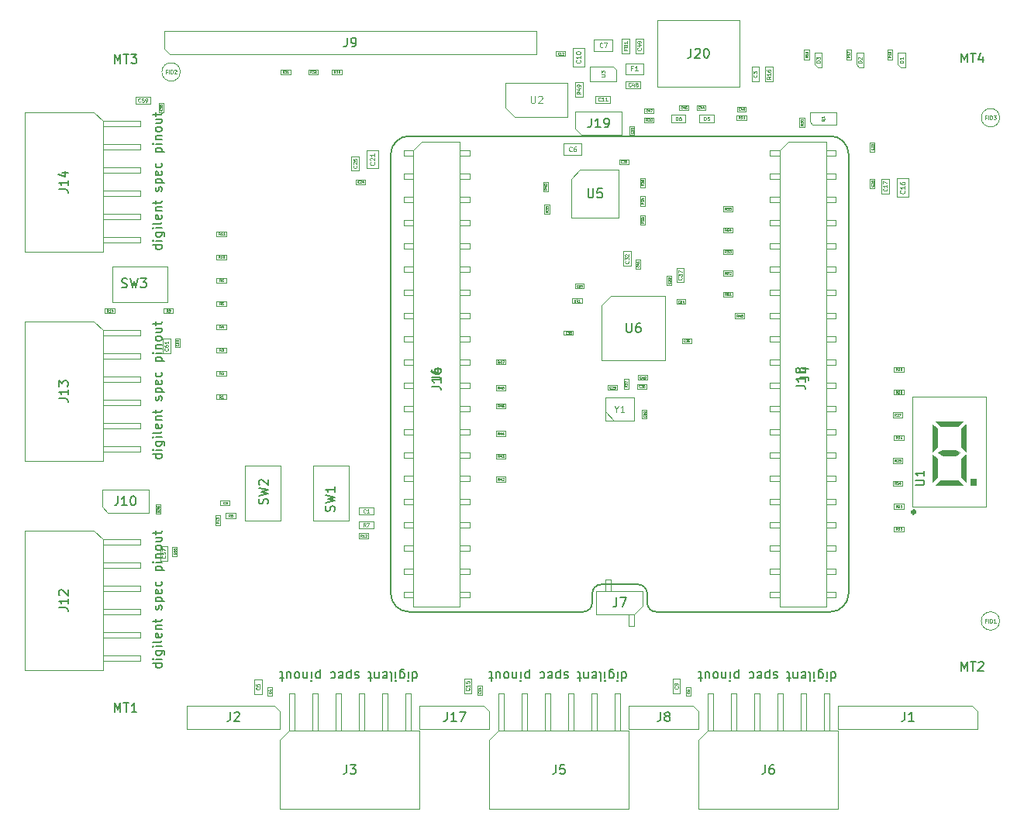
<source format=gbr>
%TF.GenerationSoftware,KiCad,Pcbnew,8.0.8-8.0.8-0~ubuntu22.04.1*%
%TF.CreationDate,2025-02-25T18:23:06-05:00*%
%TF.ProjectId,tinytapeout-demo,74696e79-7461-4706-956f-75742d64656d,2.1.2*%
%TF.SameCoordinates,PX38be5e0PY7d687e0*%
%TF.FileFunction,AssemblyDrawing,Top*%
%FSLAX46Y46*%
G04 Gerber Fmt 4.6, Leading zero omitted, Abs format (unit mm)*
G04 Created by KiCad (PCBNEW 8.0.8-8.0.8-0~ubuntu22.04.1) date 2025-02-25 18:23:06*
%MOMM*%
%LPD*%
G01*
G04 APERTURE LIST*
%ADD10C,0.040000*%
%ADD11C,0.060000*%
%ADD12C,0.150000*%
%ADD13C,0.080000*%
%ADD14C,0.105000*%
%ADD15C,0.050000*%
%ADD16C,0.120000*%
%ADD17C,0.100000*%
%ADD18C,0.332843*%
%ADD19C,0.180000*%
G04 APERTURE END LIST*
D10*
X128632857Y-78248200D02*
X128546190Y-78124391D01*
X128484285Y-78248200D02*
X128484285Y-77988200D01*
X128484285Y-77988200D02*
X128583333Y-77988200D01*
X128583333Y-77988200D02*
X128608095Y-78000581D01*
X128608095Y-78000581D02*
X128620476Y-78012962D01*
X128620476Y-78012962D02*
X128632857Y-78037724D01*
X128632857Y-78037724D02*
X128632857Y-78074867D01*
X128632857Y-78074867D02*
X128620476Y-78099629D01*
X128620476Y-78099629D02*
X128608095Y-78112010D01*
X128608095Y-78112010D02*
X128583333Y-78124391D01*
X128583333Y-78124391D02*
X128484285Y-78124391D01*
X128868095Y-77988200D02*
X128744285Y-77988200D01*
X128744285Y-77988200D02*
X128731904Y-78112010D01*
X128731904Y-78112010D02*
X128744285Y-78099629D01*
X128744285Y-78099629D02*
X128769047Y-78087248D01*
X128769047Y-78087248D02*
X128830952Y-78087248D01*
X128830952Y-78087248D02*
X128855714Y-78099629D01*
X128855714Y-78099629D02*
X128868095Y-78112010D01*
X128868095Y-78112010D02*
X128880476Y-78136772D01*
X128880476Y-78136772D02*
X128880476Y-78198677D01*
X128880476Y-78198677D02*
X128868095Y-78223439D01*
X128868095Y-78223439D02*
X128855714Y-78235820D01*
X128855714Y-78235820D02*
X128830952Y-78248200D01*
X128830952Y-78248200D02*
X128769047Y-78248200D01*
X128769047Y-78248200D02*
X128744285Y-78235820D01*
X128744285Y-78235820D02*
X128731904Y-78223439D01*
X128967142Y-77988200D02*
X129128095Y-77988200D01*
X129128095Y-77988200D02*
X129041428Y-78087248D01*
X129041428Y-78087248D02*
X129078571Y-78087248D01*
X129078571Y-78087248D02*
X129103333Y-78099629D01*
X129103333Y-78099629D02*
X129115714Y-78112010D01*
X129115714Y-78112010D02*
X129128095Y-78136772D01*
X129128095Y-78136772D02*
X129128095Y-78198677D01*
X129128095Y-78198677D02*
X129115714Y-78223439D01*
X129115714Y-78223439D02*
X129103333Y-78235820D01*
X129103333Y-78235820D02*
X129078571Y-78248200D01*
X129078571Y-78248200D02*
X129004285Y-78248200D01*
X129004285Y-78248200D02*
X128979523Y-78235820D01*
X128979523Y-78235820D02*
X128967142Y-78223439D01*
X146618200Y-56767142D02*
X146494391Y-56853809D01*
X146618200Y-56915714D02*
X146358200Y-56915714D01*
X146358200Y-56915714D02*
X146358200Y-56816666D01*
X146358200Y-56816666D02*
X146370581Y-56791904D01*
X146370581Y-56791904D02*
X146382962Y-56779523D01*
X146382962Y-56779523D02*
X146407724Y-56767142D01*
X146407724Y-56767142D02*
X146444867Y-56767142D01*
X146444867Y-56767142D02*
X146469629Y-56779523D01*
X146469629Y-56779523D02*
X146482010Y-56791904D01*
X146482010Y-56791904D02*
X146494391Y-56816666D01*
X146494391Y-56816666D02*
X146494391Y-56915714D01*
X146618200Y-56519523D02*
X146618200Y-56668095D01*
X146618200Y-56593809D02*
X146358200Y-56593809D01*
X146358200Y-56593809D02*
X146395343Y-56618571D01*
X146395343Y-56618571D02*
X146420105Y-56643333D01*
X146420105Y-56643333D02*
X146432486Y-56668095D01*
X146358200Y-56284285D02*
X146358200Y-56408095D01*
X146358200Y-56408095D02*
X146482010Y-56420476D01*
X146482010Y-56420476D02*
X146469629Y-56408095D01*
X146469629Y-56408095D02*
X146457248Y-56383333D01*
X146457248Y-56383333D02*
X146457248Y-56321428D01*
X146457248Y-56321428D02*
X146469629Y-56296666D01*
X146469629Y-56296666D02*
X146482010Y-56284285D01*
X146482010Y-56284285D02*
X146506772Y-56271904D01*
X146506772Y-56271904D02*
X146568677Y-56271904D01*
X146568677Y-56271904D02*
X146593439Y-56284285D01*
X146593439Y-56284285D02*
X146605820Y-56296666D01*
X146605820Y-56296666D02*
X146618200Y-56321428D01*
X146618200Y-56321428D02*
X146618200Y-56383333D01*
X146618200Y-56383333D02*
X146605820Y-56408095D01*
X146605820Y-56408095D02*
X146593439Y-56420476D01*
D11*
X117943832Y-79157142D02*
X117962880Y-79176190D01*
X117962880Y-79176190D02*
X117981927Y-79233332D01*
X117981927Y-79233332D02*
X117981927Y-79271428D01*
X117981927Y-79271428D02*
X117962880Y-79328571D01*
X117962880Y-79328571D02*
X117924784Y-79366666D01*
X117924784Y-79366666D02*
X117886689Y-79385713D01*
X117886689Y-79385713D02*
X117810499Y-79404761D01*
X117810499Y-79404761D02*
X117753356Y-79404761D01*
X117753356Y-79404761D02*
X117677165Y-79385713D01*
X117677165Y-79385713D02*
X117639070Y-79366666D01*
X117639070Y-79366666D02*
X117600975Y-79328571D01*
X117600975Y-79328571D02*
X117581927Y-79271428D01*
X117581927Y-79271428D02*
X117581927Y-79233332D01*
X117581927Y-79233332D02*
X117600975Y-79176190D01*
X117600975Y-79176190D02*
X117620022Y-79157142D01*
X117581927Y-79023809D02*
X117581927Y-78776190D01*
X117581927Y-78776190D02*
X117734308Y-78909523D01*
X117734308Y-78909523D02*
X117734308Y-78852380D01*
X117734308Y-78852380D02*
X117753356Y-78814285D01*
X117753356Y-78814285D02*
X117772403Y-78795237D01*
X117772403Y-78795237D02*
X117810499Y-78776190D01*
X117810499Y-78776190D02*
X117905737Y-78776190D01*
X117905737Y-78776190D02*
X117943832Y-78795237D01*
X117943832Y-78795237D02*
X117962880Y-78814285D01*
X117962880Y-78814285D02*
X117981927Y-78852380D01*
X117981927Y-78852380D02*
X117981927Y-78966666D01*
X117981927Y-78966666D02*
X117962880Y-79004761D01*
X117962880Y-79004761D02*
X117943832Y-79023809D01*
X117620022Y-78623809D02*
X117600975Y-78604761D01*
X117600975Y-78604761D02*
X117581927Y-78566666D01*
X117581927Y-78566666D02*
X117581927Y-78471428D01*
X117581927Y-78471428D02*
X117600975Y-78433333D01*
X117600975Y-78433333D02*
X117620022Y-78414285D01*
X117620022Y-78414285D02*
X117658118Y-78395238D01*
X117658118Y-78395238D02*
X117696213Y-78395238D01*
X117696213Y-78395238D02*
X117753356Y-78414285D01*
X117753356Y-78414285D02*
X117981927Y-78642857D01*
X117981927Y-78642857D02*
X117981927Y-78395238D01*
D10*
X144689765Y-66860714D02*
X144701670Y-66872618D01*
X144701670Y-66872618D02*
X144713574Y-66908333D01*
X144713574Y-66908333D02*
X144713574Y-66932142D01*
X144713574Y-66932142D02*
X144701670Y-66967856D01*
X144701670Y-66967856D02*
X144677860Y-66991666D01*
X144677860Y-66991666D02*
X144654050Y-67003571D01*
X144654050Y-67003571D02*
X144606431Y-67015475D01*
X144606431Y-67015475D02*
X144570717Y-67015475D01*
X144570717Y-67015475D02*
X144523098Y-67003571D01*
X144523098Y-67003571D02*
X144499289Y-66991666D01*
X144499289Y-66991666D02*
X144475479Y-66967856D01*
X144475479Y-66967856D02*
X144463574Y-66932142D01*
X144463574Y-66932142D02*
X144463574Y-66908333D01*
X144463574Y-66908333D02*
X144475479Y-66872618D01*
X144475479Y-66872618D02*
X144487384Y-66860714D01*
X144487384Y-66765475D02*
X144475479Y-66753571D01*
X144475479Y-66753571D02*
X144463574Y-66729761D01*
X144463574Y-66729761D02*
X144463574Y-66670237D01*
X144463574Y-66670237D02*
X144475479Y-66646428D01*
X144475479Y-66646428D02*
X144487384Y-66634523D01*
X144487384Y-66634523D02*
X144511193Y-66622618D01*
X144511193Y-66622618D02*
X144535003Y-66622618D01*
X144535003Y-66622618D02*
X144570717Y-66634523D01*
X144570717Y-66634523D02*
X144713574Y-66777380D01*
X144713574Y-66777380D02*
X144713574Y-66622618D01*
X144463574Y-66539285D02*
X144463574Y-66384523D01*
X144463574Y-66384523D02*
X144558812Y-66467857D01*
X144558812Y-66467857D02*
X144558812Y-66432142D01*
X144558812Y-66432142D02*
X144570717Y-66408333D01*
X144570717Y-66408333D02*
X144582622Y-66396428D01*
X144582622Y-66396428D02*
X144606431Y-66384523D01*
X144606431Y-66384523D02*
X144665955Y-66384523D01*
X144665955Y-66384523D02*
X144689765Y-66396428D01*
X144689765Y-66396428D02*
X144701670Y-66408333D01*
X144701670Y-66408333D02*
X144713574Y-66432142D01*
X144713574Y-66432142D02*
X144713574Y-66503571D01*
X144713574Y-66503571D02*
X144701670Y-66527380D01*
X144701670Y-66527380D02*
X144689765Y-66539285D01*
X119239285Y-92939765D02*
X119227381Y-92951670D01*
X119227381Y-92951670D02*
X119191666Y-92963574D01*
X119191666Y-92963574D02*
X119167857Y-92963574D01*
X119167857Y-92963574D02*
X119132143Y-92951670D01*
X119132143Y-92951670D02*
X119108333Y-92927860D01*
X119108333Y-92927860D02*
X119096428Y-92904050D01*
X119096428Y-92904050D02*
X119084524Y-92856431D01*
X119084524Y-92856431D02*
X119084524Y-92820717D01*
X119084524Y-92820717D02*
X119096428Y-92773098D01*
X119096428Y-92773098D02*
X119108333Y-92749289D01*
X119108333Y-92749289D02*
X119132143Y-92725479D01*
X119132143Y-92725479D02*
X119167857Y-92713574D01*
X119167857Y-92713574D02*
X119191666Y-92713574D01*
X119191666Y-92713574D02*
X119227381Y-92725479D01*
X119227381Y-92725479D02*
X119239285Y-92737384D01*
X119322619Y-92713574D02*
X119477381Y-92713574D01*
X119477381Y-92713574D02*
X119394047Y-92808812D01*
X119394047Y-92808812D02*
X119429762Y-92808812D01*
X119429762Y-92808812D02*
X119453571Y-92820717D01*
X119453571Y-92820717D02*
X119465476Y-92832622D01*
X119465476Y-92832622D02*
X119477381Y-92856431D01*
X119477381Y-92856431D02*
X119477381Y-92915955D01*
X119477381Y-92915955D02*
X119465476Y-92939765D01*
X119465476Y-92939765D02*
X119453571Y-92951670D01*
X119453571Y-92951670D02*
X119429762Y-92963574D01*
X119429762Y-92963574D02*
X119358333Y-92963574D01*
X119358333Y-92963574D02*
X119334524Y-92951670D01*
X119334524Y-92951670D02*
X119322619Y-92939765D01*
X119691666Y-92713574D02*
X119644047Y-92713574D01*
X119644047Y-92713574D02*
X119620238Y-92725479D01*
X119620238Y-92725479D02*
X119608333Y-92737384D01*
X119608333Y-92737384D02*
X119584523Y-92773098D01*
X119584523Y-92773098D02*
X119572619Y-92820717D01*
X119572619Y-92820717D02*
X119572619Y-92915955D01*
X119572619Y-92915955D02*
X119584523Y-92939765D01*
X119584523Y-92939765D02*
X119596428Y-92951670D01*
X119596428Y-92951670D02*
X119620238Y-92963574D01*
X119620238Y-92963574D02*
X119667857Y-92963574D01*
X119667857Y-92963574D02*
X119691666Y-92951670D01*
X119691666Y-92951670D02*
X119703571Y-92939765D01*
X119703571Y-92939765D02*
X119715476Y-92915955D01*
X119715476Y-92915955D02*
X119715476Y-92856431D01*
X119715476Y-92856431D02*
X119703571Y-92832622D01*
X119703571Y-92832622D02*
X119691666Y-92820717D01*
X119691666Y-92820717D02*
X119667857Y-92808812D01*
X119667857Y-92808812D02*
X119620238Y-92808812D01*
X119620238Y-92808812D02*
X119596428Y-92820717D01*
X119596428Y-92820717D02*
X119584523Y-92832622D01*
X119584523Y-92832622D02*
X119572619Y-92856431D01*
X128632857Y-73568200D02*
X128546190Y-73444391D01*
X128484285Y-73568200D02*
X128484285Y-73308200D01*
X128484285Y-73308200D02*
X128583333Y-73308200D01*
X128583333Y-73308200D02*
X128608095Y-73320581D01*
X128608095Y-73320581D02*
X128620476Y-73332962D01*
X128620476Y-73332962D02*
X128632857Y-73357724D01*
X128632857Y-73357724D02*
X128632857Y-73394867D01*
X128632857Y-73394867D02*
X128620476Y-73419629D01*
X128620476Y-73419629D02*
X128608095Y-73432010D01*
X128608095Y-73432010D02*
X128583333Y-73444391D01*
X128583333Y-73444391D02*
X128484285Y-73444391D01*
X128868095Y-73308200D02*
X128744285Y-73308200D01*
X128744285Y-73308200D02*
X128731904Y-73432010D01*
X128731904Y-73432010D02*
X128744285Y-73419629D01*
X128744285Y-73419629D02*
X128769047Y-73407248D01*
X128769047Y-73407248D02*
X128830952Y-73407248D01*
X128830952Y-73407248D02*
X128855714Y-73419629D01*
X128855714Y-73419629D02*
X128868095Y-73432010D01*
X128868095Y-73432010D02*
X128880476Y-73456772D01*
X128880476Y-73456772D02*
X128880476Y-73518677D01*
X128880476Y-73518677D02*
X128868095Y-73543439D01*
X128868095Y-73543439D02*
X128855714Y-73555820D01*
X128855714Y-73555820D02*
X128830952Y-73568200D01*
X128830952Y-73568200D02*
X128769047Y-73568200D01*
X128769047Y-73568200D02*
X128744285Y-73555820D01*
X128744285Y-73555820D02*
X128731904Y-73543439D01*
X129115714Y-73308200D02*
X128991904Y-73308200D01*
X128991904Y-73308200D02*
X128979523Y-73432010D01*
X128979523Y-73432010D02*
X128991904Y-73419629D01*
X128991904Y-73419629D02*
X129016666Y-73407248D01*
X129016666Y-73407248D02*
X129078571Y-73407248D01*
X129078571Y-73407248D02*
X129103333Y-73419629D01*
X129103333Y-73419629D02*
X129115714Y-73432010D01*
X129115714Y-73432010D02*
X129128095Y-73456772D01*
X129128095Y-73456772D02*
X129128095Y-73518677D01*
X129128095Y-73518677D02*
X129115714Y-73543439D01*
X129115714Y-73543439D02*
X129103333Y-73555820D01*
X129103333Y-73555820D02*
X129078571Y-73568200D01*
X129078571Y-73568200D02*
X129016666Y-73568200D01*
X129016666Y-73568200D02*
X128991904Y-73555820D01*
X128991904Y-73555820D02*
X128979523Y-73543439D01*
X120032857Y-63868200D02*
X119946190Y-63744391D01*
X119884285Y-63868200D02*
X119884285Y-63608200D01*
X119884285Y-63608200D02*
X119983333Y-63608200D01*
X119983333Y-63608200D02*
X120008095Y-63620581D01*
X120008095Y-63620581D02*
X120020476Y-63632962D01*
X120020476Y-63632962D02*
X120032857Y-63657724D01*
X120032857Y-63657724D02*
X120032857Y-63694867D01*
X120032857Y-63694867D02*
X120020476Y-63719629D01*
X120020476Y-63719629D02*
X120008095Y-63732010D01*
X120008095Y-63732010D02*
X119983333Y-63744391D01*
X119983333Y-63744391D02*
X119884285Y-63744391D01*
X120131904Y-63632962D02*
X120144285Y-63620581D01*
X120144285Y-63620581D02*
X120169047Y-63608200D01*
X120169047Y-63608200D02*
X120230952Y-63608200D01*
X120230952Y-63608200D02*
X120255714Y-63620581D01*
X120255714Y-63620581D02*
X120268095Y-63632962D01*
X120268095Y-63632962D02*
X120280476Y-63657724D01*
X120280476Y-63657724D02*
X120280476Y-63682486D01*
X120280476Y-63682486D02*
X120268095Y-63719629D01*
X120268095Y-63719629D02*
X120119523Y-63868200D01*
X120119523Y-63868200D02*
X120280476Y-63868200D01*
X120441428Y-63608200D02*
X120466190Y-63608200D01*
X120466190Y-63608200D02*
X120490952Y-63620581D01*
X120490952Y-63620581D02*
X120503333Y-63632962D01*
X120503333Y-63632962D02*
X120515714Y-63657724D01*
X120515714Y-63657724D02*
X120528095Y-63707248D01*
X120528095Y-63707248D02*
X120528095Y-63769153D01*
X120528095Y-63769153D02*
X120515714Y-63818677D01*
X120515714Y-63818677D02*
X120503333Y-63843439D01*
X120503333Y-63843439D02*
X120490952Y-63855820D01*
X120490952Y-63855820D02*
X120466190Y-63868200D01*
X120466190Y-63868200D02*
X120441428Y-63868200D01*
X120441428Y-63868200D02*
X120416666Y-63855820D01*
X120416666Y-63855820D02*
X120404285Y-63843439D01*
X120404285Y-63843439D02*
X120391904Y-63818677D01*
X120391904Y-63818677D02*
X120379523Y-63769153D01*
X120379523Y-63769153D02*
X120379523Y-63707248D01*
X120379523Y-63707248D02*
X120391904Y-63657724D01*
X120391904Y-63657724D02*
X120404285Y-63632962D01*
X120404285Y-63632962D02*
X120416666Y-63620581D01*
X120416666Y-63620581D02*
X120441428Y-63608200D01*
D12*
X61809524Y-57554819D02*
X61809524Y-56554819D01*
X61809524Y-56554819D02*
X62142857Y-57269104D01*
X62142857Y-57269104D02*
X62476190Y-56554819D01*
X62476190Y-56554819D02*
X62476190Y-57554819D01*
X62809524Y-56554819D02*
X63380952Y-56554819D01*
X63095238Y-57554819D02*
X63095238Y-56554819D01*
X63619048Y-56554819D02*
X64238095Y-56554819D01*
X64238095Y-56554819D02*
X63904762Y-56935771D01*
X63904762Y-56935771D02*
X64047619Y-56935771D01*
X64047619Y-56935771D02*
X64142857Y-56983390D01*
X64142857Y-56983390D02*
X64190476Y-57031009D01*
X64190476Y-57031009D02*
X64238095Y-57126247D01*
X64238095Y-57126247D02*
X64238095Y-57364342D01*
X64238095Y-57364342D02*
X64190476Y-57459580D01*
X64190476Y-57459580D02*
X64142857Y-57507200D01*
X64142857Y-57507200D02*
X64047619Y-57554819D01*
X64047619Y-57554819D02*
X63761905Y-57554819D01*
X63761905Y-57554819D02*
X63666667Y-57507200D01*
X63666667Y-57507200D02*
X63619048Y-57459580D01*
D13*
X148079530Y-71471428D02*
X148103340Y-71495237D01*
X148103340Y-71495237D02*
X148127149Y-71566666D01*
X148127149Y-71566666D02*
X148127149Y-71614285D01*
X148127149Y-71614285D02*
X148103340Y-71685713D01*
X148103340Y-71685713D02*
X148055720Y-71733332D01*
X148055720Y-71733332D02*
X148008101Y-71757142D01*
X148008101Y-71757142D02*
X147912863Y-71780951D01*
X147912863Y-71780951D02*
X147841435Y-71780951D01*
X147841435Y-71780951D02*
X147746197Y-71757142D01*
X147746197Y-71757142D02*
X147698578Y-71733332D01*
X147698578Y-71733332D02*
X147650959Y-71685713D01*
X147650959Y-71685713D02*
X147627149Y-71614285D01*
X147627149Y-71614285D02*
X147627149Y-71566666D01*
X147627149Y-71566666D02*
X147650959Y-71495237D01*
X147650959Y-71495237D02*
X147674768Y-71471428D01*
X148127149Y-70995237D02*
X148127149Y-71280951D01*
X148127149Y-71138094D02*
X147627149Y-71138094D01*
X147627149Y-71138094D02*
X147698578Y-71185713D01*
X147698578Y-71185713D02*
X147746197Y-71233332D01*
X147746197Y-71233332D02*
X147770006Y-71280951D01*
X147627149Y-70566666D02*
X147627149Y-70661904D01*
X147627149Y-70661904D02*
X147650959Y-70709523D01*
X147650959Y-70709523D02*
X147674768Y-70733333D01*
X147674768Y-70733333D02*
X147746197Y-70780952D01*
X147746197Y-70780952D02*
X147841435Y-70804761D01*
X147841435Y-70804761D02*
X148031911Y-70804761D01*
X148031911Y-70804761D02*
X148079530Y-70780952D01*
X148079530Y-70780952D02*
X148103340Y-70757142D01*
X148103340Y-70757142D02*
X148127149Y-70709523D01*
X148127149Y-70709523D02*
X148127149Y-70614285D01*
X148127149Y-70614285D02*
X148103340Y-70566666D01*
X148103340Y-70566666D02*
X148079530Y-70542857D01*
X148079530Y-70542857D02*
X148031911Y-70519047D01*
X148031911Y-70519047D02*
X147912863Y-70519047D01*
X147912863Y-70519047D02*
X147865244Y-70542857D01*
X147865244Y-70542857D02*
X147841435Y-70566666D01*
X147841435Y-70566666D02*
X147817625Y-70614285D01*
X147817625Y-70614285D02*
X147817625Y-70709523D01*
X147817625Y-70709523D02*
X147841435Y-70757142D01*
X147841435Y-70757142D02*
X147865244Y-70780952D01*
X147865244Y-70780952D02*
X147912863Y-70804761D01*
D11*
X157071429Y-63472403D02*
X156938096Y-63472403D01*
X156938096Y-63681927D02*
X156938096Y-63281927D01*
X156938096Y-63281927D02*
X157128572Y-63281927D01*
X157280953Y-63681927D02*
X157280953Y-63281927D01*
X157471429Y-63681927D02*
X157471429Y-63281927D01*
X157471429Y-63281927D02*
X157566667Y-63281927D01*
X157566667Y-63281927D02*
X157623810Y-63300975D01*
X157623810Y-63300975D02*
X157661905Y-63339070D01*
X157661905Y-63339070D02*
X157680952Y-63377165D01*
X157680952Y-63377165D02*
X157700000Y-63453356D01*
X157700000Y-63453356D02*
X157700000Y-63510499D01*
X157700000Y-63510499D02*
X157680952Y-63586689D01*
X157680952Y-63586689D02*
X157661905Y-63624784D01*
X157661905Y-63624784D02*
X157623810Y-63662880D01*
X157623810Y-63662880D02*
X157566667Y-63681927D01*
X157566667Y-63681927D02*
X157471429Y-63681927D01*
X157833333Y-63281927D02*
X158080952Y-63281927D01*
X158080952Y-63281927D02*
X157947619Y-63434308D01*
X157947619Y-63434308D02*
X158004762Y-63434308D01*
X158004762Y-63434308D02*
X158042857Y-63453356D01*
X158042857Y-63453356D02*
X158061905Y-63472403D01*
X158061905Y-63472403D02*
X158080952Y-63510499D01*
X158080952Y-63510499D02*
X158080952Y-63605737D01*
X158080952Y-63605737D02*
X158061905Y-63643832D01*
X158061905Y-63643832D02*
X158042857Y-63662880D01*
X158042857Y-63662880D02*
X158004762Y-63681927D01*
X158004762Y-63681927D02*
X157890476Y-63681927D01*
X157890476Y-63681927D02*
X157852381Y-63662880D01*
X157852381Y-63662880D02*
X157833333Y-63643832D01*
D10*
X119618200Y-70767142D02*
X119494391Y-70853809D01*
X119618200Y-70915714D02*
X119358200Y-70915714D01*
X119358200Y-70915714D02*
X119358200Y-70816666D01*
X119358200Y-70816666D02*
X119370581Y-70791904D01*
X119370581Y-70791904D02*
X119382962Y-70779523D01*
X119382962Y-70779523D02*
X119407724Y-70767142D01*
X119407724Y-70767142D02*
X119444867Y-70767142D01*
X119444867Y-70767142D02*
X119469629Y-70779523D01*
X119469629Y-70779523D02*
X119482010Y-70791904D01*
X119482010Y-70791904D02*
X119494391Y-70816666D01*
X119494391Y-70816666D02*
X119494391Y-70915714D01*
X119358200Y-70680476D02*
X119358200Y-70519523D01*
X119358200Y-70519523D02*
X119457248Y-70606190D01*
X119457248Y-70606190D02*
X119457248Y-70569047D01*
X119457248Y-70569047D02*
X119469629Y-70544285D01*
X119469629Y-70544285D02*
X119482010Y-70531904D01*
X119482010Y-70531904D02*
X119506772Y-70519523D01*
X119506772Y-70519523D02*
X119568677Y-70519523D01*
X119568677Y-70519523D02*
X119593439Y-70531904D01*
X119593439Y-70531904D02*
X119605820Y-70544285D01*
X119605820Y-70544285D02*
X119618200Y-70569047D01*
X119618200Y-70569047D02*
X119618200Y-70643333D01*
X119618200Y-70643333D02*
X119605820Y-70668095D01*
X119605820Y-70668095D02*
X119593439Y-70680476D01*
X119469629Y-70370952D02*
X119457248Y-70395714D01*
X119457248Y-70395714D02*
X119444867Y-70408095D01*
X119444867Y-70408095D02*
X119420105Y-70420476D01*
X119420105Y-70420476D02*
X119407724Y-70420476D01*
X119407724Y-70420476D02*
X119382962Y-70408095D01*
X119382962Y-70408095D02*
X119370581Y-70395714D01*
X119370581Y-70395714D02*
X119358200Y-70370952D01*
X119358200Y-70370952D02*
X119358200Y-70321428D01*
X119358200Y-70321428D02*
X119370581Y-70296666D01*
X119370581Y-70296666D02*
X119382962Y-70284285D01*
X119382962Y-70284285D02*
X119407724Y-70271904D01*
X119407724Y-70271904D02*
X119420105Y-70271904D01*
X119420105Y-70271904D02*
X119444867Y-70284285D01*
X119444867Y-70284285D02*
X119457248Y-70296666D01*
X119457248Y-70296666D02*
X119469629Y-70321428D01*
X119469629Y-70321428D02*
X119469629Y-70370952D01*
X119469629Y-70370952D02*
X119482010Y-70395714D01*
X119482010Y-70395714D02*
X119494391Y-70408095D01*
X119494391Y-70408095D02*
X119519153Y-70420476D01*
X119519153Y-70420476D02*
X119568677Y-70420476D01*
X119568677Y-70420476D02*
X119593439Y-70408095D01*
X119593439Y-70408095D02*
X119605820Y-70395714D01*
X119605820Y-70395714D02*
X119618200Y-70370952D01*
X119618200Y-70370952D02*
X119618200Y-70321428D01*
X119618200Y-70321428D02*
X119605820Y-70296666D01*
X119605820Y-70296666D02*
X119593439Y-70284285D01*
X119593439Y-70284285D02*
X119568677Y-70271904D01*
X119568677Y-70271904D02*
X119519153Y-70271904D01*
X119519153Y-70271904D02*
X119494391Y-70284285D01*
X119494391Y-70284285D02*
X119482010Y-70296666D01*
X119482010Y-70296666D02*
X119469629Y-70321428D01*
D11*
X118192857Y-60043832D02*
X118173809Y-60062880D01*
X118173809Y-60062880D02*
X118116667Y-60081927D01*
X118116667Y-60081927D02*
X118078571Y-60081927D01*
X118078571Y-60081927D02*
X118021428Y-60062880D01*
X118021428Y-60062880D02*
X117983333Y-60024784D01*
X117983333Y-60024784D02*
X117964286Y-59986689D01*
X117964286Y-59986689D02*
X117945238Y-59910499D01*
X117945238Y-59910499D02*
X117945238Y-59853356D01*
X117945238Y-59853356D02*
X117964286Y-59777165D01*
X117964286Y-59777165D02*
X117983333Y-59739070D01*
X117983333Y-59739070D02*
X118021428Y-59700975D01*
X118021428Y-59700975D02*
X118078571Y-59681927D01*
X118078571Y-59681927D02*
X118116667Y-59681927D01*
X118116667Y-59681927D02*
X118173809Y-59700975D01*
X118173809Y-59700975D02*
X118192857Y-59720022D01*
X118535714Y-59815260D02*
X118535714Y-60081927D01*
X118440476Y-59662880D02*
X118345238Y-59948594D01*
X118345238Y-59948594D02*
X118592857Y-59948594D01*
X118802380Y-59853356D02*
X118764285Y-59834308D01*
X118764285Y-59834308D02*
X118745238Y-59815260D01*
X118745238Y-59815260D02*
X118726190Y-59777165D01*
X118726190Y-59777165D02*
X118726190Y-59758118D01*
X118726190Y-59758118D02*
X118745238Y-59720022D01*
X118745238Y-59720022D02*
X118764285Y-59700975D01*
X118764285Y-59700975D02*
X118802380Y-59681927D01*
X118802380Y-59681927D02*
X118878571Y-59681927D01*
X118878571Y-59681927D02*
X118916666Y-59700975D01*
X118916666Y-59700975D02*
X118935714Y-59720022D01*
X118935714Y-59720022D02*
X118954761Y-59758118D01*
X118954761Y-59758118D02*
X118954761Y-59777165D01*
X118954761Y-59777165D02*
X118935714Y-59815260D01*
X118935714Y-59815260D02*
X118916666Y-59834308D01*
X118916666Y-59834308D02*
X118878571Y-59853356D01*
X118878571Y-59853356D02*
X118802380Y-59853356D01*
X118802380Y-59853356D02*
X118764285Y-59872403D01*
X118764285Y-59872403D02*
X118745238Y-59891451D01*
X118745238Y-59891451D02*
X118726190Y-59929546D01*
X118726190Y-59929546D02*
X118726190Y-60005737D01*
X118726190Y-60005737D02*
X118745238Y-60043832D01*
X118745238Y-60043832D02*
X118764285Y-60062880D01*
X118764285Y-60062880D02*
X118802380Y-60081927D01*
X118802380Y-60081927D02*
X118878571Y-60081927D01*
X118878571Y-60081927D02*
X118916666Y-60062880D01*
X118916666Y-60062880D02*
X118935714Y-60043832D01*
X118935714Y-60043832D02*
X118954761Y-60005737D01*
X118954761Y-60005737D02*
X118954761Y-59929546D01*
X118954761Y-59929546D02*
X118935714Y-59891451D01*
X118935714Y-59891451D02*
X118916666Y-59872403D01*
X118916666Y-59872403D02*
X118878571Y-59853356D01*
D12*
X55739819Y-94199523D02*
X56454104Y-94199523D01*
X56454104Y-94199523D02*
X56596961Y-94247142D01*
X56596961Y-94247142D02*
X56692200Y-94342380D01*
X56692200Y-94342380D02*
X56739819Y-94485237D01*
X56739819Y-94485237D02*
X56739819Y-94580475D01*
X56739819Y-93199523D02*
X56739819Y-93770951D01*
X56739819Y-93485237D02*
X55739819Y-93485237D01*
X55739819Y-93485237D02*
X55882676Y-93580475D01*
X55882676Y-93580475D02*
X55977914Y-93675713D01*
X55977914Y-93675713D02*
X56025533Y-93770951D01*
X55739819Y-92866189D02*
X55739819Y-92247142D01*
X55739819Y-92247142D02*
X56120771Y-92580475D01*
X56120771Y-92580475D02*
X56120771Y-92437618D01*
X56120771Y-92437618D02*
X56168390Y-92342380D01*
X56168390Y-92342380D02*
X56216009Y-92294761D01*
X56216009Y-92294761D02*
X56311247Y-92247142D01*
X56311247Y-92247142D02*
X56549342Y-92247142D01*
X56549342Y-92247142D02*
X56644580Y-92294761D01*
X56644580Y-92294761D02*
X56692200Y-92342380D01*
X56692200Y-92342380D02*
X56739819Y-92437618D01*
X56739819Y-92437618D02*
X56739819Y-92723332D01*
X56739819Y-92723332D02*
X56692200Y-92818570D01*
X56692200Y-92818570D02*
X56644580Y-92866189D01*
X66969819Y-100274649D02*
X65969819Y-100274649D01*
X66922200Y-100274649D02*
X66969819Y-100369887D01*
X66969819Y-100369887D02*
X66969819Y-100560363D01*
X66969819Y-100560363D02*
X66922200Y-100655601D01*
X66922200Y-100655601D02*
X66874580Y-100703220D01*
X66874580Y-100703220D02*
X66779342Y-100750839D01*
X66779342Y-100750839D02*
X66493628Y-100750839D01*
X66493628Y-100750839D02*
X66398390Y-100703220D01*
X66398390Y-100703220D02*
X66350771Y-100655601D01*
X66350771Y-100655601D02*
X66303152Y-100560363D01*
X66303152Y-100560363D02*
X66303152Y-100369887D01*
X66303152Y-100369887D02*
X66350771Y-100274649D01*
X66969819Y-99798458D02*
X66303152Y-99798458D01*
X65969819Y-99798458D02*
X66017438Y-99846077D01*
X66017438Y-99846077D02*
X66065057Y-99798458D01*
X66065057Y-99798458D02*
X66017438Y-99750839D01*
X66017438Y-99750839D02*
X65969819Y-99798458D01*
X65969819Y-99798458D02*
X66065057Y-99798458D01*
X66303152Y-98893697D02*
X67112676Y-98893697D01*
X67112676Y-98893697D02*
X67207914Y-98941316D01*
X67207914Y-98941316D02*
X67255533Y-98988935D01*
X67255533Y-98988935D02*
X67303152Y-99084173D01*
X67303152Y-99084173D02*
X67303152Y-99227030D01*
X67303152Y-99227030D02*
X67255533Y-99322268D01*
X66922200Y-98893697D02*
X66969819Y-98988935D01*
X66969819Y-98988935D02*
X66969819Y-99179411D01*
X66969819Y-99179411D02*
X66922200Y-99274649D01*
X66922200Y-99274649D02*
X66874580Y-99322268D01*
X66874580Y-99322268D02*
X66779342Y-99369887D01*
X66779342Y-99369887D02*
X66493628Y-99369887D01*
X66493628Y-99369887D02*
X66398390Y-99322268D01*
X66398390Y-99322268D02*
X66350771Y-99274649D01*
X66350771Y-99274649D02*
X66303152Y-99179411D01*
X66303152Y-99179411D02*
X66303152Y-98988935D01*
X66303152Y-98988935D02*
X66350771Y-98893697D01*
X66969819Y-98417506D02*
X66303152Y-98417506D01*
X65969819Y-98417506D02*
X66017438Y-98465125D01*
X66017438Y-98465125D02*
X66065057Y-98417506D01*
X66065057Y-98417506D02*
X66017438Y-98369887D01*
X66017438Y-98369887D02*
X65969819Y-98417506D01*
X65969819Y-98417506D02*
X66065057Y-98417506D01*
X66969819Y-97798459D02*
X66922200Y-97893697D01*
X66922200Y-97893697D02*
X66826961Y-97941316D01*
X66826961Y-97941316D02*
X65969819Y-97941316D01*
X66922200Y-97036554D02*
X66969819Y-97131792D01*
X66969819Y-97131792D02*
X66969819Y-97322268D01*
X66969819Y-97322268D02*
X66922200Y-97417506D01*
X66922200Y-97417506D02*
X66826961Y-97465125D01*
X66826961Y-97465125D02*
X66446009Y-97465125D01*
X66446009Y-97465125D02*
X66350771Y-97417506D01*
X66350771Y-97417506D02*
X66303152Y-97322268D01*
X66303152Y-97322268D02*
X66303152Y-97131792D01*
X66303152Y-97131792D02*
X66350771Y-97036554D01*
X66350771Y-97036554D02*
X66446009Y-96988935D01*
X66446009Y-96988935D02*
X66541247Y-96988935D01*
X66541247Y-96988935D02*
X66636485Y-97465125D01*
X66303152Y-96560363D02*
X66969819Y-96560363D01*
X66398390Y-96560363D02*
X66350771Y-96512744D01*
X66350771Y-96512744D02*
X66303152Y-96417506D01*
X66303152Y-96417506D02*
X66303152Y-96274649D01*
X66303152Y-96274649D02*
X66350771Y-96179411D01*
X66350771Y-96179411D02*
X66446009Y-96131792D01*
X66446009Y-96131792D02*
X66969819Y-96131792D01*
X66303152Y-95798458D02*
X66303152Y-95417506D01*
X65969819Y-95655601D02*
X66826961Y-95655601D01*
X66826961Y-95655601D02*
X66922200Y-95607982D01*
X66922200Y-95607982D02*
X66969819Y-95512744D01*
X66969819Y-95512744D02*
X66969819Y-95417506D01*
X66922200Y-94369886D02*
X66969819Y-94274648D01*
X66969819Y-94274648D02*
X66969819Y-94084172D01*
X66969819Y-94084172D02*
X66922200Y-93988934D01*
X66922200Y-93988934D02*
X66826961Y-93941315D01*
X66826961Y-93941315D02*
X66779342Y-93941315D01*
X66779342Y-93941315D02*
X66684104Y-93988934D01*
X66684104Y-93988934D02*
X66636485Y-94084172D01*
X66636485Y-94084172D02*
X66636485Y-94227029D01*
X66636485Y-94227029D02*
X66588866Y-94322267D01*
X66588866Y-94322267D02*
X66493628Y-94369886D01*
X66493628Y-94369886D02*
X66446009Y-94369886D01*
X66446009Y-94369886D02*
X66350771Y-94322267D01*
X66350771Y-94322267D02*
X66303152Y-94227029D01*
X66303152Y-94227029D02*
X66303152Y-94084172D01*
X66303152Y-94084172D02*
X66350771Y-93988934D01*
X66303152Y-93512743D02*
X67303152Y-93512743D01*
X66350771Y-93512743D02*
X66303152Y-93417505D01*
X66303152Y-93417505D02*
X66303152Y-93227029D01*
X66303152Y-93227029D02*
X66350771Y-93131791D01*
X66350771Y-93131791D02*
X66398390Y-93084172D01*
X66398390Y-93084172D02*
X66493628Y-93036553D01*
X66493628Y-93036553D02*
X66779342Y-93036553D01*
X66779342Y-93036553D02*
X66874580Y-93084172D01*
X66874580Y-93084172D02*
X66922200Y-93131791D01*
X66922200Y-93131791D02*
X66969819Y-93227029D01*
X66969819Y-93227029D02*
X66969819Y-93417505D01*
X66969819Y-93417505D02*
X66922200Y-93512743D01*
X66922200Y-92227029D02*
X66969819Y-92322267D01*
X66969819Y-92322267D02*
X66969819Y-92512743D01*
X66969819Y-92512743D02*
X66922200Y-92607981D01*
X66922200Y-92607981D02*
X66826961Y-92655600D01*
X66826961Y-92655600D02*
X66446009Y-92655600D01*
X66446009Y-92655600D02*
X66350771Y-92607981D01*
X66350771Y-92607981D02*
X66303152Y-92512743D01*
X66303152Y-92512743D02*
X66303152Y-92322267D01*
X66303152Y-92322267D02*
X66350771Y-92227029D01*
X66350771Y-92227029D02*
X66446009Y-92179410D01*
X66446009Y-92179410D02*
X66541247Y-92179410D01*
X66541247Y-92179410D02*
X66636485Y-92655600D01*
X66922200Y-91322267D02*
X66969819Y-91417505D01*
X66969819Y-91417505D02*
X66969819Y-91607981D01*
X66969819Y-91607981D02*
X66922200Y-91703219D01*
X66922200Y-91703219D02*
X66874580Y-91750838D01*
X66874580Y-91750838D02*
X66779342Y-91798457D01*
X66779342Y-91798457D02*
X66493628Y-91798457D01*
X66493628Y-91798457D02*
X66398390Y-91750838D01*
X66398390Y-91750838D02*
X66350771Y-91703219D01*
X66350771Y-91703219D02*
X66303152Y-91607981D01*
X66303152Y-91607981D02*
X66303152Y-91417505D01*
X66303152Y-91417505D02*
X66350771Y-91322267D01*
X66303152Y-90131790D02*
X67303152Y-90131790D01*
X66350771Y-90131790D02*
X66303152Y-90036552D01*
X66303152Y-90036552D02*
X66303152Y-89846076D01*
X66303152Y-89846076D02*
X66350771Y-89750838D01*
X66350771Y-89750838D02*
X66398390Y-89703219D01*
X66398390Y-89703219D02*
X66493628Y-89655600D01*
X66493628Y-89655600D02*
X66779342Y-89655600D01*
X66779342Y-89655600D02*
X66874580Y-89703219D01*
X66874580Y-89703219D02*
X66922200Y-89750838D01*
X66922200Y-89750838D02*
X66969819Y-89846076D01*
X66969819Y-89846076D02*
X66969819Y-90036552D01*
X66969819Y-90036552D02*
X66922200Y-90131790D01*
X66969819Y-89227028D02*
X66303152Y-89227028D01*
X65969819Y-89227028D02*
X66017438Y-89274647D01*
X66017438Y-89274647D02*
X66065057Y-89227028D01*
X66065057Y-89227028D02*
X66017438Y-89179409D01*
X66017438Y-89179409D02*
X65969819Y-89227028D01*
X65969819Y-89227028D02*
X66065057Y-89227028D01*
X66303152Y-88750838D02*
X66969819Y-88750838D01*
X66398390Y-88750838D02*
X66350771Y-88703219D01*
X66350771Y-88703219D02*
X66303152Y-88607981D01*
X66303152Y-88607981D02*
X66303152Y-88465124D01*
X66303152Y-88465124D02*
X66350771Y-88369886D01*
X66350771Y-88369886D02*
X66446009Y-88322267D01*
X66446009Y-88322267D02*
X66969819Y-88322267D01*
X66969819Y-87703219D02*
X66922200Y-87798457D01*
X66922200Y-87798457D02*
X66874580Y-87846076D01*
X66874580Y-87846076D02*
X66779342Y-87893695D01*
X66779342Y-87893695D02*
X66493628Y-87893695D01*
X66493628Y-87893695D02*
X66398390Y-87846076D01*
X66398390Y-87846076D02*
X66350771Y-87798457D01*
X66350771Y-87798457D02*
X66303152Y-87703219D01*
X66303152Y-87703219D02*
X66303152Y-87560362D01*
X66303152Y-87560362D02*
X66350771Y-87465124D01*
X66350771Y-87465124D02*
X66398390Y-87417505D01*
X66398390Y-87417505D02*
X66493628Y-87369886D01*
X66493628Y-87369886D02*
X66779342Y-87369886D01*
X66779342Y-87369886D02*
X66874580Y-87417505D01*
X66874580Y-87417505D02*
X66922200Y-87465124D01*
X66922200Y-87465124D02*
X66969819Y-87560362D01*
X66969819Y-87560362D02*
X66969819Y-87703219D01*
X66303152Y-86512743D02*
X66969819Y-86512743D01*
X66303152Y-86941314D02*
X66826961Y-86941314D01*
X66826961Y-86941314D02*
X66922200Y-86893695D01*
X66922200Y-86893695D02*
X66969819Y-86798457D01*
X66969819Y-86798457D02*
X66969819Y-86655600D01*
X66969819Y-86655600D02*
X66922200Y-86560362D01*
X66922200Y-86560362D02*
X66874580Y-86512743D01*
X66303152Y-86179409D02*
X66303152Y-85798457D01*
X65969819Y-86036552D02*
X66826961Y-86036552D01*
X66826961Y-86036552D02*
X66922200Y-85988933D01*
X66922200Y-85988933D02*
X66969819Y-85893695D01*
X66969819Y-85893695D02*
X66969819Y-85798457D01*
D13*
X111766666Y-67129530D02*
X111742857Y-67153340D01*
X111742857Y-67153340D02*
X111671428Y-67177149D01*
X111671428Y-67177149D02*
X111623809Y-67177149D01*
X111623809Y-67177149D02*
X111552381Y-67153340D01*
X111552381Y-67153340D02*
X111504762Y-67105720D01*
X111504762Y-67105720D02*
X111480952Y-67058101D01*
X111480952Y-67058101D02*
X111457143Y-66962863D01*
X111457143Y-66962863D02*
X111457143Y-66891435D01*
X111457143Y-66891435D02*
X111480952Y-66796197D01*
X111480952Y-66796197D02*
X111504762Y-66748578D01*
X111504762Y-66748578D02*
X111552381Y-66700959D01*
X111552381Y-66700959D02*
X111623809Y-66677149D01*
X111623809Y-66677149D02*
X111671428Y-66677149D01*
X111671428Y-66677149D02*
X111742857Y-66700959D01*
X111742857Y-66700959D02*
X111766666Y-66724768D01*
X112195238Y-66677149D02*
X112100000Y-66677149D01*
X112100000Y-66677149D02*
X112052381Y-66700959D01*
X112052381Y-66700959D02*
X112028571Y-66724768D01*
X112028571Y-66724768D02*
X111980952Y-66796197D01*
X111980952Y-66796197D02*
X111957143Y-66891435D01*
X111957143Y-66891435D02*
X111957143Y-67081911D01*
X111957143Y-67081911D02*
X111980952Y-67129530D01*
X111980952Y-67129530D02*
X112004762Y-67153340D01*
X112004762Y-67153340D02*
X112052381Y-67177149D01*
X112052381Y-67177149D02*
X112147619Y-67177149D01*
X112147619Y-67177149D02*
X112195238Y-67153340D01*
X112195238Y-67153340D02*
X112219047Y-67129530D01*
X112219047Y-67129530D02*
X112242857Y-67081911D01*
X112242857Y-67081911D02*
X112242857Y-66962863D01*
X112242857Y-66962863D02*
X112219047Y-66915244D01*
X112219047Y-66915244D02*
X112195238Y-66891435D01*
X112195238Y-66891435D02*
X112147619Y-66867625D01*
X112147619Y-66867625D02*
X112052381Y-66867625D01*
X112052381Y-66867625D02*
X112004762Y-66891435D01*
X112004762Y-66891435D02*
X111980952Y-66915244D01*
X111980952Y-66915244D02*
X111957143Y-66962863D01*
D10*
X73446667Y-83946771D02*
X73360000Y-83822962D01*
X73298095Y-83946771D02*
X73298095Y-83686771D01*
X73298095Y-83686771D02*
X73397143Y-83686771D01*
X73397143Y-83686771D02*
X73421905Y-83699152D01*
X73421905Y-83699152D02*
X73434286Y-83711533D01*
X73434286Y-83711533D02*
X73446667Y-83736295D01*
X73446667Y-83736295D02*
X73446667Y-83773438D01*
X73446667Y-83773438D02*
X73434286Y-83798200D01*
X73434286Y-83798200D02*
X73421905Y-83810581D01*
X73421905Y-83810581D02*
X73397143Y-83822962D01*
X73397143Y-83822962D02*
X73298095Y-83822962D01*
X73681905Y-83686771D02*
X73558095Y-83686771D01*
X73558095Y-83686771D02*
X73545714Y-83810581D01*
X73545714Y-83810581D02*
X73558095Y-83798200D01*
X73558095Y-83798200D02*
X73582857Y-83785819D01*
X73582857Y-83785819D02*
X73644762Y-83785819D01*
X73644762Y-83785819D02*
X73669524Y-83798200D01*
X73669524Y-83798200D02*
X73681905Y-83810581D01*
X73681905Y-83810581D02*
X73694286Y-83835343D01*
X73694286Y-83835343D02*
X73694286Y-83897248D01*
X73694286Y-83897248D02*
X73681905Y-83922010D01*
X73681905Y-83922010D02*
X73669524Y-83934391D01*
X73669524Y-83934391D02*
X73644762Y-83946771D01*
X73644762Y-83946771D02*
X73582857Y-83946771D01*
X73582857Y-83946771D02*
X73558095Y-83934391D01*
X73558095Y-83934391D02*
X73545714Y-83922010D01*
X68489765Y-111060714D02*
X68501670Y-111072618D01*
X68501670Y-111072618D02*
X68513574Y-111108333D01*
X68513574Y-111108333D02*
X68513574Y-111132142D01*
X68513574Y-111132142D02*
X68501670Y-111167856D01*
X68501670Y-111167856D02*
X68477860Y-111191666D01*
X68477860Y-111191666D02*
X68454050Y-111203571D01*
X68454050Y-111203571D02*
X68406431Y-111215475D01*
X68406431Y-111215475D02*
X68370717Y-111215475D01*
X68370717Y-111215475D02*
X68323098Y-111203571D01*
X68323098Y-111203571D02*
X68299289Y-111191666D01*
X68299289Y-111191666D02*
X68275479Y-111167856D01*
X68275479Y-111167856D02*
X68263574Y-111132142D01*
X68263574Y-111132142D02*
X68263574Y-111108333D01*
X68263574Y-111108333D02*
X68275479Y-111072618D01*
X68275479Y-111072618D02*
X68287384Y-111060714D01*
X68263574Y-110834523D02*
X68263574Y-110953571D01*
X68263574Y-110953571D02*
X68382622Y-110965475D01*
X68382622Y-110965475D02*
X68370717Y-110953571D01*
X68370717Y-110953571D02*
X68358812Y-110929761D01*
X68358812Y-110929761D02*
X68358812Y-110870237D01*
X68358812Y-110870237D02*
X68370717Y-110846428D01*
X68370717Y-110846428D02*
X68382622Y-110834523D01*
X68382622Y-110834523D02*
X68406431Y-110822618D01*
X68406431Y-110822618D02*
X68465955Y-110822618D01*
X68465955Y-110822618D02*
X68489765Y-110834523D01*
X68489765Y-110834523D02*
X68501670Y-110846428D01*
X68501670Y-110846428D02*
X68513574Y-110870237D01*
X68513574Y-110870237D02*
X68513574Y-110929761D01*
X68513574Y-110929761D02*
X68501670Y-110953571D01*
X68501670Y-110953571D02*
X68489765Y-110965475D01*
X68263574Y-110608333D02*
X68263574Y-110655952D01*
X68263574Y-110655952D02*
X68275479Y-110679761D01*
X68275479Y-110679761D02*
X68287384Y-110691666D01*
X68287384Y-110691666D02*
X68323098Y-110715476D01*
X68323098Y-110715476D02*
X68370717Y-110727380D01*
X68370717Y-110727380D02*
X68465955Y-110727380D01*
X68465955Y-110727380D02*
X68489765Y-110715476D01*
X68489765Y-110715476D02*
X68501670Y-110703571D01*
X68501670Y-110703571D02*
X68513574Y-110679761D01*
X68513574Y-110679761D02*
X68513574Y-110632142D01*
X68513574Y-110632142D02*
X68501670Y-110608333D01*
X68501670Y-110608333D02*
X68489765Y-110596428D01*
X68489765Y-110596428D02*
X68465955Y-110584523D01*
X68465955Y-110584523D02*
X68406431Y-110584523D01*
X68406431Y-110584523D02*
X68382622Y-110596428D01*
X68382622Y-110596428D02*
X68370717Y-110608333D01*
X68370717Y-110608333D02*
X68358812Y-110632142D01*
X68358812Y-110632142D02*
X68358812Y-110679761D01*
X68358812Y-110679761D02*
X68370717Y-110703571D01*
X68370717Y-110703571D02*
X68382622Y-110715476D01*
X68382622Y-110715476D02*
X68406431Y-110727380D01*
D13*
X115116666Y-55779530D02*
X115092857Y-55803340D01*
X115092857Y-55803340D02*
X115021428Y-55827149D01*
X115021428Y-55827149D02*
X114973809Y-55827149D01*
X114973809Y-55827149D02*
X114902381Y-55803340D01*
X114902381Y-55803340D02*
X114854762Y-55755720D01*
X114854762Y-55755720D02*
X114830952Y-55708101D01*
X114830952Y-55708101D02*
X114807143Y-55612863D01*
X114807143Y-55612863D02*
X114807143Y-55541435D01*
X114807143Y-55541435D02*
X114830952Y-55446197D01*
X114830952Y-55446197D02*
X114854762Y-55398578D01*
X114854762Y-55398578D02*
X114902381Y-55350959D01*
X114902381Y-55350959D02*
X114973809Y-55327149D01*
X114973809Y-55327149D02*
X115021428Y-55327149D01*
X115021428Y-55327149D02*
X115092857Y-55350959D01*
X115092857Y-55350959D02*
X115116666Y-55374768D01*
X115283333Y-55327149D02*
X115616666Y-55327149D01*
X115616666Y-55327149D02*
X115402381Y-55827149D01*
D11*
X89243333Y-108181927D02*
X89110000Y-107991451D01*
X89014762Y-108181927D02*
X89014762Y-107781927D01*
X89014762Y-107781927D02*
X89167143Y-107781927D01*
X89167143Y-107781927D02*
X89205238Y-107800975D01*
X89205238Y-107800975D02*
X89224285Y-107820022D01*
X89224285Y-107820022D02*
X89243333Y-107858118D01*
X89243333Y-107858118D02*
X89243333Y-107915260D01*
X89243333Y-107915260D02*
X89224285Y-107953356D01*
X89224285Y-107953356D02*
X89205238Y-107972403D01*
X89205238Y-107972403D02*
X89167143Y-107991451D01*
X89167143Y-107991451D02*
X89014762Y-107991451D01*
X89376666Y-107781927D02*
X89643333Y-107781927D01*
X89643333Y-107781927D02*
X89471904Y-108181927D01*
D10*
X73446667Y-94118200D02*
X73360000Y-93994391D01*
X73298095Y-94118200D02*
X73298095Y-93858200D01*
X73298095Y-93858200D02*
X73397143Y-93858200D01*
X73397143Y-93858200D02*
X73421905Y-93870581D01*
X73421905Y-93870581D02*
X73434286Y-93882962D01*
X73434286Y-93882962D02*
X73446667Y-93907724D01*
X73446667Y-93907724D02*
X73446667Y-93944867D01*
X73446667Y-93944867D02*
X73434286Y-93969629D01*
X73434286Y-93969629D02*
X73421905Y-93982010D01*
X73421905Y-93982010D02*
X73397143Y-93994391D01*
X73397143Y-93994391D02*
X73298095Y-93994391D01*
X73694286Y-94118200D02*
X73545714Y-94118200D01*
X73620000Y-94118200D02*
X73620000Y-93858200D01*
X73620000Y-93858200D02*
X73595238Y-93895343D01*
X73595238Y-93895343D02*
X73570476Y-93920105D01*
X73570476Y-93920105D02*
X73545714Y-93932486D01*
X116039285Y-93089765D02*
X116027381Y-93101670D01*
X116027381Y-93101670D02*
X115991666Y-93113574D01*
X115991666Y-93113574D02*
X115967857Y-93113574D01*
X115967857Y-93113574D02*
X115932143Y-93101670D01*
X115932143Y-93101670D02*
X115908333Y-93077860D01*
X115908333Y-93077860D02*
X115896428Y-93054050D01*
X115896428Y-93054050D02*
X115884524Y-93006431D01*
X115884524Y-93006431D02*
X115884524Y-92970717D01*
X115884524Y-92970717D02*
X115896428Y-92923098D01*
X115896428Y-92923098D02*
X115908333Y-92899289D01*
X115908333Y-92899289D02*
X115932143Y-92875479D01*
X115932143Y-92875479D02*
X115967857Y-92863574D01*
X115967857Y-92863574D02*
X115991666Y-92863574D01*
X115991666Y-92863574D02*
X116027381Y-92875479D01*
X116027381Y-92875479D02*
X116039285Y-92887384D01*
X116134524Y-92887384D02*
X116146428Y-92875479D01*
X116146428Y-92875479D02*
X116170238Y-92863574D01*
X116170238Y-92863574D02*
X116229762Y-92863574D01*
X116229762Y-92863574D02*
X116253571Y-92875479D01*
X116253571Y-92875479D02*
X116265476Y-92887384D01*
X116265476Y-92887384D02*
X116277381Y-92911193D01*
X116277381Y-92911193D02*
X116277381Y-92935003D01*
X116277381Y-92935003D02*
X116265476Y-92970717D01*
X116265476Y-92970717D02*
X116122619Y-93113574D01*
X116122619Y-93113574D02*
X116277381Y-93113574D01*
X116396428Y-93113574D02*
X116444047Y-93113574D01*
X116444047Y-93113574D02*
X116467857Y-93101670D01*
X116467857Y-93101670D02*
X116479761Y-93089765D01*
X116479761Y-93089765D02*
X116503571Y-93054050D01*
X116503571Y-93054050D02*
X116515476Y-93006431D01*
X116515476Y-93006431D02*
X116515476Y-92911193D01*
X116515476Y-92911193D02*
X116503571Y-92887384D01*
X116503571Y-92887384D02*
X116491666Y-92875479D01*
X116491666Y-92875479D02*
X116467857Y-92863574D01*
X116467857Y-92863574D02*
X116420238Y-92863574D01*
X116420238Y-92863574D02*
X116396428Y-92875479D01*
X116396428Y-92875479D02*
X116384523Y-92887384D01*
X116384523Y-92887384D02*
X116372619Y-92911193D01*
X116372619Y-92911193D02*
X116372619Y-92970717D01*
X116372619Y-92970717D02*
X116384523Y-92994527D01*
X116384523Y-92994527D02*
X116396428Y-93006431D01*
X116396428Y-93006431D02*
X116420238Y-93018336D01*
X116420238Y-93018336D02*
X116467857Y-93018336D01*
X116467857Y-93018336D02*
X116491666Y-93006431D01*
X116491666Y-93006431D02*
X116503571Y-92994527D01*
X116503571Y-92994527D02*
X116515476Y-92970717D01*
D12*
X74476666Y-128454819D02*
X74476666Y-129169104D01*
X74476666Y-129169104D02*
X74429047Y-129311961D01*
X74429047Y-129311961D02*
X74333809Y-129407200D01*
X74333809Y-129407200D02*
X74190952Y-129454819D01*
X74190952Y-129454819D02*
X74095714Y-129454819D01*
X74905238Y-128550057D02*
X74952857Y-128502438D01*
X74952857Y-128502438D02*
X75048095Y-128454819D01*
X75048095Y-128454819D02*
X75286190Y-128454819D01*
X75286190Y-128454819D02*
X75381428Y-128502438D01*
X75381428Y-128502438D02*
X75429047Y-128550057D01*
X75429047Y-128550057D02*
X75476666Y-128645295D01*
X75476666Y-128645295D02*
X75476666Y-128740533D01*
X75476666Y-128740533D02*
X75429047Y-128883390D01*
X75429047Y-128883390D02*
X74857619Y-129454819D01*
X74857619Y-129454819D02*
X75476666Y-129454819D01*
D10*
X88539285Y-70589765D02*
X88527381Y-70601670D01*
X88527381Y-70601670D02*
X88491666Y-70613574D01*
X88491666Y-70613574D02*
X88467857Y-70613574D01*
X88467857Y-70613574D02*
X88432143Y-70601670D01*
X88432143Y-70601670D02*
X88408333Y-70577860D01*
X88408333Y-70577860D02*
X88396428Y-70554050D01*
X88396428Y-70554050D02*
X88384524Y-70506431D01*
X88384524Y-70506431D02*
X88384524Y-70470717D01*
X88384524Y-70470717D02*
X88396428Y-70423098D01*
X88396428Y-70423098D02*
X88408333Y-70399289D01*
X88408333Y-70399289D02*
X88432143Y-70375479D01*
X88432143Y-70375479D02*
X88467857Y-70363574D01*
X88467857Y-70363574D02*
X88491666Y-70363574D01*
X88491666Y-70363574D02*
X88527381Y-70375479D01*
X88527381Y-70375479D02*
X88539285Y-70387384D01*
X88634524Y-70387384D02*
X88646428Y-70375479D01*
X88646428Y-70375479D02*
X88670238Y-70363574D01*
X88670238Y-70363574D02*
X88729762Y-70363574D01*
X88729762Y-70363574D02*
X88753571Y-70375479D01*
X88753571Y-70375479D02*
X88765476Y-70387384D01*
X88765476Y-70387384D02*
X88777381Y-70411193D01*
X88777381Y-70411193D02*
X88777381Y-70435003D01*
X88777381Y-70435003D02*
X88765476Y-70470717D01*
X88765476Y-70470717D02*
X88622619Y-70613574D01*
X88622619Y-70613574D02*
X88777381Y-70613574D01*
X88991666Y-70446908D02*
X88991666Y-70613574D01*
X88932142Y-70351670D02*
X88872619Y-70530241D01*
X88872619Y-70530241D02*
X89027380Y-70530241D01*
X124589765Y-126241666D02*
X124601670Y-126253570D01*
X124601670Y-126253570D02*
X124613574Y-126289285D01*
X124613574Y-126289285D02*
X124613574Y-126313094D01*
X124613574Y-126313094D02*
X124601670Y-126348808D01*
X124601670Y-126348808D02*
X124577860Y-126372618D01*
X124577860Y-126372618D02*
X124554050Y-126384523D01*
X124554050Y-126384523D02*
X124506431Y-126396427D01*
X124506431Y-126396427D02*
X124470717Y-126396427D01*
X124470717Y-126396427D02*
X124423098Y-126384523D01*
X124423098Y-126384523D02*
X124399289Y-126372618D01*
X124399289Y-126372618D02*
X124375479Y-126348808D01*
X124375479Y-126348808D02*
X124363574Y-126313094D01*
X124363574Y-126313094D02*
X124363574Y-126289285D01*
X124363574Y-126289285D02*
X124375479Y-126253570D01*
X124375479Y-126253570D02*
X124387384Y-126241666D01*
X124470717Y-126098808D02*
X124458812Y-126122618D01*
X124458812Y-126122618D02*
X124446908Y-126134523D01*
X124446908Y-126134523D02*
X124423098Y-126146427D01*
X124423098Y-126146427D02*
X124411193Y-126146427D01*
X124411193Y-126146427D02*
X124387384Y-126134523D01*
X124387384Y-126134523D02*
X124375479Y-126122618D01*
X124375479Y-126122618D02*
X124363574Y-126098808D01*
X124363574Y-126098808D02*
X124363574Y-126051189D01*
X124363574Y-126051189D02*
X124375479Y-126027380D01*
X124375479Y-126027380D02*
X124387384Y-126015475D01*
X124387384Y-126015475D02*
X124411193Y-126003570D01*
X124411193Y-126003570D02*
X124423098Y-126003570D01*
X124423098Y-126003570D02*
X124446908Y-126015475D01*
X124446908Y-126015475D02*
X124458812Y-126027380D01*
X124458812Y-126027380D02*
X124470717Y-126051189D01*
X124470717Y-126051189D02*
X124470717Y-126098808D01*
X124470717Y-126098808D02*
X124482622Y-126122618D01*
X124482622Y-126122618D02*
X124494527Y-126134523D01*
X124494527Y-126134523D02*
X124518336Y-126146427D01*
X124518336Y-126146427D02*
X124565955Y-126146427D01*
X124565955Y-126146427D02*
X124589765Y-126134523D01*
X124589765Y-126134523D02*
X124601670Y-126122618D01*
X124601670Y-126122618D02*
X124613574Y-126098808D01*
X124613574Y-126098808D02*
X124613574Y-126051189D01*
X124613574Y-126051189D02*
X124601670Y-126027380D01*
X124601670Y-126027380D02*
X124589765Y-126015475D01*
X124589765Y-126015475D02*
X124565955Y-126003570D01*
X124565955Y-126003570D02*
X124518336Y-126003570D01*
X124518336Y-126003570D02*
X124494527Y-126015475D01*
X124494527Y-126015475D02*
X124482622Y-126027380D01*
X124482622Y-126027380D02*
X124470717Y-126051189D01*
D14*
X116666667Y-95335040D02*
X116666667Y-95668373D01*
X116433333Y-94968373D02*
X116666667Y-95335040D01*
X116666667Y-95335040D02*
X116900000Y-94968373D01*
X117500000Y-95668373D02*
X117100000Y-95668373D01*
X117300000Y-95668373D02*
X117300000Y-94968373D01*
X117300000Y-94968373D02*
X117233333Y-95068373D01*
X117233333Y-95068373D02*
X117166667Y-95135040D01*
X117166667Y-95135040D02*
X117100000Y-95168373D01*
D10*
X137518200Y-56767142D02*
X137394391Y-56853809D01*
X137518200Y-56915714D02*
X137258200Y-56915714D01*
X137258200Y-56915714D02*
X137258200Y-56816666D01*
X137258200Y-56816666D02*
X137270581Y-56791904D01*
X137270581Y-56791904D02*
X137282962Y-56779523D01*
X137282962Y-56779523D02*
X137307724Y-56767142D01*
X137307724Y-56767142D02*
X137344867Y-56767142D01*
X137344867Y-56767142D02*
X137369629Y-56779523D01*
X137369629Y-56779523D02*
X137382010Y-56791904D01*
X137382010Y-56791904D02*
X137394391Y-56816666D01*
X137394391Y-56816666D02*
X137394391Y-56915714D01*
X137518200Y-56519523D02*
X137518200Y-56668095D01*
X137518200Y-56593809D02*
X137258200Y-56593809D01*
X137258200Y-56593809D02*
X137295343Y-56618571D01*
X137295343Y-56618571D02*
X137320105Y-56643333D01*
X137320105Y-56643333D02*
X137332486Y-56668095D01*
X137369629Y-56370952D02*
X137357248Y-56395714D01*
X137357248Y-56395714D02*
X137344867Y-56408095D01*
X137344867Y-56408095D02*
X137320105Y-56420476D01*
X137320105Y-56420476D02*
X137307724Y-56420476D01*
X137307724Y-56420476D02*
X137282962Y-56408095D01*
X137282962Y-56408095D02*
X137270581Y-56395714D01*
X137270581Y-56395714D02*
X137258200Y-56370952D01*
X137258200Y-56370952D02*
X137258200Y-56321428D01*
X137258200Y-56321428D02*
X137270581Y-56296666D01*
X137270581Y-56296666D02*
X137282962Y-56284285D01*
X137282962Y-56284285D02*
X137307724Y-56271904D01*
X137307724Y-56271904D02*
X137320105Y-56271904D01*
X137320105Y-56271904D02*
X137344867Y-56284285D01*
X137344867Y-56284285D02*
X137357248Y-56296666D01*
X137357248Y-56296666D02*
X137369629Y-56321428D01*
X137369629Y-56321428D02*
X137369629Y-56370952D01*
X137369629Y-56370952D02*
X137382010Y-56395714D01*
X137382010Y-56395714D02*
X137394391Y-56408095D01*
X137394391Y-56408095D02*
X137419153Y-56420476D01*
X137419153Y-56420476D02*
X137468677Y-56420476D01*
X137468677Y-56420476D02*
X137493439Y-56408095D01*
X137493439Y-56408095D02*
X137505820Y-56395714D01*
X137505820Y-56395714D02*
X137518200Y-56370952D01*
X137518200Y-56370952D02*
X137518200Y-56321428D01*
X137518200Y-56321428D02*
X137505820Y-56296666D01*
X137505820Y-56296666D02*
X137493439Y-56284285D01*
X137493439Y-56284285D02*
X137468677Y-56271904D01*
X137468677Y-56271904D02*
X137419153Y-56271904D01*
X137419153Y-56271904D02*
X137394391Y-56284285D01*
X137394391Y-56284285D02*
X137382010Y-56296666D01*
X137382010Y-56296666D02*
X137369629Y-56321428D01*
X66989765Y-62560714D02*
X67001670Y-62572618D01*
X67001670Y-62572618D02*
X67013574Y-62608333D01*
X67013574Y-62608333D02*
X67013574Y-62632142D01*
X67013574Y-62632142D02*
X67001670Y-62667856D01*
X67001670Y-62667856D02*
X66977860Y-62691666D01*
X66977860Y-62691666D02*
X66954050Y-62703571D01*
X66954050Y-62703571D02*
X66906431Y-62715475D01*
X66906431Y-62715475D02*
X66870717Y-62715475D01*
X66870717Y-62715475D02*
X66823098Y-62703571D01*
X66823098Y-62703571D02*
X66799289Y-62691666D01*
X66799289Y-62691666D02*
X66775479Y-62667856D01*
X66775479Y-62667856D02*
X66763574Y-62632142D01*
X66763574Y-62632142D02*
X66763574Y-62608333D01*
X66763574Y-62608333D02*
X66775479Y-62572618D01*
X66775479Y-62572618D02*
X66787384Y-62560714D01*
X66763574Y-62334523D02*
X66763574Y-62453571D01*
X66763574Y-62453571D02*
X66882622Y-62465475D01*
X66882622Y-62465475D02*
X66870717Y-62453571D01*
X66870717Y-62453571D02*
X66858812Y-62429761D01*
X66858812Y-62429761D02*
X66858812Y-62370237D01*
X66858812Y-62370237D02*
X66870717Y-62346428D01*
X66870717Y-62346428D02*
X66882622Y-62334523D01*
X66882622Y-62334523D02*
X66906431Y-62322618D01*
X66906431Y-62322618D02*
X66965955Y-62322618D01*
X66965955Y-62322618D02*
X66989765Y-62334523D01*
X66989765Y-62334523D02*
X67001670Y-62346428D01*
X67001670Y-62346428D02*
X67013574Y-62370237D01*
X67013574Y-62370237D02*
X67013574Y-62429761D01*
X67013574Y-62429761D02*
X67001670Y-62453571D01*
X67001670Y-62453571D02*
X66989765Y-62465475D01*
X66870717Y-62179761D02*
X66858812Y-62203571D01*
X66858812Y-62203571D02*
X66846908Y-62215476D01*
X66846908Y-62215476D02*
X66823098Y-62227380D01*
X66823098Y-62227380D02*
X66811193Y-62227380D01*
X66811193Y-62227380D02*
X66787384Y-62215476D01*
X66787384Y-62215476D02*
X66775479Y-62203571D01*
X66775479Y-62203571D02*
X66763574Y-62179761D01*
X66763574Y-62179761D02*
X66763574Y-62132142D01*
X66763574Y-62132142D02*
X66775479Y-62108333D01*
X66775479Y-62108333D02*
X66787384Y-62096428D01*
X66787384Y-62096428D02*
X66811193Y-62084523D01*
X66811193Y-62084523D02*
X66823098Y-62084523D01*
X66823098Y-62084523D02*
X66846908Y-62096428D01*
X66846908Y-62096428D02*
X66858812Y-62108333D01*
X66858812Y-62108333D02*
X66870717Y-62132142D01*
X66870717Y-62132142D02*
X66870717Y-62179761D01*
X66870717Y-62179761D02*
X66882622Y-62203571D01*
X66882622Y-62203571D02*
X66894527Y-62215476D01*
X66894527Y-62215476D02*
X66918336Y-62227380D01*
X66918336Y-62227380D02*
X66965955Y-62227380D01*
X66965955Y-62227380D02*
X66989765Y-62215476D01*
X66989765Y-62215476D02*
X67001670Y-62203571D01*
X67001670Y-62203571D02*
X67013574Y-62179761D01*
X67013574Y-62179761D02*
X67013574Y-62132142D01*
X67013574Y-62132142D02*
X67001670Y-62108333D01*
X67001670Y-62108333D02*
X66989765Y-62096428D01*
X66989765Y-62096428D02*
X66965955Y-62084523D01*
X66965955Y-62084523D02*
X66918336Y-62084523D01*
X66918336Y-62084523D02*
X66894527Y-62096428D01*
X66894527Y-62096428D02*
X66882622Y-62108333D01*
X66882622Y-62108333D02*
X66870717Y-62132142D01*
X137018200Y-64167142D02*
X136894391Y-64253809D01*
X137018200Y-64315714D02*
X136758200Y-64315714D01*
X136758200Y-64315714D02*
X136758200Y-64216666D01*
X136758200Y-64216666D02*
X136770581Y-64191904D01*
X136770581Y-64191904D02*
X136782962Y-64179523D01*
X136782962Y-64179523D02*
X136807724Y-64167142D01*
X136807724Y-64167142D02*
X136844867Y-64167142D01*
X136844867Y-64167142D02*
X136869629Y-64179523D01*
X136869629Y-64179523D02*
X136882010Y-64191904D01*
X136882010Y-64191904D02*
X136894391Y-64216666D01*
X136894391Y-64216666D02*
X136894391Y-64315714D01*
X136758200Y-63931904D02*
X136758200Y-64055714D01*
X136758200Y-64055714D02*
X136882010Y-64068095D01*
X136882010Y-64068095D02*
X136869629Y-64055714D01*
X136869629Y-64055714D02*
X136857248Y-64030952D01*
X136857248Y-64030952D02*
X136857248Y-63969047D01*
X136857248Y-63969047D02*
X136869629Y-63944285D01*
X136869629Y-63944285D02*
X136882010Y-63931904D01*
X136882010Y-63931904D02*
X136906772Y-63919523D01*
X136906772Y-63919523D02*
X136968677Y-63919523D01*
X136968677Y-63919523D02*
X136993439Y-63931904D01*
X136993439Y-63931904D02*
X137005820Y-63944285D01*
X137005820Y-63944285D02*
X137018200Y-63969047D01*
X137018200Y-63969047D02*
X137018200Y-64030952D01*
X137018200Y-64030952D02*
X137005820Y-64055714D01*
X137005820Y-64055714D02*
X136993439Y-64068095D01*
X136758200Y-63758571D02*
X136758200Y-63733809D01*
X136758200Y-63733809D02*
X136770581Y-63709047D01*
X136770581Y-63709047D02*
X136782962Y-63696666D01*
X136782962Y-63696666D02*
X136807724Y-63684285D01*
X136807724Y-63684285D02*
X136857248Y-63671904D01*
X136857248Y-63671904D02*
X136919153Y-63671904D01*
X136919153Y-63671904D02*
X136968677Y-63684285D01*
X136968677Y-63684285D02*
X136993439Y-63696666D01*
X136993439Y-63696666D02*
X137005820Y-63709047D01*
X137005820Y-63709047D02*
X137018200Y-63733809D01*
X137018200Y-63733809D02*
X137018200Y-63758571D01*
X137018200Y-63758571D02*
X137005820Y-63783333D01*
X137005820Y-63783333D02*
X136993439Y-63795714D01*
X136993439Y-63795714D02*
X136968677Y-63808095D01*
X136968677Y-63808095D02*
X136919153Y-63820476D01*
X136919153Y-63820476D02*
X136857248Y-63820476D01*
X136857248Y-63820476D02*
X136807724Y-63808095D01*
X136807724Y-63808095D02*
X136782962Y-63795714D01*
X136782962Y-63795714D02*
X136770581Y-63783333D01*
X136770581Y-63783333D02*
X136758200Y-63758571D01*
X73332857Y-76318200D02*
X73246190Y-76194391D01*
X73184285Y-76318200D02*
X73184285Y-76058200D01*
X73184285Y-76058200D02*
X73283333Y-76058200D01*
X73283333Y-76058200D02*
X73308095Y-76070581D01*
X73308095Y-76070581D02*
X73320476Y-76082962D01*
X73320476Y-76082962D02*
X73332857Y-76107724D01*
X73332857Y-76107724D02*
X73332857Y-76144867D01*
X73332857Y-76144867D02*
X73320476Y-76169629D01*
X73320476Y-76169629D02*
X73308095Y-76182010D01*
X73308095Y-76182010D02*
X73283333Y-76194391D01*
X73283333Y-76194391D02*
X73184285Y-76194391D01*
X73580476Y-76318200D02*
X73431904Y-76318200D01*
X73506190Y-76318200D02*
X73506190Y-76058200D01*
X73506190Y-76058200D02*
X73481428Y-76095343D01*
X73481428Y-76095343D02*
X73456666Y-76120105D01*
X73456666Y-76120105D02*
X73431904Y-76132486D01*
X73828095Y-76318200D02*
X73679523Y-76318200D01*
X73753809Y-76318200D02*
X73753809Y-76058200D01*
X73753809Y-76058200D02*
X73729047Y-76095343D01*
X73729047Y-76095343D02*
X73704285Y-76120105D01*
X73704285Y-76120105D02*
X73679523Y-76132486D01*
D12*
X136249819Y-92777506D02*
X136964104Y-92777506D01*
X136964104Y-92777506D02*
X137106961Y-92825125D01*
X137106961Y-92825125D02*
X137202200Y-92920363D01*
X137202200Y-92920363D02*
X137249819Y-93063220D01*
X137249819Y-93063220D02*
X137249819Y-93158458D01*
X137249819Y-91777506D02*
X137249819Y-92348934D01*
X137249819Y-92063220D02*
X136249819Y-92063220D01*
X136249819Y-92063220D02*
X136392676Y-92158458D01*
X136392676Y-92158458D02*
X136487914Y-92253696D01*
X136487914Y-92253696D02*
X136535533Y-92348934D01*
X136678390Y-91206077D02*
X136630771Y-91301315D01*
X136630771Y-91301315D02*
X136583152Y-91348934D01*
X136583152Y-91348934D02*
X136487914Y-91396553D01*
X136487914Y-91396553D02*
X136440295Y-91396553D01*
X136440295Y-91396553D02*
X136345057Y-91348934D01*
X136345057Y-91348934D02*
X136297438Y-91301315D01*
X136297438Y-91301315D02*
X136249819Y-91206077D01*
X136249819Y-91206077D02*
X136249819Y-91015601D01*
X136249819Y-91015601D02*
X136297438Y-90920363D01*
X136297438Y-90920363D02*
X136345057Y-90872744D01*
X136345057Y-90872744D02*
X136440295Y-90825125D01*
X136440295Y-90825125D02*
X136487914Y-90825125D01*
X136487914Y-90825125D02*
X136583152Y-90872744D01*
X136583152Y-90872744D02*
X136630771Y-90920363D01*
X136630771Y-90920363D02*
X136678390Y-91015601D01*
X136678390Y-91015601D02*
X136678390Y-91206077D01*
X136678390Y-91206077D02*
X136726009Y-91301315D01*
X136726009Y-91301315D02*
X136773628Y-91348934D01*
X136773628Y-91348934D02*
X136868866Y-91396553D01*
X136868866Y-91396553D02*
X137059342Y-91396553D01*
X137059342Y-91396553D02*
X137154580Y-91348934D01*
X137154580Y-91348934D02*
X137202200Y-91301315D01*
X137202200Y-91301315D02*
X137249819Y-91206077D01*
X137249819Y-91206077D02*
X137249819Y-91015601D01*
X137249819Y-91015601D02*
X137202200Y-90920363D01*
X137202200Y-90920363D02*
X137154580Y-90872744D01*
X137154580Y-90872744D02*
X137059342Y-90825125D01*
X137059342Y-90825125D02*
X136868866Y-90825125D01*
X136868866Y-90825125D02*
X136773628Y-90872744D01*
X136773628Y-90872744D02*
X136726009Y-90920363D01*
X136726009Y-90920363D02*
X136678390Y-91015601D01*
D10*
X103832857Y-100618200D02*
X103746190Y-100494391D01*
X103684285Y-100618200D02*
X103684285Y-100358200D01*
X103684285Y-100358200D02*
X103783333Y-100358200D01*
X103783333Y-100358200D02*
X103808095Y-100370581D01*
X103808095Y-100370581D02*
X103820476Y-100382962D01*
X103820476Y-100382962D02*
X103832857Y-100407724D01*
X103832857Y-100407724D02*
X103832857Y-100444867D01*
X103832857Y-100444867D02*
X103820476Y-100469629D01*
X103820476Y-100469629D02*
X103808095Y-100482010D01*
X103808095Y-100482010D02*
X103783333Y-100494391D01*
X103783333Y-100494391D02*
X103684285Y-100494391D01*
X104055714Y-100444867D02*
X104055714Y-100618200D01*
X103993809Y-100345820D02*
X103931904Y-100531534D01*
X103931904Y-100531534D02*
X104092857Y-100531534D01*
X104167142Y-100358200D02*
X104328095Y-100358200D01*
X104328095Y-100358200D02*
X104241428Y-100457248D01*
X104241428Y-100457248D02*
X104278571Y-100457248D01*
X104278571Y-100457248D02*
X104303333Y-100469629D01*
X104303333Y-100469629D02*
X104315714Y-100482010D01*
X104315714Y-100482010D02*
X104328095Y-100506772D01*
X104328095Y-100506772D02*
X104328095Y-100568677D01*
X104328095Y-100568677D02*
X104315714Y-100593439D01*
X104315714Y-100593439D02*
X104303333Y-100605820D01*
X104303333Y-100605820D02*
X104278571Y-100618200D01*
X104278571Y-100618200D02*
X104204285Y-100618200D01*
X104204285Y-100618200D02*
X104179523Y-100605820D01*
X104179523Y-100605820D02*
X104167142Y-100593439D01*
X130139285Y-62639765D02*
X130127381Y-62651670D01*
X130127381Y-62651670D02*
X130091666Y-62663574D01*
X130091666Y-62663574D02*
X130067857Y-62663574D01*
X130067857Y-62663574D02*
X130032143Y-62651670D01*
X130032143Y-62651670D02*
X130008333Y-62627860D01*
X130008333Y-62627860D02*
X129996428Y-62604050D01*
X129996428Y-62604050D02*
X129984524Y-62556431D01*
X129984524Y-62556431D02*
X129984524Y-62520717D01*
X129984524Y-62520717D02*
X129996428Y-62473098D01*
X129996428Y-62473098D02*
X130008333Y-62449289D01*
X130008333Y-62449289D02*
X130032143Y-62425479D01*
X130032143Y-62425479D02*
X130067857Y-62413574D01*
X130067857Y-62413574D02*
X130091666Y-62413574D01*
X130091666Y-62413574D02*
X130127381Y-62425479D01*
X130127381Y-62425479D02*
X130139285Y-62437384D01*
X130353571Y-62496908D02*
X130353571Y-62663574D01*
X130294047Y-62401670D02*
X130234524Y-62580241D01*
X130234524Y-62580241D02*
X130389285Y-62580241D01*
X130591666Y-62413574D02*
X130544047Y-62413574D01*
X130544047Y-62413574D02*
X130520238Y-62425479D01*
X130520238Y-62425479D02*
X130508333Y-62437384D01*
X130508333Y-62437384D02*
X130484523Y-62473098D01*
X130484523Y-62473098D02*
X130472619Y-62520717D01*
X130472619Y-62520717D02*
X130472619Y-62615955D01*
X130472619Y-62615955D02*
X130484523Y-62639765D01*
X130484523Y-62639765D02*
X130496428Y-62651670D01*
X130496428Y-62651670D02*
X130520238Y-62663574D01*
X130520238Y-62663574D02*
X130567857Y-62663574D01*
X130567857Y-62663574D02*
X130591666Y-62651670D01*
X130591666Y-62651670D02*
X130603571Y-62639765D01*
X130603571Y-62639765D02*
X130615476Y-62615955D01*
X130615476Y-62615955D02*
X130615476Y-62556431D01*
X130615476Y-62556431D02*
X130603571Y-62532622D01*
X130603571Y-62532622D02*
X130591666Y-62520717D01*
X130591666Y-62520717D02*
X130567857Y-62508812D01*
X130567857Y-62508812D02*
X130520238Y-62508812D01*
X130520238Y-62508812D02*
X130496428Y-62520717D01*
X130496428Y-62520717D02*
X130484523Y-62532622D01*
X130484523Y-62532622D02*
X130472619Y-62556431D01*
X78889765Y-126241666D02*
X78901670Y-126253570D01*
X78901670Y-126253570D02*
X78913574Y-126289285D01*
X78913574Y-126289285D02*
X78913574Y-126313094D01*
X78913574Y-126313094D02*
X78901670Y-126348808D01*
X78901670Y-126348808D02*
X78877860Y-126372618D01*
X78877860Y-126372618D02*
X78854050Y-126384523D01*
X78854050Y-126384523D02*
X78806431Y-126396427D01*
X78806431Y-126396427D02*
X78770717Y-126396427D01*
X78770717Y-126396427D02*
X78723098Y-126384523D01*
X78723098Y-126384523D02*
X78699289Y-126372618D01*
X78699289Y-126372618D02*
X78675479Y-126348808D01*
X78675479Y-126348808D02*
X78663574Y-126313094D01*
X78663574Y-126313094D02*
X78663574Y-126289285D01*
X78663574Y-126289285D02*
X78675479Y-126253570D01*
X78675479Y-126253570D02*
X78687384Y-126241666D01*
X78746908Y-126027380D02*
X78913574Y-126027380D01*
X78651670Y-126086904D02*
X78830241Y-126146427D01*
X78830241Y-126146427D02*
X78830241Y-125991666D01*
X147172857Y-103589628D02*
X147086190Y-103465819D01*
X147024285Y-103589628D02*
X147024285Y-103329628D01*
X147024285Y-103329628D02*
X147123333Y-103329628D01*
X147123333Y-103329628D02*
X147148095Y-103342009D01*
X147148095Y-103342009D02*
X147160476Y-103354390D01*
X147160476Y-103354390D02*
X147172857Y-103379152D01*
X147172857Y-103379152D02*
X147172857Y-103416295D01*
X147172857Y-103416295D02*
X147160476Y-103441057D01*
X147160476Y-103441057D02*
X147148095Y-103453438D01*
X147148095Y-103453438D02*
X147123333Y-103465819D01*
X147123333Y-103465819D02*
X147024285Y-103465819D01*
X147271904Y-103354390D02*
X147284285Y-103342009D01*
X147284285Y-103342009D02*
X147309047Y-103329628D01*
X147309047Y-103329628D02*
X147370952Y-103329628D01*
X147370952Y-103329628D02*
X147395714Y-103342009D01*
X147395714Y-103342009D02*
X147408095Y-103354390D01*
X147408095Y-103354390D02*
X147420476Y-103379152D01*
X147420476Y-103379152D02*
X147420476Y-103403914D01*
X147420476Y-103403914D02*
X147408095Y-103441057D01*
X147408095Y-103441057D02*
X147259523Y-103589628D01*
X147259523Y-103589628D02*
X147420476Y-103589628D01*
X147643333Y-103416295D02*
X147643333Y-103589628D01*
X147581428Y-103317248D02*
X147519523Y-103502962D01*
X147519523Y-103502962D02*
X147680476Y-103502962D01*
X147322857Y-108578200D02*
X147236190Y-108454391D01*
X147174285Y-108578200D02*
X147174285Y-108318200D01*
X147174285Y-108318200D02*
X147273333Y-108318200D01*
X147273333Y-108318200D02*
X147298095Y-108330581D01*
X147298095Y-108330581D02*
X147310476Y-108342962D01*
X147310476Y-108342962D02*
X147322857Y-108367724D01*
X147322857Y-108367724D02*
X147322857Y-108404867D01*
X147322857Y-108404867D02*
X147310476Y-108429629D01*
X147310476Y-108429629D02*
X147298095Y-108442010D01*
X147298095Y-108442010D02*
X147273333Y-108454391D01*
X147273333Y-108454391D02*
X147174285Y-108454391D01*
X147421904Y-108342962D02*
X147434285Y-108330581D01*
X147434285Y-108330581D02*
X147459047Y-108318200D01*
X147459047Y-108318200D02*
X147520952Y-108318200D01*
X147520952Y-108318200D02*
X147545714Y-108330581D01*
X147545714Y-108330581D02*
X147558095Y-108342962D01*
X147558095Y-108342962D02*
X147570476Y-108367724D01*
X147570476Y-108367724D02*
X147570476Y-108392486D01*
X147570476Y-108392486D02*
X147558095Y-108429629D01*
X147558095Y-108429629D02*
X147409523Y-108578200D01*
X147409523Y-108578200D02*
X147570476Y-108578200D01*
X147669523Y-108342962D02*
X147681904Y-108330581D01*
X147681904Y-108330581D02*
X147706666Y-108318200D01*
X147706666Y-108318200D02*
X147768571Y-108318200D01*
X147768571Y-108318200D02*
X147793333Y-108330581D01*
X147793333Y-108330581D02*
X147805714Y-108342962D01*
X147805714Y-108342962D02*
X147818095Y-108367724D01*
X147818095Y-108367724D02*
X147818095Y-108392486D01*
X147818095Y-108392486D02*
X147805714Y-108429629D01*
X147805714Y-108429629D02*
X147657142Y-108578200D01*
X147657142Y-108578200D02*
X147818095Y-108578200D01*
X120039285Y-62839765D02*
X120027381Y-62851670D01*
X120027381Y-62851670D02*
X119991666Y-62863574D01*
X119991666Y-62863574D02*
X119967857Y-62863574D01*
X119967857Y-62863574D02*
X119932143Y-62851670D01*
X119932143Y-62851670D02*
X119908333Y-62827860D01*
X119908333Y-62827860D02*
X119896428Y-62804050D01*
X119896428Y-62804050D02*
X119884524Y-62756431D01*
X119884524Y-62756431D02*
X119884524Y-62720717D01*
X119884524Y-62720717D02*
X119896428Y-62673098D01*
X119896428Y-62673098D02*
X119908333Y-62649289D01*
X119908333Y-62649289D02*
X119932143Y-62625479D01*
X119932143Y-62625479D02*
X119967857Y-62613574D01*
X119967857Y-62613574D02*
X119991666Y-62613574D01*
X119991666Y-62613574D02*
X120027381Y-62625479D01*
X120027381Y-62625479D02*
X120039285Y-62637384D01*
X120253571Y-62696908D02*
X120253571Y-62863574D01*
X120194047Y-62601670D02*
X120134524Y-62780241D01*
X120134524Y-62780241D02*
X120289285Y-62780241D01*
X120360714Y-62613574D02*
X120527380Y-62613574D01*
X120527380Y-62613574D02*
X120420238Y-62863574D01*
X73446667Y-89032485D02*
X73360000Y-88908676D01*
X73298095Y-89032485D02*
X73298095Y-88772485D01*
X73298095Y-88772485D02*
X73397143Y-88772485D01*
X73397143Y-88772485D02*
X73421905Y-88784866D01*
X73421905Y-88784866D02*
X73434286Y-88797247D01*
X73434286Y-88797247D02*
X73446667Y-88822009D01*
X73446667Y-88822009D02*
X73446667Y-88859152D01*
X73446667Y-88859152D02*
X73434286Y-88883914D01*
X73434286Y-88883914D02*
X73421905Y-88896295D01*
X73421905Y-88896295D02*
X73397143Y-88908676D01*
X73397143Y-88908676D02*
X73298095Y-88908676D01*
X73533333Y-88772485D02*
X73694286Y-88772485D01*
X73694286Y-88772485D02*
X73607619Y-88871533D01*
X73607619Y-88871533D02*
X73644762Y-88871533D01*
X73644762Y-88871533D02*
X73669524Y-88883914D01*
X73669524Y-88883914D02*
X73681905Y-88896295D01*
X73681905Y-88896295D02*
X73694286Y-88921057D01*
X73694286Y-88921057D02*
X73694286Y-88982962D01*
X73694286Y-88982962D02*
X73681905Y-89007724D01*
X73681905Y-89007724D02*
X73669524Y-89020105D01*
X73669524Y-89020105D02*
X73644762Y-89032485D01*
X73644762Y-89032485D02*
X73570476Y-89032485D01*
X73570476Y-89032485D02*
X73545714Y-89020105D01*
X73545714Y-89020105D02*
X73533333Y-89007724D01*
D12*
X121481666Y-128454819D02*
X121481666Y-129169104D01*
X121481666Y-129169104D02*
X121434047Y-129311961D01*
X121434047Y-129311961D02*
X121338809Y-129407200D01*
X121338809Y-129407200D02*
X121195952Y-129454819D01*
X121195952Y-129454819D02*
X121100714Y-129454819D01*
X122100714Y-128883390D02*
X122005476Y-128835771D01*
X122005476Y-128835771D02*
X121957857Y-128788152D01*
X121957857Y-128788152D02*
X121910238Y-128692914D01*
X121910238Y-128692914D02*
X121910238Y-128645295D01*
X121910238Y-128645295D02*
X121957857Y-128550057D01*
X121957857Y-128550057D02*
X122005476Y-128502438D01*
X122005476Y-128502438D02*
X122100714Y-128454819D01*
X122100714Y-128454819D02*
X122291190Y-128454819D01*
X122291190Y-128454819D02*
X122386428Y-128502438D01*
X122386428Y-128502438D02*
X122434047Y-128550057D01*
X122434047Y-128550057D02*
X122481666Y-128645295D01*
X122481666Y-128645295D02*
X122481666Y-128692914D01*
X122481666Y-128692914D02*
X122434047Y-128788152D01*
X122434047Y-128788152D02*
X122386428Y-128835771D01*
X122386428Y-128835771D02*
X122291190Y-128883390D01*
X122291190Y-128883390D02*
X122100714Y-128883390D01*
X122100714Y-128883390D02*
X122005476Y-128931009D01*
X122005476Y-128931009D02*
X121957857Y-128978628D01*
X121957857Y-128978628D02*
X121910238Y-129073866D01*
X121910238Y-129073866D02*
X121910238Y-129264342D01*
X121910238Y-129264342D02*
X121957857Y-129359580D01*
X121957857Y-129359580D02*
X122005476Y-129407200D01*
X122005476Y-129407200D02*
X122100714Y-129454819D01*
X122100714Y-129454819D02*
X122291190Y-129454819D01*
X122291190Y-129454819D02*
X122386428Y-129407200D01*
X122386428Y-129407200D02*
X122434047Y-129359580D01*
X122434047Y-129359580D02*
X122481666Y-129264342D01*
X122481666Y-129264342D02*
X122481666Y-129073866D01*
X122481666Y-129073866D02*
X122434047Y-128978628D01*
X122434047Y-128978628D02*
X122386428Y-128931009D01*
X122386428Y-128931009D02*
X122291190Y-128883390D01*
D10*
X73858333Y-105689765D02*
X73846429Y-105701670D01*
X73846429Y-105701670D02*
X73810714Y-105713574D01*
X73810714Y-105713574D02*
X73786905Y-105713574D01*
X73786905Y-105713574D02*
X73751191Y-105701670D01*
X73751191Y-105701670D02*
X73727381Y-105677860D01*
X73727381Y-105677860D02*
X73715476Y-105654050D01*
X73715476Y-105654050D02*
X73703572Y-105606431D01*
X73703572Y-105606431D02*
X73703572Y-105570717D01*
X73703572Y-105570717D02*
X73715476Y-105523098D01*
X73715476Y-105523098D02*
X73727381Y-105499289D01*
X73727381Y-105499289D02*
X73751191Y-105475479D01*
X73751191Y-105475479D02*
X73786905Y-105463574D01*
X73786905Y-105463574D02*
X73810714Y-105463574D01*
X73810714Y-105463574D02*
X73846429Y-105475479D01*
X73846429Y-105475479D02*
X73858333Y-105487384D01*
X73953572Y-105487384D02*
X73965476Y-105475479D01*
X73965476Y-105475479D02*
X73989286Y-105463574D01*
X73989286Y-105463574D02*
X74048810Y-105463574D01*
X74048810Y-105463574D02*
X74072619Y-105475479D01*
X74072619Y-105475479D02*
X74084524Y-105487384D01*
X74084524Y-105487384D02*
X74096429Y-105511193D01*
X74096429Y-105511193D02*
X74096429Y-105535003D01*
X74096429Y-105535003D02*
X74084524Y-105570717D01*
X74084524Y-105570717D02*
X73941667Y-105713574D01*
X73941667Y-105713574D02*
X74096429Y-105713574D01*
D12*
X66969819Y-123134649D02*
X65969819Y-123134649D01*
X66922200Y-123134649D02*
X66969819Y-123229887D01*
X66969819Y-123229887D02*
X66969819Y-123420363D01*
X66969819Y-123420363D02*
X66922200Y-123515601D01*
X66922200Y-123515601D02*
X66874580Y-123563220D01*
X66874580Y-123563220D02*
X66779342Y-123610839D01*
X66779342Y-123610839D02*
X66493628Y-123610839D01*
X66493628Y-123610839D02*
X66398390Y-123563220D01*
X66398390Y-123563220D02*
X66350771Y-123515601D01*
X66350771Y-123515601D02*
X66303152Y-123420363D01*
X66303152Y-123420363D02*
X66303152Y-123229887D01*
X66303152Y-123229887D02*
X66350771Y-123134649D01*
X66969819Y-122658458D02*
X66303152Y-122658458D01*
X65969819Y-122658458D02*
X66017438Y-122706077D01*
X66017438Y-122706077D02*
X66065057Y-122658458D01*
X66065057Y-122658458D02*
X66017438Y-122610839D01*
X66017438Y-122610839D02*
X65969819Y-122658458D01*
X65969819Y-122658458D02*
X66065057Y-122658458D01*
X66303152Y-121753697D02*
X67112676Y-121753697D01*
X67112676Y-121753697D02*
X67207914Y-121801316D01*
X67207914Y-121801316D02*
X67255533Y-121848935D01*
X67255533Y-121848935D02*
X67303152Y-121944173D01*
X67303152Y-121944173D02*
X67303152Y-122087030D01*
X67303152Y-122087030D02*
X67255533Y-122182268D01*
X66922200Y-121753697D02*
X66969819Y-121848935D01*
X66969819Y-121848935D02*
X66969819Y-122039411D01*
X66969819Y-122039411D02*
X66922200Y-122134649D01*
X66922200Y-122134649D02*
X66874580Y-122182268D01*
X66874580Y-122182268D02*
X66779342Y-122229887D01*
X66779342Y-122229887D02*
X66493628Y-122229887D01*
X66493628Y-122229887D02*
X66398390Y-122182268D01*
X66398390Y-122182268D02*
X66350771Y-122134649D01*
X66350771Y-122134649D02*
X66303152Y-122039411D01*
X66303152Y-122039411D02*
X66303152Y-121848935D01*
X66303152Y-121848935D02*
X66350771Y-121753697D01*
X66969819Y-121277506D02*
X66303152Y-121277506D01*
X65969819Y-121277506D02*
X66017438Y-121325125D01*
X66017438Y-121325125D02*
X66065057Y-121277506D01*
X66065057Y-121277506D02*
X66017438Y-121229887D01*
X66017438Y-121229887D02*
X65969819Y-121277506D01*
X65969819Y-121277506D02*
X66065057Y-121277506D01*
X66969819Y-120658459D02*
X66922200Y-120753697D01*
X66922200Y-120753697D02*
X66826961Y-120801316D01*
X66826961Y-120801316D02*
X65969819Y-120801316D01*
X66922200Y-119896554D02*
X66969819Y-119991792D01*
X66969819Y-119991792D02*
X66969819Y-120182268D01*
X66969819Y-120182268D02*
X66922200Y-120277506D01*
X66922200Y-120277506D02*
X66826961Y-120325125D01*
X66826961Y-120325125D02*
X66446009Y-120325125D01*
X66446009Y-120325125D02*
X66350771Y-120277506D01*
X66350771Y-120277506D02*
X66303152Y-120182268D01*
X66303152Y-120182268D02*
X66303152Y-119991792D01*
X66303152Y-119991792D02*
X66350771Y-119896554D01*
X66350771Y-119896554D02*
X66446009Y-119848935D01*
X66446009Y-119848935D02*
X66541247Y-119848935D01*
X66541247Y-119848935D02*
X66636485Y-120325125D01*
X66303152Y-119420363D02*
X66969819Y-119420363D01*
X66398390Y-119420363D02*
X66350771Y-119372744D01*
X66350771Y-119372744D02*
X66303152Y-119277506D01*
X66303152Y-119277506D02*
X66303152Y-119134649D01*
X66303152Y-119134649D02*
X66350771Y-119039411D01*
X66350771Y-119039411D02*
X66446009Y-118991792D01*
X66446009Y-118991792D02*
X66969819Y-118991792D01*
X66303152Y-118658458D02*
X66303152Y-118277506D01*
X65969819Y-118515601D02*
X66826961Y-118515601D01*
X66826961Y-118515601D02*
X66922200Y-118467982D01*
X66922200Y-118467982D02*
X66969819Y-118372744D01*
X66969819Y-118372744D02*
X66969819Y-118277506D01*
X66922200Y-117229886D02*
X66969819Y-117134648D01*
X66969819Y-117134648D02*
X66969819Y-116944172D01*
X66969819Y-116944172D02*
X66922200Y-116848934D01*
X66922200Y-116848934D02*
X66826961Y-116801315D01*
X66826961Y-116801315D02*
X66779342Y-116801315D01*
X66779342Y-116801315D02*
X66684104Y-116848934D01*
X66684104Y-116848934D02*
X66636485Y-116944172D01*
X66636485Y-116944172D02*
X66636485Y-117087029D01*
X66636485Y-117087029D02*
X66588866Y-117182267D01*
X66588866Y-117182267D02*
X66493628Y-117229886D01*
X66493628Y-117229886D02*
X66446009Y-117229886D01*
X66446009Y-117229886D02*
X66350771Y-117182267D01*
X66350771Y-117182267D02*
X66303152Y-117087029D01*
X66303152Y-117087029D02*
X66303152Y-116944172D01*
X66303152Y-116944172D02*
X66350771Y-116848934D01*
X66303152Y-116372743D02*
X67303152Y-116372743D01*
X66350771Y-116372743D02*
X66303152Y-116277505D01*
X66303152Y-116277505D02*
X66303152Y-116087029D01*
X66303152Y-116087029D02*
X66350771Y-115991791D01*
X66350771Y-115991791D02*
X66398390Y-115944172D01*
X66398390Y-115944172D02*
X66493628Y-115896553D01*
X66493628Y-115896553D02*
X66779342Y-115896553D01*
X66779342Y-115896553D02*
X66874580Y-115944172D01*
X66874580Y-115944172D02*
X66922200Y-115991791D01*
X66922200Y-115991791D02*
X66969819Y-116087029D01*
X66969819Y-116087029D02*
X66969819Y-116277505D01*
X66969819Y-116277505D02*
X66922200Y-116372743D01*
X66922200Y-115087029D02*
X66969819Y-115182267D01*
X66969819Y-115182267D02*
X66969819Y-115372743D01*
X66969819Y-115372743D02*
X66922200Y-115467981D01*
X66922200Y-115467981D02*
X66826961Y-115515600D01*
X66826961Y-115515600D02*
X66446009Y-115515600D01*
X66446009Y-115515600D02*
X66350771Y-115467981D01*
X66350771Y-115467981D02*
X66303152Y-115372743D01*
X66303152Y-115372743D02*
X66303152Y-115182267D01*
X66303152Y-115182267D02*
X66350771Y-115087029D01*
X66350771Y-115087029D02*
X66446009Y-115039410D01*
X66446009Y-115039410D02*
X66541247Y-115039410D01*
X66541247Y-115039410D02*
X66636485Y-115515600D01*
X66922200Y-114182267D02*
X66969819Y-114277505D01*
X66969819Y-114277505D02*
X66969819Y-114467981D01*
X66969819Y-114467981D02*
X66922200Y-114563219D01*
X66922200Y-114563219D02*
X66874580Y-114610838D01*
X66874580Y-114610838D02*
X66779342Y-114658457D01*
X66779342Y-114658457D02*
X66493628Y-114658457D01*
X66493628Y-114658457D02*
X66398390Y-114610838D01*
X66398390Y-114610838D02*
X66350771Y-114563219D01*
X66350771Y-114563219D02*
X66303152Y-114467981D01*
X66303152Y-114467981D02*
X66303152Y-114277505D01*
X66303152Y-114277505D02*
X66350771Y-114182267D01*
X66303152Y-112991790D02*
X67303152Y-112991790D01*
X66350771Y-112991790D02*
X66303152Y-112896552D01*
X66303152Y-112896552D02*
X66303152Y-112706076D01*
X66303152Y-112706076D02*
X66350771Y-112610838D01*
X66350771Y-112610838D02*
X66398390Y-112563219D01*
X66398390Y-112563219D02*
X66493628Y-112515600D01*
X66493628Y-112515600D02*
X66779342Y-112515600D01*
X66779342Y-112515600D02*
X66874580Y-112563219D01*
X66874580Y-112563219D02*
X66922200Y-112610838D01*
X66922200Y-112610838D02*
X66969819Y-112706076D01*
X66969819Y-112706076D02*
X66969819Y-112896552D01*
X66969819Y-112896552D02*
X66922200Y-112991790D01*
X66969819Y-112087028D02*
X66303152Y-112087028D01*
X65969819Y-112087028D02*
X66017438Y-112134647D01*
X66017438Y-112134647D02*
X66065057Y-112087028D01*
X66065057Y-112087028D02*
X66017438Y-112039409D01*
X66017438Y-112039409D02*
X65969819Y-112087028D01*
X65969819Y-112087028D02*
X66065057Y-112087028D01*
X66303152Y-111610838D02*
X66969819Y-111610838D01*
X66398390Y-111610838D02*
X66350771Y-111563219D01*
X66350771Y-111563219D02*
X66303152Y-111467981D01*
X66303152Y-111467981D02*
X66303152Y-111325124D01*
X66303152Y-111325124D02*
X66350771Y-111229886D01*
X66350771Y-111229886D02*
X66446009Y-111182267D01*
X66446009Y-111182267D02*
X66969819Y-111182267D01*
X66969819Y-110563219D02*
X66922200Y-110658457D01*
X66922200Y-110658457D02*
X66874580Y-110706076D01*
X66874580Y-110706076D02*
X66779342Y-110753695D01*
X66779342Y-110753695D02*
X66493628Y-110753695D01*
X66493628Y-110753695D02*
X66398390Y-110706076D01*
X66398390Y-110706076D02*
X66350771Y-110658457D01*
X66350771Y-110658457D02*
X66303152Y-110563219D01*
X66303152Y-110563219D02*
X66303152Y-110420362D01*
X66303152Y-110420362D02*
X66350771Y-110325124D01*
X66350771Y-110325124D02*
X66398390Y-110277505D01*
X66398390Y-110277505D02*
X66493628Y-110229886D01*
X66493628Y-110229886D02*
X66779342Y-110229886D01*
X66779342Y-110229886D02*
X66874580Y-110277505D01*
X66874580Y-110277505D02*
X66922200Y-110325124D01*
X66922200Y-110325124D02*
X66969819Y-110420362D01*
X66969819Y-110420362D02*
X66969819Y-110563219D01*
X66303152Y-109372743D02*
X66969819Y-109372743D01*
X66303152Y-109801314D02*
X66826961Y-109801314D01*
X66826961Y-109801314D02*
X66922200Y-109753695D01*
X66922200Y-109753695D02*
X66969819Y-109658457D01*
X66969819Y-109658457D02*
X66969819Y-109515600D01*
X66969819Y-109515600D02*
X66922200Y-109420362D01*
X66922200Y-109420362D02*
X66874580Y-109372743D01*
X66303152Y-109039409D02*
X66303152Y-108658457D01*
X65969819Y-108896552D02*
X66826961Y-108896552D01*
X66826961Y-108896552D02*
X66922200Y-108848933D01*
X66922200Y-108848933D02*
X66969819Y-108753695D01*
X66969819Y-108753695D02*
X66969819Y-108658457D01*
X55739819Y-117059523D02*
X56454104Y-117059523D01*
X56454104Y-117059523D02*
X56596961Y-117107142D01*
X56596961Y-117107142D02*
X56692200Y-117202380D01*
X56692200Y-117202380D02*
X56739819Y-117345237D01*
X56739819Y-117345237D02*
X56739819Y-117440475D01*
X56739819Y-116059523D02*
X56739819Y-116630951D01*
X56739819Y-116345237D02*
X55739819Y-116345237D01*
X55739819Y-116345237D02*
X55882676Y-116440475D01*
X55882676Y-116440475D02*
X55977914Y-116535713D01*
X55977914Y-116535713D02*
X56025533Y-116630951D01*
X55835057Y-115678570D02*
X55787438Y-115630951D01*
X55787438Y-115630951D02*
X55739819Y-115535713D01*
X55739819Y-115535713D02*
X55739819Y-115297618D01*
X55739819Y-115297618D02*
X55787438Y-115202380D01*
X55787438Y-115202380D02*
X55835057Y-115154761D01*
X55835057Y-115154761D02*
X55930295Y-115107142D01*
X55930295Y-115107142D02*
X56025533Y-115107142D01*
X56025533Y-115107142D02*
X56168390Y-115154761D01*
X56168390Y-115154761D02*
X56739819Y-115726189D01*
X56739819Y-115726189D02*
X56739819Y-115107142D01*
D10*
X112166741Y-83629218D02*
X112080074Y-83505409D01*
X112018169Y-83629218D02*
X112018169Y-83369218D01*
X112018169Y-83369218D02*
X112117217Y-83369218D01*
X112117217Y-83369218D02*
X112141979Y-83381599D01*
X112141979Y-83381599D02*
X112154360Y-83393980D01*
X112154360Y-83393980D02*
X112166741Y-83418742D01*
X112166741Y-83418742D02*
X112166741Y-83455885D01*
X112166741Y-83455885D02*
X112154360Y-83480647D01*
X112154360Y-83480647D02*
X112141979Y-83493028D01*
X112141979Y-83493028D02*
X112117217Y-83505409D01*
X112117217Y-83505409D02*
X112018169Y-83505409D01*
X112389598Y-83455885D02*
X112389598Y-83629218D01*
X112327693Y-83356838D02*
X112265788Y-83542552D01*
X112265788Y-83542552D02*
X112426741Y-83542552D01*
X112661979Y-83629218D02*
X112513407Y-83629218D01*
X112587693Y-83629218D02*
X112587693Y-83369218D01*
X112587693Y-83369218D02*
X112562931Y-83406361D01*
X112562931Y-83406361D02*
X112538169Y-83431123D01*
X112538169Y-83431123D02*
X112513407Y-83443504D01*
D12*
X78522200Y-105710839D02*
X78569819Y-105567982D01*
X78569819Y-105567982D02*
X78569819Y-105329887D01*
X78569819Y-105329887D02*
X78522200Y-105234649D01*
X78522200Y-105234649D02*
X78474580Y-105187030D01*
X78474580Y-105187030D02*
X78379342Y-105139411D01*
X78379342Y-105139411D02*
X78284104Y-105139411D01*
X78284104Y-105139411D02*
X78188866Y-105187030D01*
X78188866Y-105187030D02*
X78141247Y-105234649D01*
X78141247Y-105234649D02*
X78093628Y-105329887D01*
X78093628Y-105329887D02*
X78046009Y-105520363D01*
X78046009Y-105520363D02*
X77998390Y-105615601D01*
X77998390Y-105615601D02*
X77950771Y-105663220D01*
X77950771Y-105663220D02*
X77855533Y-105710839D01*
X77855533Y-105710839D02*
X77760295Y-105710839D01*
X77760295Y-105710839D02*
X77665057Y-105663220D01*
X77665057Y-105663220D02*
X77617438Y-105615601D01*
X77617438Y-105615601D02*
X77569819Y-105520363D01*
X77569819Y-105520363D02*
X77569819Y-105282268D01*
X77569819Y-105282268D02*
X77617438Y-105139411D01*
X77569819Y-104806077D02*
X78569819Y-104567982D01*
X78569819Y-104567982D02*
X77855533Y-104377506D01*
X77855533Y-104377506D02*
X78569819Y-104187030D01*
X78569819Y-104187030D02*
X77569819Y-103948935D01*
X77665057Y-103615601D02*
X77617438Y-103567982D01*
X77617438Y-103567982D02*
X77569819Y-103472744D01*
X77569819Y-103472744D02*
X77569819Y-103234649D01*
X77569819Y-103234649D02*
X77617438Y-103139411D01*
X77617438Y-103139411D02*
X77665057Y-103091792D01*
X77665057Y-103091792D02*
X77760295Y-103044173D01*
X77760295Y-103044173D02*
X77855533Y-103044173D01*
X77855533Y-103044173D02*
X77998390Y-103091792D01*
X77998390Y-103091792D02*
X78569819Y-103663220D01*
X78569819Y-103663220D02*
X78569819Y-103044173D01*
D10*
X74466667Y-107118200D02*
X74380000Y-106994391D01*
X74318095Y-107118200D02*
X74318095Y-106858200D01*
X74318095Y-106858200D02*
X74417143Y-106858200D01*
X74417143Y-106858200D02*
X74441905Y-106870581D01*
X74441905Y-106870581D02*
X74454286Y-106882962D01*
X74454286Y-106882962D02*
X74466667Y-106907724D01*
X74466667Y-106907724D02*
X74466667Y-106944867D01*
X74466667Y-106944867D02*
X74454286Y-106969629D01*
X74454286Y-106969629D02*
X74441905Y-106982010D01*
X74441905Y-106982010D02*
X74417143Y-106994391D01*
X74417143Y-106994391D02*
X74318095Y-106994391D01*
X74615238Y-106969629D02*
X74590476Y-106957248D01*
X74590476Y-106957248D02*
X74578095Y-106944867D01*
X74578095Y-106944867D02*
X74565714Y-106920105D01*
X74565714Y-106920105D02*
X74565714Y-106907724D01*
X74565714Y-106907724D02*
X74578095Y-106882962D01*
X74578095Y-106882962D02*
X74590476Y-106870581D01*
X74590476Y-106870581D02*
X74615238Y-106858200D01*
X74615238Y-106858200D02*
X74664762Y-106858200D01*
X74664762Y-106858200D02*
X74689524Y-106870581D01*
X74689524Y-106870581D02*
X74701905Y-106882962D01*
X74701905Y-106882962D02*
X74714286Y-106907724D01*
X74714286Y-106907724D02*
X74714286Y-106920105D01*
X74714286Y-106920105D02*
X74701905Y-106944867D01*
X74701905Y-106944867D02*
X74689524Y-106957248D01*
X74689524Y-106957248D02*
X74664762Y-106969629D01*
X74664762Y-106969629D02*
X74615238Y-106969629D01*
X74615238Y-106969629D02*
X74590476Y-106982010D01*
X74590476Y-106982010D02*
X74578095Y-106994391D01*
X74578095Y-106994391D02*
X74565714Y-107019153D01*
X74565714Y-107019153D02*
X74565714Y-107068677D01*
X74565714Y-107068677D02*
X74578095Y-107093439D01*
X74578095Y-107093439D02*
X74590476Y-107105820D01*
X74590476Y-107105820D02*
X74615238Y-107118200D01*
X74615238Y-107118200D02*
X74664762Y-107118200D01*
X74664762Y-107118200D02*
X74689524Y-107105820D01*
X74689524Y-107105820D02*
X74701905Y-107093439D01*
X74701905Y-107093439D02*
X74714286Y-107068677D01*
X74714286Y-107068677D02*
X74714286Y-107019153D01*
X74714286Y-107019153D02*
X74701905Y-106994391D01*
X74701905Y-106994391D02*
X74689524Y-106982010D01*
X74689524Y-106982010D02*
X74664762Y-106969629D01*
X128632857Y-75908200D02*
X128546190Y-75784391D01*
X128484285Y-75908200D02*
X128484285Y-75648200D01*
X128484285Y-75648200D02*
X128583333Y-75648200D01*
X128583333Y-75648200D02*
X128608095Y-75660581D01*
X128608095Y-75660581D02*
X128620476Y-75672962D01*
X128620476Y-75672962D02*
X128632857Y-75697724D01*
X128632857Y-75697724D02*
X128632857Y-75734867D01*
X128632857Y-75734867D02*
X128620476Y-75759629D01*
X128620476Y-75759629D02*
X128608095Y-75772010D01*
X128608095Y-75772010D02*
X128583333Y-75784391D01*
X128583333Y-75784391D02*
X128484285Y-75784391D01*
X128868095Y-75648200D02*
X128744285Y-75648200D01*
X128744285Y-75648200D02*
X128731904Y-75772010D01*
X128731904Y-75772010D02*
X128744285Y-75759629D01*
X128744285Y-75759629D02*
X128769047Y-75747248D01*
X128769047Y-75747248D02*
X128830952Y-75747248D01*
X128830952Y-75747248D02*
X128855714Y-75759629D01*
X128855714Y-75759629D02*
X128868095Y-75772010D01*
X128868095Y-75772010D02*
X128880476Y-75796772D01*
X128880476Y-75796772D02*
X128880476Y-75858677D01*
X128880476Y-75858677D02*
X128868095Y-75883439D01*
X128868095Y-75883439D02*
X128855714Y-75895820D01*
X128855714Y-75895820D02*
X128830952Y-75908200D01*
X128830952Y-75908200D02*
X128769047Y-75908200D01*
X128769047Y-75908200D02*
X128744285Y-75895820D01*
X128744285Y-75895820D02*
X128731904Y-75883439D01*
X129103333Y-75734867D02*
X129103333Y-75908200D01*
X129041428Y-75635820D02*
X128979523Y-75821534D01*
X128979523Y-75821534D02*
X129140476Y-75821534D01*
D11*
X119293832Y-55907142D02*
X119312880Y-55926190D01*
X119312880Y-55926190D02*
X119331927Y-55983332D01*
X119331927Y-55983332D02*
X119331927Y-56021428D01*
X119331927Y-56021428D02*
X119312880Y-56078571D01*
X119312880Y-56078571D02*
X119274784Y-56116666D01*
X119274784Y-56116666D02*
X119236689Y-56135713D01*
X119236689Y-56135713D02*
X119160499Y-56154761D01*
X119160499Y-56154761D02*
X119103356Y-56154761D01*
X119103356Y-56154761D02*
X119027165Y-56135713D01*
X119027165Y-56135713D02*
X118989070Y-56116666D01*
X118989070Y-56116666D02*
X118950975Y-56078571D01*
X118950975Y-56078571D02*
X118931927Y-56021428D01*
X118931927Y-56021428D02*
X118931927Y-55983332D01*
X118931927Y-55983332D02*
X118950975Y-55926190D01*
X118950975Y-55926190D02*
X118970022Y-55907142D01*
X119065260Y-55564285D02*
X119331927Y-55564285D01*
X118912880Y-55659523D02*
X119198594Y-55754761D01*
X119198594Y-55754761D02*
X119198594Y-55507142D01*
X119331927Y-55335714D02*
X119331927Y-55259523D01*
X119331927Y-55259523D02*
X119312880Y-55221428D01*
X119312880Y-55221428D02*
X119293832Y-55202380D01*
X119293832Y-55202380D02*
X119236689Y-55164285D01*
X119236689Y-55164285D02*
X119160499Y-55145238D01*
X119160499Y-55145238D02*
X119008118Y-55145238D01*
X119008118Y-55145238D02*
X118970022Y-55164285D01*
X118970022Y-55164285D02*
X118950975Y-55183333D01*
X118950975Y-55183333D02*
X118931927Y-55221428D01*
X118931927Y-55221428D02*
X118931927Y-55297619D01*
X118931927Y-55297619D02*
X118950975Y-55335714D01*
X118950975Y-55335714D02*
X118970022Y-55354761D01*
X118970022Y-55354761D02*
X119008118Y-55373809D01*
X119008118Y-55373809D02*
X119103356Y-55373809D01*
X119103356Y-55373809D02*
X119141451Y-55354761D01*
X119141451Y-55354761D02*
X119160499Y-55335714D01*
X119160499Y-55335714D02*
X119179546Y-55297619D01*
X119179546Y-55297619D02*
X119179546Y-55221428D01*
X119179546Y-55221428D02*
X119160499Y-55183333D01*
X119160499Y-55183333D02*
X119141451Y-55164285D01*
X119141451Y-55164285D02*
X119103356Y-55145238D01*
D10*
X124139285Y-87989765D02*
X124127381Y-88001670D01*
X124127381Y-88001670D02*
X124091666Y-88013574D01*
X124091666Y-88013574D02*
X124067857Y-88013574D01*
X124067857Y-88013574D02*
X124032143Y-88001670D01*
X124032143Y-88001670D02*
X124008333Y-87977860D01*
X124008333Y-87977860D02*
X123996428Y-87954050D01*
X123996428Y-87954050D02*
X123984524Y-87906431D01*
X123984524Y-87906431D02*
X123984524Y-87870717D01*
X123984524Y-87870717D02*
X123996428Y-87823098D01*
X123996428Y-87823098D02*
X124008333Y-87799289D01*
X124008333Y-87799289D02*
X124032143Y-87775479D01*
X124032143Y-87775479D02*
X124067857Y-87763574D01*
X124067857Y-87763574D02*
X124091666Y-87763574D01*
X124091666Y-87763574D02*
X124127381Y-87775479D01*
X124127381Y-87775479D02*
X124139285Y-87787384D01*
X124222619Y-87763574D02*
X124377381Y-87763574D01*
X124377381Y-87763574D02*
X124294047Y-87858812D01*
X124294047Y-87858812D02*
X124329762Y-87858812D01*
X124329762Y-87858812D02*
X124353571Y-87870717D01*
X124353571Y-87870717D02*
X124365476Y-87882622D01*
X124365476Y-87882622D02*
X124377381Y-87906431D01*
X124377381Y-87906431D02*
X124377381Y-87965955D01*
X124377381Y-87965955D02*
X124365476Y-87989765D01*
X124365476Y-87989765D02*
X124353571Y-88001670D01*
X124353571Y-88001670D02*
X124329762Y-88013574D01*
X124329762Y-88013574D02*
X124258333Y-88013574D01*
X124258333Y-88013574D02*
X124234524Y-88001670D01*
X124234524Y-88001670D02*
X124222619Y-87989765D01*
X124603571Y-87763574D02*
X124484523Y-87763574D01*
X124484523Y-87763574D02*
X124472619Y-87882622D01*
X124472619Y-87882622D02*
X124484523Y-87870717D01*
X124484523Y-87870717D02*
X124508333Y-87858812D01*
X124508333Y-87858812D02*
X124567857Y-87858812D01*
X124567857Y-87858812D02*
X124591666Y-87870717D01*
X124591666Y-87870717D02*
X124603571Y-87882622D01*
X124603571Y-87882622D02*
X124615476Y-87906431D01*
X124615476Y-87906431D02*
X124615476Y-87965955D01*
X124615476Y-87965955D02*
X124603571Y-87989765D01*
X124603571Y-87989765D02*
X124591666Y-88001670D01*
X124591666Y-88001670D02*
X124567857Y-88013574D01*
X124567857Y-88013574D02*
X124508333Y-88013574D01*
X124508333Y-88013574D02*
X124484523Y-88001670D01*
X124484523Y-88001670D02*
X124472619Y-87989765D01*
D12*
X124790476Y-55954819D02*
X124790476Y-56669104D01*
X124790476Y-56669104D02*
X124742857Y-56811961D01*
X124742857Y-56811961D02*
X124647619Y-56907200D01*
X124647619Y-56907200D02*
X124504762Y-56954819D01*
X124504762Y-56954819D02*
X124409524Y-56954819D01*
X125219048Y-56050057D02*
X125266667Y-56002438D01*
X125266667Y-56002438D02*
X125361905Y-55954819D01*
X125361905Y-55954819D02*
X125600000Y-55954819D01*
X125600000Y-55954819D02*
X125695238Y-56002438D01*
X125695238Y-56002438D02*
X125742857Y-56050057D01*
X125742857Y-56050057D02*
X125790476Y-56145295D01*
X125790476Y-56145295D02*
X125790476Y-56240533D01*
X125790476Y-56240533D02*
X125742857Y-56383390D01*
X125742857Y-56383390D02*
X125171429Y-56954819D01*
X125171429Y-56954819D02*
X125790476Y-56954819D01*
X126409524Y-55954819D02*
X126504762Y-55954819D01*
X126504762Y-55954819D02*
X126600000Y-56002438D01*
X126600000Y-56002438D02*
X126647619Y-56050057D01*
X126647619Y-56050057D02*
X126695238Y-56145295D01*
X126695238Y-56145295D02*
X126742857Y-56335771D01*
X126742857Y-56335771D02*
X126742857Y-56573866D01*
X126742857Y-56573866D02*
X126695238Y-56764342D01*
X126695238Y-56764342D02*
X126647619Y-56859580D01*
X126647619Y-56859580D02*
X126600000Y-56907200D01*
X126600000Y-56907200D02*
X126504762Y-56954819D01*
X126504762Y-56954819D02*
X126409524Y-56954819D01*
X126409524Y-56954819D02*
X126314286Y-56907200D01*
X126314286Y-56907200D02*
X126266667Y-56859580D01*
X126266667Y-56859580D02*
X126219048Y-56764342D01*
X126219048Y-56764342D02*
X126171429Y-56573866D01*
X126171429Y-56573866D02*
X126171429Y-56335771D01*
X126171429Y-56335771D02*
X126219048Y-56145295D01*
X126219048Y-56145295D02*
X126266667Y-56050057D01*
X126266667Y-56050057D02*
X126314286Y-56002438D01*
X126314286Y-56002438D02*
X126409524Y-55954819D01*
X94389649Y-124085180D02*
X94389649Y-125085180D01*
X94389649Y-124132800D02*
X94484887Y-124085180D01*
X94484887Y-124085180D02*
X94675363Y-124085180D01*
X94675363Y-124085180D02*
X94770601Y-124132800D01*
X94770601Y-124132800D02*
X94818220Y-124180419D01*
X94818220Y-124180419D02*
X94865839Y-124275657D01*
X94865839Y-124275657D02*
X94865839Y-124561371D01*
X94865839Y-124561371D02*
X94818220Y-124656609D01*
X94818220Y-124656609D02*
X94770601Y-124704228D01*
X94770601Y-124704228D02*
X94675363Y-124751847D01*
X94675363Y-124751847D02*
X94484887Y-124751847D01*
X94484887Y-124751847D02*
X94389649Y-124704228D01*
X93913458Y-124085180D02*
X93913458Y-124751847D01*
X93913458Y-125085180D02*
X93961077Y-125037561D01*
X93961077Y-125037561D02*
X93913458Y-124989942D01*
X93913458Y-124989942D02*
X93865839Y-125037561D01*
X93865839Y-125037561D02*
X93913458Y-125085180D01*
X93913458Y-125085180D02*
X93913458Y-124989942D01*
X93008697Y-124751847D02*
X93008697Y-123942323D01*
X93008697Y-123942323D02*
X93056316Y-123847085D01*
X93056316Y-123847085D02*
X93103935Y-123799466D01*
X93103935Y-123799466D02*
X93199173Y-123751847D01*
X93199173Y-123751847D02*
X93342030Y-123751847D01*
X93342030Y-123751847D02*
X93437268Y-123799466D01*
X93008697Y-124132800D02*
X93103935Y-124085180D01*
X93103935Y-124085180D02*
X93294411Y-124085180D01*
X93294411Y-124085180D02*
X93389649Y-124132800D01*
X93389649Y-124132800D02*
X93437268Y-124180419D01*
X93437268Y-124180419D02*
X93484887Y-124275657D01*
X93484887Y-124275657D02*
X93484887Y-124561371D01*
X93484887Y-124561371D02*
X93437268Y-124656609D01*
X93437268Y-124656609D02*
X93389649Y-124704228D01*
X93389649Y-124704228D02*
X93294411Y-124751847D01*
X93294411Y-124751847D02*
X93103935Y-124751847D01*
X93103935Y-124751847D02*
X93008697Y-124704228D01*
X92532506Y-124085180D02*
X92532506Y-124751847D01*
X92532506Y-125085180D02*
X92580125Y-125037561D01*
X92580125Y-125037561D02*
X92532506Y-124989942D01*
X92532506Y-124989942D02*
X92484887Y-125037561D01*
X92484887Y-125037561D02*
X92532506Y-125085180D01*
X92532506Y-125085180D02*
X92532506Y-124989942D01*
X91913459Y-124085180D02*
X92008697Y-124132800D01*
X92008697Y-124132800D02*
X92056316Y-124228038D01*
X92056316Y-124228038D02*
X92056316Y-125085180D01*
X91151554Y-124132800D02*
X91246792Y-124085180D01*
X91246792Y-124085180D02*
X91437268Y-124085180D01*
X91437268Y-124085180D02*
X91532506Y-124132800D01*
X91532506Y-124132800D02*
X91580125Y-124228038D01*
X91580125Y-124228038D02*
X91580125Y-124608990D01*
X91580125Y-124608990D02*
X91532506Y-124704228D01*
X91532506Y-124704228D02*
X91437268Y-124751847D01*
X91437268Y-124751847D02*
X91246792Y-124751847D01*
X91246792Y-124751847D02*
X91151554Y-124704228D01*
X91151554Y-124704228D02*
X91103935Y-124608990D01*
X91103935Y-124608990D02*
X91103935Y-124513752D01*
X91103935Y-124513752D02*
X91580125Y-124418514D01*
X90675363Y-124751847D02*
X90675363Y-124085180D01*
X90675363Y-124656609D02*
X90627744Y-124704228D01*
X90627744Y-124704228D02*
X90532506Y-124751847D01*
X90532506Y-124751847D02*
X90389649Y-124751847D01*
X90389649Y-124751847D02*
X90294411Y-124704228D01*
X90294411Y-124704228D02*
X90246792Y-124608990D01*
X90246792Y-124608990D02*
X90246792Y-124085180D01*
X89913458Y-124751847D02*
X89532506Y-124751847D01*
X89770601Y-125085180D02*
X89770601Y-124228038D01*
X89770601Y-124228038D02*
X89722982Y-124132800D01*
X89722982Y-124132800D02*
X89627744Y-124085180D01*
X89627744Y-124085180D02*
X89532506Y-124085180D01*
X88484886Y-124132800D02*
X88389648Y-124085180D01*
X88389648Y-124085180D02*
X88199172Y-124085180D01*
X88199172Y-124085180D02*
X88103934Y-124132800D01*
X88103934Y-124132800D02*
X88056315Y-124228038D01*
X88056315Y-124228038D02*
X88056315Y-124275657D01*
X88056315Y-124275657D02*
X88103934Y-124370895D01*
X88103934Y-124370895D02*
X88199172Y-124418514D01*
X88199172Y-124418514D02*
X88342029Y-124418514D01*
X88342029Y-124418514D02*
X88437267Y-124466133D01*
X88437267Y-124466133D02*
X88484886Y-124561371D01*
X88484886Y-124561371D02*
X88484886Y-124608990D01*
X88484886Y-124608990D02*
X88437267Y-124704228D01*
X88437267Y-124704228D02*
X88342029Y-124751847D01*
X88342029Y-124751847D02*
X88199172Y-124751847D01*
X88199172Y-124751847D02*
X88103934Y-124704228D01*
X87627743Y-124751847D02*
X87627743Y-123751847D01*
X87627743Y-124704228D02*
X87532505Y-124751847D01*
X87532505Y-124751847D02*
X87342029Y-124751847D01*
X87342029Y-124751847D02*
X87246791Y-124704228D01*
X87246791Y-124704228D02*
X87199172Y-124656609D01*
X87199172Y-124656609D02*
X87151553Y-124561371D01*
X87151553Y-124561371D02*
X87151553Y-124275657D01*
X87151553Y-124275657D02*
X87199172Y-124180419D01*
X87199172Y-124180419D02*
X87246791Y-124132800D01*
X87246791Y-124132800D02*
X87342029Y-124085180D01*
X87342029Y-124085180D02*
X87532505Y-124085180D01*
X87532505Y-124085180D02*
X87627743Y-124132800D01*
X86342029Y-124132800D02*
X86437267Y-124085180D01*
X86437267Y-124085180D02*
X86627743Y-124085180D01*
X86627743Y-124085180D02*
X86722981Y-124132800D01*
X86722981Y-124132800D02*
X86770600Y-124228038D01*
X86770600Y-124228038D02*
X86770600Y-124608990D01*
X86770600Y-124608990D02*
X86722981Y-124704228D01*
X86722981Y-124704228D02*
X86627743Y-124751847D01*
X86627743Y-124751847D02*
X86437267Y-124751847D01*
X86437267Y-124751847D02*
X86342029Y-124704228D01*
X86342029Y-124704228D02*
X86294410Y-124608990D01*
X86294410Y-124608990D02*
X86294410Y-124513752D01*
X86294410Y-124513752D02*
X86770600Y-124418514D01*
X85437267Y-124132800D02*
X85532505Y-124085180D01*
X85532505Y-124085180D02*
X85722981Y-124085180D01*
X85722981Y-124085180D02*
X85818219Y-124132800D01*
X85818219Y-124132800D02*
X85865838Y-124180419D01*
X85865838Y-124180419D02*
X85913457Y-124275657D01*
X85913457Y-124275657D02*
X85913457Y-124561371D01*
X85913457Y-124561371D02*
X85865838Y-124656609D01*
X85865838Y-124656609D02*
X85818219Y-124704228D01*
X85818219Y-124704228D02*
X85722981Y-124751847D01*
X85722981Y-124751847D02*
X85532505Y-124751847D01*
X85532505Y-124751847D02*
X85437267Y-124704228D01*
X84246790Y-124751847D02*
X84246790Y-123751847D01*
X84246790Y-124704228D02*
X84151552Y-124751847D01*
X84151552Y-124751847D02*
X83961076Y-124751847D01*
X83961076Y-124751847D02*
X83865838Y-124704228D01*
X83865838Y-124704228D02*
X83818219Y-124656609D01*
X83818219Y-124656609D02*
X83770600Y-124561371D01*
X83770600Y-124561371D02*
X83770600Y-124275657D01*
X83770600Y-124275657D02*
X83818219Y-124180419D01*
X83818219Y-124180419D02*
X83865838Y-124132800D01*
X83865838Y-124132800D02*
X83961076Y-124085180D01*
X83961076Y-124085180D02*
X84151552Y-124085180D01*
X84151552Y-124085180D02*
X84246790Y-124132800D01*
X83342028Y-124085180D02*
X83342028Y-124751847D01*
X83342028Y-125085180D02*
X83389647Y-125037561D01*
X83389647Y-125037561D02*
X83342028Y-124989942D01*
X83342028Y-124989942D02*
X83294409Y-125037561D01*
X83294409Y-125037561D02*
X83342028Y-125085180D01*
X83342028Y-125085180D02*
X83342028Y-124989942D01*
X82865838Y-124751847D02*
X82865838Y-124085180D01*
X82865838Y-124656609D02*
X82818219Y-124704228D01*
X82818219Y-124704228D02*
X82722981Y-124751847D01*
X82722981Y-124751847D02*
X82580124Y-124751847D01*
X82580124Y-124751847D02*
X82484886Y-124704228D01*
X82484886Y-124704228D02*
X82437267Y-124608990D01*
X82437267Y-124608990D02*
X82437267Y-124085180D01*
X81818219Y-124085180D02*
X81913457Y-124132800D01*
X81913457Y-124132800D02*
X81961076Y-124180419D01*
X81961076Y-124180419D02*
X82008695Y-124275657D01*
X82008695Y-124275657D02*
X82008695Y-124561371D01*
X82008695Y-124561371D02*
X81961076Y-124656609D01*
X81961076Y-124656609D02*
X81913457Y-124704228D01*
X81913457Y-124704228D02*
X81818219Y-124751847D01*
X81818219Y-124751847D02*
X81675362Y-124751847D01*
X81675362Y-124751847D02*
X81580124Y-124704228D01*
X81580124Y-124704228D02*
X81532505Y-124656609D01*
X81532505Y-124656609D02*
X81484886Y-124561371D01*
X81484886Y-124561371D02*
X81484886Y-124275657D01*
X81484886Y-124275657D02*
X81532505Y-124180419D01*
X81532505Y-124180419D02*
X81580124Y-124132800D01*
X81580124Y-124132800D02*
X81675362Y-124085180D01*
X81675362Y-124085180D02*
X81818219Y-124085180D01*
X80627743Y-124751847D02*
X80627743Y-124085180D01*
X81056314Y-124751847D02*
X81056314Y-124228038D01*
X81056314Y-124228038D02*
X81008695Y-124132800D01*
X81008695Y-124132800D02*
X80913457Y-124085180D01*
X80913457Y-124085180D02*
X80770600Y-124085180D01*
X80770600Y-124085180D02*
X80675362Y-124132800D01*
X80675362Y-124132800D02*
X80627743Y-124180419D01*
X80294409Y-124751847D02*
X79913457Y-124751847D01*
X80151552Y-125085180D02*
X80151552Y-124228038D01*
X80151552Y-124228038D02*
X80103933Y-124132800D01*
X80103933Y-124132800D02*
X80008695Y-124085180D01*
X80008695Y-124085180D02*
X79913457Y-124085180D01*
X87171666Y-134224819D02*
X87171666Y-134939104D01*
X87171666Y-134939104D02*
X87124047Y-135081961D01*
X87124047Y-135081961D02*
X87028809Y-135177200D01*
X87028809Y-135177200D02*
X86885952Y-135224819D01*
X86885952Y-135224819D02*
X86790714Y-135224819D01*
X87552619Y-134224819D02*
X88171666Y-134224819D01*
X88171666Y-134224819D02*
X87838333Y-134605771D01*
X87838333Y-134605771D02*
X87981190Y-134605771D01*
X87981190Y-134605771D02*
X88076428Y-134653390D01*
X88076428Y-134653390D02*
X88124047Y-134701009D01*
X88124047Y-134701009D02*
X88171666Y-134796247D01*
X88171666Y-134796247D02*
X88171666Y-135034342D01*
X88171666Y-135034342D02*
X88124047Y-135129580D01*
X88124047Y-135129580D02*
X88076428Y-135177200D01*
X88076428Y-135177200D02*
X87981190Y-135224819D01*
X87981190Y-135224819D02*
X87695476Y-135224819D01*
X87695476Y-135224819D02*
X87600238Y-135177200D01*
X87600238Y-135177200D02*
X87552619Y-135129580D01*
X116666666Y-115954819D02*
X116666666Y-116669104D01*
X116666666Y-116669104D02*
X116619047Y-116811961D01*
X116619047Y-116811961D02*
X116523809Y-116907200D01*
X116523809Y-116907200D02*
X116380952Y-116954819D01*
X116380952Y-116954819D02*
X116285714Y-116954819D01*
X117047619Y-115954819D02*
X117714285Y-115954819D01*
X117714285Y-115954819D02*
X117285714Y-116954819D01*
D10*
X88842857Y-109318200D02*
X88756190Y-109194391D01*
X88694285Y-109318200D02*
X88694285Y-109058200D01*
X88694285Y-109058200D02*
X88793333Y-109058200D01*
X88793333Y-109058200D02*
X88818095Y-109070581D01*
X88818095Y-109070581D02*
X88830476Y-109082962D01*
X88830476Y-109082962D02*
X88842857Y-109107724D01*
X88842857Y-109107724D02*
X88842857Y-109144867D01*
X88842857Y-109144867D02*
X88830476Y-109169629D01*
X88830476Y-109169629D02*
X88818095Y-109182010D01*
X88818095Y-109182010D02*
X88793333Y-109194391D01*
X88793333Y-109194391D02*
X88694285Y-109194391D01*
X89090476Y-109318200D02*
X88941904Y-109318200D01*
X89016190Y-109318200D02*
X89016190Y-109058200D01*
X89016190Y-109058200D02*
X88991428Y-109095343D01*
X88991428Y-109095343D02*
X88966666Y-109120105D01*
X88966666Y-109120105D02*
X88941904Y-109132486D01*
X89189523Y-109082962D02*
X89201904Y-109070581D01*
X89201904Y-109070581D02*
X89226666Y-109058200D01*
X89226666Y-109058200D02*
X89288571Y-109058200D01*
X89288571Y-109058200D02*
X89313333Y-109070581D01*
X89313333Y-109070581D02*
X89325714Y-109082962D01*
X89325714Y-109082962D02*
X89338095Y-109107724D01*
X89338095Y-109107724D02*
X89338095Y-109132486D01*
X89338095Y-109132486D02*
X89325714Y-109169629D01*
X89325714Y-109169629D02*
X89177142Y-109318200D01*
X89177142Y-109318200D02*
X89338095Y-109318200D01*
D11*
X88243832Y-68757142D02*
X88262880Y-68776190D01*
X88262880Y-68776190D02*
X88281927Y-68833332D01*
X88281927Y-68833332D02*
X88281927Y-68871428D01*
X88281927Y-68871428D02*
X88262880Y-68928571D01*
X88262880Y-68928571D02*
X88224784Y-68966666D01*
X88224784Y-68966666D02*
X88186689Y-68985713D01*
X88186689Y-68985713D02*
X88110499Y-69004761D01*
X88110499Y-69004761D02*
X88053356Y-69004761D01*
X88053356Y-69004761D02*
X87977165Y-68985713D01*
X87977165Y-68985713D02*
X87939070Y-68966666D01*
X87939070Y-68966666D02*
X87900975Y-68928571D01*
X87900975Y-68928571D02*
X87881927Y-68871428D01*
X87881927Y-68871428D02*
X87881927Y-68833332D01*
X87881927Y-68833332D02*
X87900975Y-68776190D01*
X87900975Y-68776190D02*
X87920022Y-68757142D01*
X87920022Y-68604761D02*
X87900975Y-68585713D01*
X87900975Y-68585713D02*
X87881927Y-68547618D01*
X87881927Y-68547618D02*
X87881927Y-68452380D01*
X87881927Y-68452380D02*
X87900975Y-68414285D01*
X87900975Y-68414285D02*
X87920022Y-68395237D01*
X87920022Y-68395237D02*
X87958118Y-68376190D01*
X87958118Y-68376190D02*
X87996213Y-68376190D01*
X87996213Y-68376190D02*
X88053356Y-68395237D01*
X88053356Y-68395237D02*
X88281927Y-68623809D01*
X88281927Y-68623809D02*
X88281927Y-68376190D01*
X87881927Y-68014285D02*
X87881927Y-68204761D01*
X87881927Y-68204761D02*
X88072403Y-68223809D01*
X88072403Y-68223809D02*
X88053356Y-68204761D01*
X88053356Y-68204761D02*
X88034308Y-68166666D01*
X88034308Y-68166666D02*
X88034308Y-68071428D01*
X88034308Y-68071428D02*
X88053356Y-68033333D01*
X88053356Y-68033333D02*
X88072403Y-68014285D01*
X88072403Y-68014285D02*
X88110499Y-67995238D01*
X88110499Y-67995238D02*
X88205737Y-67995238D01*
X88205737Y-67995238D02*
X88243832Y-68014285D01*
X88243832Y-68014285D02*
X88262880Y-68033333D01*
X88262880Y-68033333D02*
X88281927Y-68071428D01*
X88281927Y-68071428D02*
X88281927Y-68166666D01*
X88281927Y-68166666D02*
X88262880Y-68204761D01*
X88262880Y-68204761D02*
X88243832Y-68223809D01*
D12*
X154309524Y-57454819D02*
X154309524Y-56454819D01*
X154309524Y-56454819D02*
X154642857Y-57169104D01*
X154642857Y-57169104D02*
X154976190Y-56454819D01*
X154976190Y-56454819D02*
X154976190Y-57454819D01*
X155309524Y-56454819D02*
X155880952Y-56454819D01*
X155595238Y-57454819D02*
X155595238Y-56454819D01*
X156642857Y-56788152D02*
X156642857Y-57454819D01*
X156404762Y-56407200D02*
X156166667Y-57121485D01*
X156166667Y-57121485D02*
X156785714Y-57121485D01*
X154309524Y-123954819D02*
X154309524Y-122954819D01*
X154309524Y-122954819D02*
X154642857Y-123669104D01*
X154642857Y-123669104D02*
X154976190Y-122954819D01*
X154976190Y-122954819D02*
X154976190Y-123954819D01*
X155309524Y-122954819D02*
X155880952Y-122954819D01*
X155595238Y-123954819D02*
X155595238Y-122954819D01*
X156166667Y-123050057D02*
X156214286Y-123002438D01*
X156214286Y-123002438D02*
X156309524Y-122954819D01*
X156309524Y-122954819D02*
X156547619Y-122954819D01*
X156547619Y-122954819D02*
X156642857Y-123002438D01*
X156642857Y-123002438D02*
X156690476Y-123050057D01*
X156690476Y-123050057D02*
X156738095Y-123145295D01*
X156738095Y-123145295D02*
X156738095Y-123240533D01*
X156738095Y-123240533D02*
X156690476Y-123383390D01*
X156690476Y-123383390D02*
X156119048Y-123954819D01*
X156119048Y-123954819D02*
X156738095Y-123954819D01*
D11*
X77643832Y-125766666D02*
X77662880Y-125785714D01*
X77662880Y-125785714D02*
X77681927Y-125842856D01*
X77681927Y-125842856D02*
X77681927Y-125880952D01*
X77681927Y-125880952D02*
X77662880Y-125938095D01*
X77662880Y-125938095D02*
X77624784Y-125976190D01*
X77624784Y-125976190D02*
X77586689Y-125995237D01*
X77586689Y-125995237D02*
X77510499Y-126014285D01*
X77510499Y-126014285D02*
X77453356Y-126014285D01*
X77453356Y-126014285D02*
X77377165Y-125995237D01*
X77377165Y-125995237D02*
X77339070Y-125976190D01*
X77339070Y-125976190D02*
X77300975Y-125938095D01*
X77300975Y-125938095D02*
X77281927Y-125880952D01*
X77281927Y-125880952D02*
X77281927Y-125842856D01*
X77281927Y-125842856D02*
X77300975Y-125785714D01*
X77300975Y-125785714D02*
X77320022Y-125766666D01*
X77281927Y-125404761D02*
X77281927Y-125595237D01*
X77281927Y-125595237D02*
X77472403Y-125614285D01*
X77472403Y-125614285D02*
X77453356Y-125595237D01*
X77453356Y-125595237D02*
X77434308Y-125557142D01*
X77434308Y-125557142D02*
X77434308Y-125461904D01*
X77434308Y-125461904D02*
X77453356Y-125423809D01*
X77453356Y-125423809D02*
X77472403Y-125404761D01*
X77472403Y-125404761D02*
X77510499Y-125385714D01*
X77510499Y-125385714D02*
X77605737Y-125385714D01*
X77605737Y-125385714D02*
X77643832Y-125404761D01*
X77643832Y-125404761D02*
X77662880Y-125423809D01*
X77662880Y-125423809D02*
X77681927Y-125461904D01*
X77681927Y-125461904D02*
X77681927Y-125557142D01*
X77681927Y-125557142D02*
X77662880Y-125595237D01*
X77662880Y-125595237D02*
X77643832Y-125614285D01*
D10*
X73218200Y-107667142D02*
X73094391Y-107753809D01*
X73218200Y-107815714D02*
X72958200Y-107815714D01*
X72958200Y-107815714D02*
X72958200Y-107716666D01*
X72958200Y-107716666D02*
X72970581Y-107691904D01*
X72970581Y-107691904D02*
X72982962Y-107679523D01*
X72982962Y-107679523D02*
X73007724Y-107667142D01*
X73007724Y-107667142D02*
X73044867Y-107667142D01*
X73044867Y-107667142D02*
X73069629Y-107679523D01*
X73069629Y-107679523D02*
X73082010Y-107691904D01*
X73082010Y-107691904D02*
X73094391Y-107716666D01*
X73094391Y-107716666D02*
X73094391Y-107815714D01*
X73218200Y-107419523D02*
X73218200Y-107568095D01*
X73218200Y-107493809D02*
X72958200Y-107493809D01*
X72958200Y-107493809D02*
X72995343Y-107518571D01*
X72995343Y-107518571D02*
X73020105Y-107543333D01*
X73020105Y-107543333D02*
X73032486Y-107568095D01*
X72958200Y-107332857D02*
X72958200Y-107171904D01*
X72958200Y-107171904D02*
X73057248Y-107258571D01*
X73057248Y-107258571D02*
X73057248Y-107221428D01*
X73057248Y-107221428D02*
X73069629Y-107196666D01*
X73069629Y-107196666D02*
X73082010Y-107184285D01*
X73082010Y-107184285D02*
X73106772Y-107171904D01*
X73106772Y-107171904D02*
X73168677Y-107171904D01*
X73168677Y-107171904D02*
X73193439Y-107184285D01*
X73193439Y-107184285D02*
X73205820Y-107196666D01*
X73205820Y-107196666D02*
X73218200Y-107221428D01*
X73218200Y-107221428D02*
X73218200Y-107295714D01*
X73218200Y-107295714D02*
X73205820Y-107320476D01*
X73205820Y-107320476D02*
X73193439Y-107332857D01*
X130132857Y-63618200D02*
X130046190Y-63494391D01*
X129984285Y-63618200D02*
X129984285Y-63358200D01*
X129984285Y-63358200D02*
X130083333Y-63358200D01*
X130083333Y-63358200D02*
X130108095Y-63370581D01*
X130108095Y-63370581D02*
X130120476Y-63382962D01*
X130120476Y-63382962D02*
X130132857Y-63407724D01*
X130132857Y-63407724D02*
X130132857Y-63444867D01*
X130132857Y-63444867D02*
X130120476Y-63469629D01*
X130120476Y-63469629D02*
X130108095Y-63482010D01*
X130108095Y-63482010D02*
X130083333Y-63494391D01*
X130083333Y-63494391D02*
X129984285Y-63494391D01*
X130231904Y-63382962D02*
X130244285Y-63370581D01*
X130244285Y-63370581D02*
X130269047Y-63358200D01*
X130269047Y-63358200D02*
X130330952Y-63358200D01*
X130330952Y-63358200D02*
X130355714Y-63370581D01*
X130355714Y-63370581D02*
X130368095Y-63382962D01*
X130368095Y-63382962D02*
X130380476Y-63407724D01*
X130380476Y-63407724D02*
X130380476Y-63432486D01*
X130380476Y-63432486D02*
X130368095Y-63469629D01*
X130368095Y-63469629D02*
X130219523Y-63618200D01*
X130219523Y-63618200D02*
X130380476Y-63618200D01*
X130628095Y-63618200D02*
X130479523Y-63618200D01*
X130553809Y-63618200D02*
X130553809Y-63358200D01*
X130553809Y-63358200D02*
X130529047Y-63395343D01*
X130529047Y-63395343D02*
X130504285Y-63420105D01*
X130504285Y-63420105D02*
X130479523Y-63432486D01*
X103842857Y-103118200D02*
X103756190Y-102994391D01*
X103694285Y-103118200D02*
X103694285Y-102858200D01*
X103694285Y-102858200D02*
X103793333Y-102858200D01*
X103793333Y-102858200D02*
X103818095Y-102870581D01*
X103818095Y-102870581D02*
X103830476Y-102882962D01*
X103830476Y-102882962D02*
X103842857Y-102907724D01*
X103842857Y-102907724D02*
X103842857Y-102944867D01*
X103842857Y-102944867D02*
X103830476Y-102969629D01*
X103830476Y-102969629D02*
X103818095Y-102982010D01*
X103818095Y-102982010D02*
X103793333Y-102994391D01*
X103793333Y-102994391D02*
X103694285Y-102994391D01*
X104065714Y-102944867D02*
X104065714Y-103118200D01*
X104003809Y-102845820D02*
X103941904Y-103031534D01*
X103941904Y-103031534D02*
X104102857Y-103031534D01*
X104189523Y-102882962D02*
X104201904Y-102870581D01*
X104201904Y-102870581D02*
X104226666Y-102858200D01*
X104226666Y-102858200D02*
X104288571Y-102858200D01*
X104288571Y-102858200D02*
X104313333Y-102870581D01*
X104313333Y-102870581D02*
X104325714Y-102882962D01*
X104325714Y-102882962D02*
X104338095Y-102907724D01*
X104338095Y-102907724D02*
X104338095Y-102932486D01*
X104338095Y-102932486D02*
X104325714Y-102969629D01*
X104325714Y-102969629D02*
X104177142Y-103118200D01*
X104177142Y-103118200D02*
X104338095Y-103118200D01*
D12*
X110031666Y-134224819D02*
X110031666Y-134939104D01*
X110031666Y-134939104D02*
X109984047Y-135081961D01*
X109984047Y-135081961D02*
X109888809Y-135177200D01*
X109888809Y-135177200D02*
X109745952Y-135224819D01*
X109745952Y-135224819D02*
X109650714Y-135224819D01*
X110984047Y-134224819D02*
X110507857Y-134224819D01*
X110507857Y-134224819D02*
X110460238Y-134701009D01*
X110460238Y-134701009D02*
X110507857Y-134653390D01*
X110507857Y-134653390D02*
X110603095Y-134605771D01*
X110603095Y-134605771D02*
X110841190Y-134605771D01*
X110841190Y-134605771D02*
X110936428Y-134653390D01*
X110936428Y-134653390D02*
X110984047Y-134701009D01*
X110984047Y-134701009D02*
X111031666Y-134796247D01*
X111031666Y-134796247D02*
X111031666Y-135034342D01*
X111031666Y-135034342D02*
X110984047Y-135129580D01*
X110984047Y-135129580D02*
X110936428Y-135177200D01*
X110936428Y-135177200D02*
X110841190Y-135224819D01*
X110841190Y-135224819D02*
X110603095Y-135224819D01*
X110603095Y-135224819D02*
X110507857Y-135177200D01*
X110507857Y-135177200D02*
X110460238Y-135129580D01*
X117249649Y-124085180D02*
X117249649Y-125085180D01*
X117249649Y-124132800D02*
X117344887Y-124085180D01*
X117344887Y-124085180D02*
X117535363Y-124085180D01*
X117535363Y-124085180D02*
X117630601Y-124132800D01*
X117630601Y-124132800D02*
X117678220Y-124180419D01*
X117678220Y-124180419D02*
X117725839Y-124275657D01*
X117725839Y-124275657D02*
X117725839Y-124561371D01*
X117725839Y-124561371D02*
X117678220Y-124656609D01*
X117678220Y-124656609D02*
X117630601Y-124704228D01*
X117630601Y-124704228D02*
X117535363Y-124751847D01*
X117535363Y-124751847D02*
X117344887Y-124751847D01*
X117344887Y-124751847D02*
X117249649Y-124704228D01*
X116773458Y-124085180D02*
X116773458Y-124751847D01*
X116773458Y-125085180D02*
X116821077Y-125037561D01*
X116821077Y-125037561D02*
X116773458Y-124989942D01*
X116773458Y-124989942D02*
X116725839Y-125037561D01*
X116725839Y-125037561D02*
X116773458Y-125085180D01*
X116773458Y-125085180D02*
X116773458Y-124989942D01*
X115868697Y-124751847D02*
X115868697Y-123942323D01*
X115868697Y-123942323D02*
X115916316Y-123847085D01*
X115916316Y-123847085D02*
X115963935Y-123799466D01*
X115963935Y-123799466D02*
X116059173Y-123751847D01*
X116059173Y-123751847D02*
X116202030Y-123751847D01*
X116202030Y-123751847D02*
X116297268Y-123799466D01*
X115868697Y-124132800D02*
X115963935Y-124085180D01*
X115963935Y-124085180D02*
X116154411Y-124085180D01*
X116154411Y-124085180D02*
X116249649Y-124132800D01*
X116249649Y-124132800D02*
X116297268Y-124180419D01*
X116297268Y-124180419D02*
X116344887Y-124275657D01*
X116344887Y-124275657D02*
X116344887Y-124561371D01*
X116344887Y-124561371D02*
X116297268Y-124656609D01*
X116297268Y-124656609D02*
X116249649Y-124704228D01*
X116249649Y-124704228D02*
X116154411Y-124751847D01*
X116154411Y-124751847D02*
X115963935Y-124751847D01*
X115963935Y-124751847D02*
X115868697Y-124704228D01*
X115392506Y-124085180D02*
X115392506Y-124751847D01*
X115392506Y-125085180D02*
X115440125Y-125037561D01*
X115440125Y-125037561D02*
X115392506Y-124989942D01*
X115392506Y-124989942D02*
X115344887Y-125037561D01*
X115344887Y-125037561D02*
X115392506Y-125085180D01*
X115392506Y-125085180D02*
X115392506Y-124989942D01*
X114773459Y-124085180D02*
X114868697Y-124132800D01*
X114868697Y-124132800D02*
X114916316Y-124228038D01*
X114916316Y-124228038D02*
X114916316Y-125085180D01*
X114011554Y-124132800D02*
X114106792Y-124085180D01*
X114106792Y-124085180D02*
X114297268Y-124085180D01*
X114297268Y-124085180D02*
X114392506Y-124132800D01*
X114392506Y-124132800D02*
X114440125Y-124228038D01*
X114440125Y-124228038D02*
X114440125Y-124608990D01*
X114440125Y-124608990D02*
X114392506Y-124704228D01*
X114392506Y-124704228D02*
X114297268Y-124751847D01*
X114297268Y-124751847D02*
X114106792Y-124751847D01*
X114106792Y-124751847D02*
X114011554Y-124704228D01*
X114011554Y-124704228D02*
X113963935Y-124608990D01*
X113963935Y-124608990D02*
X113963935Y-124513752D01*
X113963935Y-124513752D02*
X114440125Y-124418514D01*
X113535363Y-124751847D02*
X113535363Y-124085180D01*
X113535363Y-124656609D02*
X113487744Y-124704228D01*
X113487744Y-124704228D02*
X113392506Y-124751847D01*
X113392506Y-124751847D02*
X113249649Y-124751847D01*
X113249649Y-124751847D02*
X113154411Y-124704228D01*
X113154411Y-124704228D02*
X113106792Y-124608990D01*
X113106792Y-124608990D02*
X113106792Y-124085180D01*
X112773458Y-124751847D02*
X112392506Y-124751847D01*
X112630601Y-125085180D02*
X112630601Y-124228038D01*
X112630601Y-124228038D02*
X112582982Y-124132800D01*
X112582982Y-124132800D02*
X112487744Y-124085180D01*
X112487744Y-124085180D02*
X112392506Y-124085180D01*
X111344886Y-124132800D02*
X111249648Y-124085180D01*
X111249648Y-124085180D02*
X111059172Y-124085180D01*
X111059172Y-124085180D02*
X110963934Y-124132800D01*
X110963934Y-124132800D02*
X110916315Y-124228038D01*
X110916315Y-124228038D02*
X110916315Y-124275657D01*
X110916315Y-124275657D02*
X110963934Y-124370895D01*
X110963934Y-124370895D02*
X111059172Y-124418514D01*
X111059172Y-124418514D02*
X111202029Y-124418514D01*
X111202029Y-124418514D02*
X111297267Y-124466133D01*
X111297267Y-124466133D02*
X111344886Y-124561371D01*
X111344886Y-124561371D02*
X111344886Y-124608990D01*
X111344886Y-124608990D02*
X111297267Y-124704228D01*
X111297267Y-124704228D02*
X111202029Y-124751847D01*
X111202029Y-124751847D02*
X111059172Y-124751847D01*
X111059172Y-124751847D02*
X110963934Y-124704228D01*
X110487743Y-124751847D02*
X110487743Y-123751847D01*
X110487743Y-124704228D02*
X110392505Y-124751847D01*
X110392505Y-124751847D02*
X110202029Y-124751847D01*
X110202029Y-124751847D02*
X110106791Y-124704228D01*
X110106791Y-124704228D02*
X110059172Y-124656609D01*
X110059172Y-124656609D02*
X110011553Y-124561371D01*
X110011553Y-124561371D02*
X110011553Y-124275657D01*
X110011553Y-124275657D02*
X110059172Y-124180419D01*
X110059172Y-124180419D02*
X110106791Y-124132800D01*
X110106791Y-124132800D02*
X110202029Y-124085180D01*
X110202029Y-124085180D02*
X110392505Y-124085180D01*
X110392505Y-124085180D02*
X110487743Y-124132800D01*
X109202029Y-124132800D02*
X109297267Y-124085180D01*
X109297267Y-124085180D02*
X109487743Y-124085180D01*
X109487743Y-124085180D02*
X109582981Y-124132800D01*
X109582981Y-124132800D02*
X109630600Y-124228038D01*
X109630600Y-124228038D02*
X109630600Y-124608990D01*
X109630600Y-124608990D02*
X109582981Y-124704228D01*
X109582981Y-124704228D02*
X109487743Y-124751847D01*
X109487743Y-124751847D02*
X109297267Y-124751847D01*
X109297267Y-124751847D02*
X109202029Y-124704228D01*
X109202029Y-124704228D02*
X109154410Y-124608990D01*
X109154410Y-124608990D02*
X109154410Y-124513752D01*
X109154410Y-124513752D02*
X109630600Y-124418514D01*
X108297267Y-124132800D02*
X108392505Y-124085180D01*
X108392505Y-124085180D02*
X108582981Y-124085180D01*
X108582981Y-124085180D02*
X108678219Y-124132800D01*
X108678219Y-124132800D02*
X108725838Y-124180419D01*
X108725838Y-124180419D02*
X108773457Y-124275657D01*
X108773457Y-124275657D02*
X108773457Y-124561371D01*
X108773457Y-124561371D02*
X108725838Y-124656609D01*
X108725838Y-124656609D02*
X108678219Y-124704228D01*
X108678219Y-124704228D02*
X108582981Y-124751847D01*
X108582981Y-124751847D02*
X108392505Y-124751847D01*
X108392505Y-124751847D02*
X108297267Y-124704228D01*
X107106790Y-124751847D02*
X107106790Y-123751847D01*
X107106790Y-124704228D02*
X107011552Y-124751847D01*
X107011552Y-124751847D02*
X106821076Y-124751847D01*
X106821076Y-124751847D02*
X106725838Y-124704228D01*
X106725838Y-124704228D02*
X106678219Y-124656609D01*
X106678219Y-124656609D02*
X106630600Y-124561371D01*
X106630600Y-124561371D02*
X106630600Y-124275657D01*
X106630600Y-124275657D02*
X106678219Y-124180419D01*
X106678219Y-124180419D02*
X106725838Y-124132800D01*
X106725838Y-124132800D02*
X106821076Y-124085180D01*
X106821076Y-124085180D02*
X107011552Y-124085180D01*
X107011552Y-124085180D02*
X107106790Y-124132800D01*
X106202028Y-124085180D02*
X106202028Y-124751847D01*
X106202028Y-125085180D02*
X106249647Y-125037561D01*
X106249647Y-125037561D02*
X106202028Y-124989942D01*
X106202028Y-124989942D02*
X106154409Y-125037561D01*
X106154409Y-125037561D02*
X106202028Y-125085180D01*
X106202028Y-125085180D02*
X106202028Y-124989942D01*
X105725838Y-124751847D02*
X105725838Y-124085180D01*
X105725838Y-124656609D02*
X105678219Y-124704228D01*
X105678219Y-124704228D02*
X105582981Y-124751847D01*
X105582981Y-124751847D02*
X105440124Y-124751847D01*
X105440124Y-124751847D02*
X105344886Y-124704228D01*
X105344886Y-124704228D02*
X105297267Y-124608990D01*
X105297267Y-124608990D02*
X105297267Y-124085180D01*
X104678219Y-124085180D02*
X104773457Y-124132800D01*
X104773457Y-124132800D02*
X104821076Y-124180419D01*
X104821076Y-124180419D02*
X104868695Y-124275657D01*
X104868695Y-124275657D02*
X104868695Y-124561371D01*
X104868695Y-124561371D02*
X104821076Y-124656609D01*
X104821076Y-124656609D02*
X104773457Y-124704228D01*
X104773457Y-124704228D02*
X104678219Y-124751847D01*
X104678219Y-124751847D02*
X104535362Y-124751847D01*
X104535362Y-124751847D02*
X104440124Y-124704228D01*
X104440124Y-124704228D02*
X104392505Y-124656609D01*
X104392505Y-124656609D02*
X104344886Y-124561371D01*
X104344886Y-124561371D02*
X104344886Y-124275657D01*
X104344886Y-124275657D02*
X104392505Y-124180419D01*
X104392505Y-124180419D02*
X104440124Y-124132800D01*
X104440124Y-124132800D02*
X104535362Y-124085180D01*
X104535362Y-124085180D02*
X104678219Y-124085180D01*
X103487743Y-124751847D02*
X103487743Y-124085180D01*
X103916314Y-124751847D02*
X103916314Y-124228038D01*
X103916314Y-124228038D02*
X103868695Y-124132800D01*
X103868695Y-124132800D02*
X103773457Y-124085180D01*
X103773457Y-124085180D02*
X103630600Y-124085180D01*
X103630600Y-124085180D02*
X103535362Y-124132800D01*
X103535362Y-124132800D02*
X103487743Y-124180419D01*
X103154409Y-124751847D02*
X102773457Y-124751847D01*
X103011552Y-125085180D02*
X103011552Y-124228038D01*
X103011552Y-124228038D02*
X102963933Y-124132800D01*
X102963933Y-124132800D02*
X102868695Y-124085180D01*
X102868695Y-124085180D02*
X102773457Y-124085180D01*
D13*
X90179530Y-68371428D02*
X90203340Y-68395237D01*
X90203340Y-68395237D02*
X90227149Y-68466666D01*
X90227149Y-68466666D02*
X90227149Y-68514285D01*
X90227149Y-68514285D02*
X90203340Y-68585713D01*
X90203340Y-68585713D02*
X90155720Y-68633332D01*
X90155720Y-68633332D02*
X90108101Y-68657142D01*
X90108101Y-68657142D02*
X90012863Y-68680951D01*
X90012863Y-68680951D02*
X89941435Y-68680951D01*
X89941435Y-68680951D02*
X89846197Y-68657142D01*
X89846197Y-68657142D02*
X89798578Y-68633332D01*
X89798578Y-68633332D02*
X89750959Y-68585713D01*
X89750959Y-68585713D02*
X89727149Y-68514285D01*
X89727149Y-68514285D02*
X89727149Y-68466666D01*
X89727149Y-68466666D02*
X89750959Y-68395237D01*
X89750959Y-68395237D02*
X89774768Y-68371428D01*
X89774768Y-68180951D02*
X89750959Y-68157142D01*
X89750959Y-68157142D02*
X89727149Y-68109523D01*
X89727149Y-68109523D02*
X89727149Y-67990475D01*
X89727149Y-67990475D02*
X89750959Y-67942856D01*
X89750959Y-67942856D02*
X89774768Y-67919047D01*
X89774768Y-67919047D02*
X89822387Y-67895237D01*
X89822387Y-67895237D02*
X89870006Y-67895237D01*
X89870006Y-67895237D02*
X89941435Y-67919047D01*
X89941435Y-67919047D02*
X90227149Y-68204761D01*
X90227149Y-68204761D02*
X90227149Y-67895237D01*
X90227149Y-67419047D02*
X90227149Y-67704761D01*
X90227149Y-67561904D02*
X89727149Y-67561904D01*
X89727149Y-67561904D02*
X89798578Y-67609523D01*
X89798578Y-67609523D02*
X89846197Y-67657142D01*
X89846197Y-67657142D02*
X89870006Y-67704761D01*
D11*
X112731927Y-60657142D02*
X112541451Y-60790475D01*
X112731927Y-60885713D02*
X112331927Y-60885713D01*
X112331927Y-60885713D02*
X112331927Y-60733332D01*
X112331927Y-60733332D02*
X112350975Y-60695237D01*
X112350975Y-60695237D02*
X112370022Y-60676190D01*
X112370022Y-60676190D02*
X112408118Y-60657142D01*
X112408118Y-60657142D02*
X112465260Y-60657142D01*
X112465260Y-60657142D02*
X112503356Y-60676190D01*
X112503356Y-60676190D02*
X112522403Y-60695237D01*
X112522403Y-60695237D02*
X112541451Y-60733332D01*
X112541451Y-60733332D02*
X112541451Y-60885713D01*
X112465260Y-60314285D02*
X112731927Y-60314285D01*
X112312880Y-60409523D02*
X112598594Y-60504761D01*
X112598594Y-60504761D02*
X112598594Y-60257142D01*
X112731927Y-60085714D02*
X112731927Y-60009523D01*
X112731927Y-60009523D02*
X112712880Y-59971428D01*
X112712880Y-59971428D02*
X112693832Y-59952380D01*
X112693832Y-59952380D02*
X112636689Y-59914285D01*
X112636689Y-59914285D02*
X112560499Y-59895238D01*
X112560499Y-59895238D02*
X112408118Y-59895238D01*
X112408118Y-59895238D02*
X112370022Y-59914285D01*
X112370022Y-59914285D02*
X112350975Y-59933333D01*
X112350975Y-59933333D02*
X112331927Y-59971428D01*
X112331927Y-59971428D02*
X112331927Y-60047619D01*
X112331927Y-60047619D02*
X112350975Y-60085714D01*
X112350975Y-60085714D02*
X112370022Y-60104761D01*
X112370022Y-60104761D02*
X112408118Y-60123809D01*
X112408118Y-60123809D02*
X112503356Y-60123809D01*
X112503356Y-60123809D02*
X112541451Y-60104761D01*
X112541451Y-60104761D02*
X112560499Y-60085714D01*
X112560499Y-60085714D02*
X112579546Y-60047619D01*
X112579546Y-60047619D02*
X112579546Y-59971428D01*
X112579546Y-59971428D02*
X112560499Y-59933333D01*
X112560499Y-59933333D02*
X112541451Y-59914285D01*
X112541451Y-59914285D02*
X112503356Y-59895238D01*
D10*
X73446667Y-91575342D02*
X73360000Y-91451533D01*
X73298095Y-91575342D02*
X73298095Y-91315342D01*
X73298095Y-91315342D02*
X73397143Y-91315342D01*
X73397143Y-91315342D02*
X73421905Y-91327723D01*
X73421905Y-91327723D02*
X73434286Y-91340104D01*
X73434286Y-91340104D02*
X73446667Y-91364866D01*
X73446667Y-91364866D02*
X73446667Y-91402009D01*
X73446667Y-91402009D02*
X73434286Y-91426771D01*
X73434286Y-91426771D02*
X73421905Y-91439152D01*
X73421905Y-91439152D02*
X73397143Y-91451533D01*
X73397143Y-91451533D02*
X73298095Y-91451533D01*
X73545714Y-91340104D02*
X73558095Y-91327723D01*
X73558095Y-91327723D02*
X73582857Y-91315342D01*
X73582857Y-91315342D02*
X73644762Y-91315342D01*
X73644762Y-91315342D02*
X73669524Y-91327723D01*
X73669524Y-91327723D02*
X73681905Y-91340104D01*
X73681905Y-91340104D02*
X73694286Y-91364866D01*
X73694286Y-91364866D02*
X73694286Y-91389628D01*
X73694286Y-91389628D02*
X73681905Y-91426771D01*
X73681905Y-91426771D02*
X73533333Y-91575342D01*
X73533333Y-91575342D02*
X73694286Y-91575342D01*
D11*
X126204762Y-63781927D02*
X126204762Y-63381927D01*
X126204762Y-63381927D02*
X126300000Y-63381927D01*
X126300000Y-63381927D02*
X126357143Y-63400975D01*
X126357143Y-63400975D02*
X126395238Y-63439070D01*
X126395238Y-63439070D02*
X126414285Y-63477165D01*
X126414285Y-63477165D02*
X126433333Y-63553356D01*
X126433333Y-63553356D02*
X126433333Y-63610499D01*
X126433333Y-63610499D02*
X126414285Y-63686689D01*
X126414285Y-63686689D02*
X126395238Y-63724784D01*
X126395238Y-63724784D02*
X126357143Y-63762880D01*
X126357143Y-63762880D02*
X126300000Y-63781927D01*
X126300000Y-63781927D02*
X126204762Y-63781927D01*
X126795238Y-63381927D02*
X126604762Y-63381927D01*
X126604762Y-63381927D02*
X126585714Y-63572403D01*
X126585714Y-63572403D02*
X126604762Y-63553356D01*
X126604762Y-63553356D02*
X126642857Y-63534308D01*
X126642857Y-63534308D02*
X126738095Y-63534308D01*
X126738095Y-63534308D02*
X126776190Y-63553356D01*
X126776190Y-63553356D02*
X126795238Y-63572403D01*
X126795238Y-63572403D02*
X126814285Y-63610499D01*
X126814285Y-63610499D02*
X126814285Y-63705737D01*
X126814285Y-63705737D02*
X126795238Y-63743832D01*
X126795238Y-63743832D02*
X126776190Y-63762880D01*
X126776190Y-63762880D02*
X126738095Y-63781927D01*
X126738095Y-63781927D02*
X126642857Y-63781927D01*
X126642857Y-63781927D02*
X126604762Y-63762880D01*
X126604762Y-63762880D02*
X126585714Y-63743832D01*
D10*
X119789765Y-96060714D02*
X119801670Y-96072618D01*
X119801670Y-96072618D02*
X119813574Y-96108333D01*
X119813574Y-96108333D02*
X119813574Y-96132142D01*
X119813574Y-96132142D02*
X119801670Y-96167856D01*
X119801670Y-96167856D02*
X119777860Y-96191666D01*
X119777860Y-96191666D02*
X119754050Y-96203571D01*
X119754050Y-96203571D02*
X119706431Y-96215475D01*
X119706431Y-96215475D02*
X119670717Y-96215475D01*
X119670717Y-96215475D02*
X119623098Y-96203571D01*
X119623098Y-96203571D02*
X119599289Y-96191666D01*
X119599289Y-96191666D02*
X119575479Y-96167856D01*
X119575479Y-96167856D02*
X119563574Y-96132142D01*
X119563574Y-96132142D02*
X119563574Y-96108333D01*
X119563574Y-96108333D02*
X119575479Y-96072618D01*
X119575479Y-96072618D02*
X119587384Y-96060714D01*
X119563574Y-95977380D02*
X119563574Y-95822618D01*
X119563574Y-95822618D02*
X119658812Y-95905952D01*
X119658812Y-95905952D02*
X119658812Y-95870237D01*
X119658812Y-95870237D02*
X119670717Y-95846428D01*
X119670717Y-95846428D02*
X119682622Y-95834523D01*
X119682622Y-95834523D02*
X119706431Y-95822618D01*
X119706431Y-95822618D02*
X119765955Y-95822618D01*
X119765955Y-95822618D02*
X119789765Y-95834523D01*
X119789765Y-95834523D02*
X119801670Y-95846428D01*
X119801670Y-95846428D02*
X119813574Y-95870237D01*
X119813574Y-95870237D02*
X119813574Y-95941666D01*
X119813574Y-95941666D02*
X119801670Y-95965475D01*
X119801670Y-95965475D02*
X119789765Y-95977380D01*
X119563574Y-95667857D02*
X119563574Y-95644047D01*
X119563574Y-95644047D02*
X119575479Y-95620238D01*
X119575479Y-95620238D02*
X119587384Y-95608333D01*
X119587384Y-95608333D02*
X119611193Y-95596428D01*
X119611193Y-95596428D02*
X119658812Y-95584523D01*
X119658812Y-95584523D02*
X119718336Y-95584523D01*
X119718336Y-95584523D02*
X119765955Y-95596428D01*
X119765955Y-95596428D02*
X119789765Y-95608333D01*
X119789765Y-95608333D02*
X119801670Y-95620238D01*
X119801670Y-95620238D02*
X119813574Y-95644047D01*
X119813574Y-95644047D02*
X119813574Y-95667857D01*
X119813574Y-95667857D02*
X119801670Y-95691666D01*
X119801670Y-95691666D02*
X119789765Y-95703571D01*
X119789765Y-95703571D02*
X119765955Y-95715476D01*
X119765955Y-95715476D02*
X119718336Y-95727380D01*
X119718336Y-95727380D02*
X119658812Y-95727380D01*
X119658812Y-95727380D02*
X119611193Y-95715476D01*
X119611193Y-95715476D02*
X119587384Y-95703571D01*
X119587384Y-95703571D02*
X119575479Y-95691666D01*
X119575479Y-95691666D02*
X119563574Y-95667857D01*
X147322857Y-93612484D02*
X147236190Y-93488675D01*
X147174285Y-93612484D02*
X147174285Y-93352484D01*
X147174285Y-93352484D02*
X147273333Y-93352484D01*
X147273333Y-93352484D02*
X147298095Y-93364865D01*
X147298095Y-93364865D02*
X147310476Y-93377246D01*
X147310476Y-93377246D02*
X147322857Y-93402008D01*
X147322857Y-93402008D02*
X147322857Y-93439151D01*
X147322857Y-93439151D02*
X147310476Y-93463913D01*
X147310476Y-93463913D02*
X147298095Y-93476294D01*
X147298095Y-93476294D02*
X147273333Y-93488675D01*
X147273333Y-93488675D02*
X147174285Y-93488675D01*
X147421904Y-93377246D02*
X147434285Y-93364865D01*
X147434285Y-93364865D02*
X147459047Y-93352484D01*
X147459047Y-93352484D02*
X147520952Y-93352484D01*
X147520952Y-93352484D02*
X147545714Y-93364865D01*
X147545714Y-93364865D02*
X147558095Y-93377246D01*
X147558095Y-93377246D02*
X147570476Y-93402008D01*
X147570476Y-93402008D02*
X147570476Y-93426770D01*
X147570476Y-93426770D02*
X147558095Y-93463913D01*
X147558095Y-93463913D02*
X147409523Y-93612484D01*
X147409523Y-93612484D02*
X147570476Y-93612484D01*
X147719047Y-93463913D02*
X147694285Y-93451532D01*
X147694285Y-93451532D02*
X147681904Y-93439151D01*
X147681904Y-93439151D02*
X147669523Y-93414389D01*
X147669523Y-93414389D02*
X147669523Y-93402008D01*
X147669523Y-93402008D02*
X147681904Y-93377246D01*
X147681904Y-93377246D02*
X147694285Y-93364865D01*
X147694285Y-93364865D02*
X147719047Y-93352484D01*
X147719047Y-93352484D02*
X147768571Y-93352484D01*
X147768571Y-93352484D02*
X147793333Y-93364865D01*
X147793333Y-93364865D02*
X147805714Y-93377246D01*
X147805714Y-93377246D02*
X147818095Y-93402008D01*
X147818095Y-93402008D02*
X147818095Y-93414389D01*
X147818095Y-93414389D02*
X147805714Y-93439151D01*
X147805714Y-93439151D02*
X147793333Y-93451532D01*
X147793333Y-93451532D02*
X147768571Y-93463913D01*
X147768571Y-93463913D02*
X147719047Y-93463913D01*
X147719047Y-93463913D02*
X147694285Y-93476294D01*
X147694285Y-93476294D02*
X147681904Y-93488675D01*
X147681904Y-93488675D02*
X147669523Y-93513437D01*
X147669523Y-93513437D02*
X147669523Y-93562961D01*
X147669523Y-93562961D02*
X147681904Y-93587723D01*
X147681904Y-93587723D02*
X147694285Y-93600104D01*
X147694285Y-93600104D02*
X147719047Y-93612484D01*
X147719047Y-93612484D02*
X147768571Y-93612484D01*
X147768571Y-93612484D02*
X147793333Y-93600104D01*
X147793333Y-93600104D02*
X147805714Y-93587723D01*
X147805714Y-93587723D02*
X147818095Y-93562961D01*
X147818095Y-93562961D02*
X147818095Y-93513437D01*
X147818095Y-93513437D02*
X147805714Y-93488675D01*
X147805714Y-93488675D02*
X147793333Y-93476294D01*
X147793333Y-93476294D02*
X147768571Y-93463913D01*
X112439285Y-81989765D02*
X112427381Y-82001670D01*
X112427381Y-82001670D02*
X112391666Y-82013574D01*
X112391666Y-82013574D02*
X112367857Y-82013574D01*
X112367857Y-82013574D02*
X112332143Y-82001670D01*
X112332143Y-82001670D02*
X112308333Y-81977860D01*
X112308333Y-81977860D02*
X112296428Y-81954050D01*
X112296428Y-81954050D02*
X112284524Y-81906431D01*
X112284524Y-81906431D02*
X112284524Y-81870717D01*
X112284524Y-81870717D02*
X112296428Y-81823098D01*
X112296428Y-81823098D02*
X112308333Y-81799289D01*
X112308333Y-81799289D02*
X112332143Y-81775479D01*
X112332143Y-81775479D02*
X112367857Y-81763574D01*
X112367857Y-81763574D02*
X112391666Y-81763574D01*
X112391666Y-81763574D02*
X112427381Y-81775479D01*
X112427381Y-81775479D02*
X112439285Y-81787384D01*
X112522619Y-81763574D02*
X112677381Y-81763574D01*
X112677381Y-81763574D02*
X112594047Y-81858812D01*
X112594047Y-81858812D02*
X112629762Y-81858812D01*
X112629762Y-81858812D02*
X112653571Y-81870717D01*
X112653571Y-81870717D02*
X112665476Y-81882622D01*
X112665476Y-81882622D02*
X112677381Y-81906431D01*
X112677381Y-81906431D02*
X112677381Y-81965955D01*
X112677381Y-81965955D02*
X112665476Y-81989765D01*
X112665476Y-81989765D02*
X112653571Y-82001670D01*
X112653571Y-82001670D02*
X112629762Y-82013574D01*
X112629762Y-82013574D02*
X112558333Y-82013574D01*
X112558333Y-82013574D02*
X112534524Y-82001670D01*
X112534524Y-82001670D02*
X112522619Y-81989765D01*
X112796428Y-82013574D02*
X112844047Y-82013574D01*
X112844047Y-82013574D02*
X112867857Y-82001670D01*
X112867857Y-82001670D02*
X112879761Y-81989765D01*
X112879761Y-81989765D02*
X112903571Y-81954050D01*
X112903571Y-81954050D02*
X112915476Y-81906431D01*
X112915476Y-81906431D02*
X112915476Y-81811193D01*
X112915476Y-81811193D02*
X112903571Y-81787384D01*
X112903571Y-81787384D02*
X112891666Y-81775479D01*
X112891666Y-81775479D02*
X112867857Y-81763574D01*
X112867857Y-81763574D02*
X112820238Y-81763574D01*
X112820238Y-81763574D02*
X112796428Y-81775479D01*
X112796428Y-81775479D02*
X112784523Y-81787384D01*
X112784523Y-81787384D02*
X112772619Y-81811193D01*
X112772619Y-81811193D02*
X112772619Y-81870717D01*
X112772619Y-81870717D02*
X112784523Y-81894527D01*
X112784523Y-81894527D02*
X112796428Y-81906431D01*
X112796428Y-81906431D02*
X112820238Y-81918336D01*
X112820238Y-81918336D02*
X112867857Y-81918336D01*
X112867857Y-81918336D02*
X112891666Y-81906431D01*
X112891666Y-81906431D02*
X112903571Y-81894527D01*
X112903571Y-81894527D02*
X112915476Y-81870717D01*
D12*
X149269819Y-103663220D02*
X150079342Y-103663220D01*
X150079342Y-103663220D02*
X150174580Y-103615601D01*
X150174580Y-103615601D02*
X150222200Y-103567982D01*
X150222200Y-103567982D02*
X150269819Y-103472744D01*
X150269819Y-103472744D02*
X150269819Y-103282268D01*
X150269819Y-103282268D02*
X150222200Y-103187030D01*
X150222200Y-103187030D02*
X150174580Y-103139411D01*
X150174580Y-103139411D02*
X150079342Y-103091792D01*
X150079342Y-103091792D02*
X149269819Y-103091792D01*
X150269819Y-102091792D02*
X150269819Y-102663220D01*
X150269819Y-102377506D02*
X149269819Y-102377506D01*
X149269819Y-102377506D02*
X149412676Y-102472744D01*
X149412676Y-102472744D02*
X149507914Y-102567982D01*
X149507914Y-102567982D02*
X149555533Y-102663220D01*
D10*
X147322857Y-106083914D02*
X147236190Y-105960105D01*
X147174285Y-106083914D02*
X147174285Y-105823914D01*
X147174285Y-105823914D02*
X147273333Y-105823914D01*
X147273333Y-105823914D02*
X147298095Y-105836295D01*
X147298095Y-105836295D02*
X147310476Y-105848676D01*
X147310476Y-105848676D02*
X147322857Y-105873438D01*
X147322857Y-105873438D02*
X147322857Y-105910581D01*
X147322857Y-105910581D02*
X147310476Y-105935343D01*
X147310476Y-105935343D02*
X147298095Y-105947724D01*
X147298095Y-105947724D02*
X147273333Y-105960105D01*
X147273333Y-105960105D02*
X147174285Y-105960105D01*
X147421904Y-105848676D02*
X147434285Y-105836295D01*
X147434285Y-105836295D02*
X147459047Y-105823914D01*
X147459047Y-105823914D02*
X147520952Y-105823914D01*
X147520952Y-105823914D02*
X147545714Y-105836295D01*
X147545714Y-105836295D02*
X147558095Y-105848676D01*
X147558095Y-105848676D02*
X147570476Y-105873438D01*
X147570476Y-105873438D02*
X147570476Y-105898200D01*
X147570476Y-105898200D02*
X147558095Y-105935343D01*
X147558095Y-105935343D02*
X147409523Y-106083914D01*
X147409523Y-106083914D02*
X147570476Y-106083914D01*
X147657142Y-105823914D02*
X147818095Y-105823914D01*
X147818095Y-105823914D02*
X147731428Y-105922962D01*
X147731428Y-105922962D02*
X147768571Y-105922962D01*
X147768571Y-105922962D02*
X147793333Y-105935343D01*
X147793333Y-105935343D02*
X147805714Y-105947724D01*
X147805714Y-105947724D02*
X147818095Y-105972486D01*
X147818095Y-105972486D02*
X147818095Y-106034391D01*
X147818095Y-106034391D02*
X147805714Y-106059153D01*
X147805714Y-106059153D02*
X147793333Y-106071534D01*
X147793333Y-106071534D02*
X147768571Y-106083914D01*
X147768571Y-106083914D02*
X147694285Y-106083914D01*
X147694285Y-106083914D02*
X147669523Y-106071534D01*
X147669523Y-106071534D02*
X147657142Y-106059153D01*
X111239285Y-87089765D02*
X111227381Y-87101670D01*
X111227381Y-87101670D02*
X111191666Y-87113574D01*
X111191666Y-87113574D02*
X111167857Y-87113574D01*
X111167857Y-87113574D02*
X111132143Y-87101670D01*
X111132143Y-87101670D02*
X111108333Y-87077860D01*
X111108333Y-87077860D02*
X111096428Y-87054050D01*
X111096428Y-87054050D02*
X111084524Y-87006431D01*
X111084524Y-87006431D02*
X111084524Y-86970717D01*
X111084524Y-86970717D02*
X111096428Y-86923098D01*
X111096428Y-86923098D02*
X111108333Y-86899289D01*
X111108333Y-86899289D02*
X111132143Y-86875479D01*
X111132143Y-86875479D02*
X111167857Y-86863574D01*
X111167857Y-86863574D02*
X111191666Y-86863574D01*
X111191666Y-86863574D02*
X111227381Y-86875479D01*
X111227381Y-86875479D02*
X111239285Y-86887384D01*
X111322619Y-86863574D02*
X111477381Y-86863574D01*
X111477381Y-86863574D02*
X111394047Y-86958812D01*
X111394047Y-86958812D02*
X111429762Y-86958812D01*
X111429762Y-86958812D02*
X111453571Y-86970717D01*
X111453571Y-86970717D02*
X111465476Y-86982622D01*
X111465476Y-86982622D02*
X111477381Y-87006431D01*
X111477381Y-87006431D02*
X111477381Y-87065955D01*
X111477381Y-87065955D02*
X111465476Y-87089765D01*
X111465476Y-87089765D02*
X111453571Y-87101670D01*
X111453571Y-87101670D02*
X111429762Y-87113574D01*
X111429762Y-87113574D02*
X111358333Y-87113574D01*
X111358333Y-87113574D02*
X111334524Y-87101670D01*
X111334524Y-87101670D02*
X111322619Y-87089765D01*
X111620238Y-86970717D02*
X111596428Y-86958812D01*
X111596428Y-86958812D02*
X111584523Y-86946908D01*
X111584523Y-86946908D02*
X111572619Y-86923098D01*
X111572619Y-86923098D02*
X111572619Y-86911193D01*
X111572619Y-86911193D02*
X111584523Y-86887384D01*
X111584523Y-86887384D02*
X111596428Y-86875479D01*
X111596428Y-86875479D02*
X111620238Y-86863574D01*
X111620238Y-86863574D02*
X111667857Y-86863574D01*
X111667857Y-86863574D02*
X111691666Y-86875479D01*
X111691666Y-86875479D02*
X111703571Y-86887384D01*
X111703571Y-86887384D02*
X111715476Y-86911193D01*
X111715476Y-86911193D02*
X111715476Y-86923098D01*
X111715476Y-86923098D02*
X111703571Y-86946908D01*
X111703571Y-86946908D02*
X111691666Y-86958812D01*
X111691666Y-86958812D02*
X111667857Y-86970717D01*
X111667857Y-86970717D02*
X111620238Y-86970717D01*
X111620238Y-86970717D02*
X111596428Y-86982622D01*
X111596428Y-86982622D02*
X111584523Y-86994527D01*
X111584523Y-86994527D02*
X111572619Y-87018336D01*
X111572619Y-87018336D02*
X111572619Y-87065955D01*
X111572619Y-87065955D02*
X111584523Y-87089765D01*
X111584523Y-87089765D02*
X111596428Y-87101670D01*
X111596428Y-87101670D02*
X111620238Y-87113574D01*
X111620238Y-87113574D02*
X111667857Y-87113574D01*
X111667857Y-87113574D02*
X111691666Y-87101670D01*
X111691666Y-87101670D02*
X111703571Y-87089765D01*
X111703571Y-87089765D02*
X111715476Y-87065955D01*
X111715476Y-87065955D02*
X111715476Y-87018336D01*
X111715476Y-87018336D02*
X111703571Y-86994527D01*
X111703571Y-86994527D02*
X111691666Y-86982622D01*
X111691666Y-86982622D02*
X111667857Y-86970717D01*
X103832857Y-95118200D02*
X103746190Y-94994391D01*
X103684285Y-95118200D02*
X103684285Y-94858200D01*
X103684285Y-94858200D02*
X103783333Y-94858200D01*
X103783333Y-94858200D02*
X103808095Y-94870581D01*
X103808095Y-94870581D02*
X103820476Y-94882962D01*
X103820476Y-94882962D02*
X103832857Y-94907724D01*
X103832857Y-94907724D02*
X103832857Y-94944867D01*
X103832857Y-94944867D02*
X103820476Y-94969629D01*
X103820476Y-94969629D02*
X103808095Y-94982010D01*
X103808095Y-94982010D02*
X103783333Y-94994391D01*
X103783333Y-94994391D02*
X103684285Y-94994391D01*
X104055714Y-94944867D02*
X104055714Y-95118200D01*
X103993809Y-94845820D02*
X103931904Y-95031534D01*
X103931904Y-95031534D02*
X104092857Y-95031534D01*
X104315714Y-94858200D02*
X104191904Y-94858200D01*
X104191904Y-94858200D02*
X104179523Y-94982010D01*
X104179523Y-94982010D02*
X104191904Y-94969629D01*
X104191904Y-94969629D02*
X104216666Y-94957248D01*
X104216666Y-94957248D02*
X104278571Y-94957248D01*
X104278571Y-94957248D02*
X104303333Y-94969629D01*
X104303333Y-94969629D02*
X104315714Y-94982010D01*
X104315714Y-94982010D02*
X104328095Y-95006772D01*
X104328095Y-95006772D02*
X104328095Y-95068677D01*
X104328095Y-95068677D02*
X104315714Y-95093439D01*
X104315714Y-95093439D02*
X104303333Y-95105820D01*
X104303333Y-95105820D02*
X104278571Y-95118200D01*
X104278571Y-95118200D02*
X104216666Y-95118200D01*
X104216666Y-95118200D02*
X104191904Y-95105820D01*
X104191904Y-95105820D02*
X104179523Y-95093439D01*
D12*
X113538095Y-71254819D02*
X113538095Y-72064342D01*
X113538095Y-72064342D02*
X113585714Y-72159580D01*
X113585714Y-72159580D02*
X113633333Y-72207200D01*
X113633333Y-72207200D02*
X113728571Y-72254819D01*
X113728571Y-72254819D02*
X113919047Y-72254819D01*
X113919047Y-72254819D02*
X114014285Y-72207200D01*
X114014285Y-72207200D02*
X114061904Y-72159580D01*
X114061904Y-72159580D02*
X114109523Y-72064342D01*
X114109523Y-72064342D02*
X114109523Y-71254819D01*
X115061904Y-71254819D02*
X114585714Y-71254819D01*
X114585714Y-71254819D02*
X114538095Y-71731009D01*
X114538095Y-71731009D02*
X114585714Y-71683390D01*
X114585714Y-71683390D02*
X114680952Y-71635771D01*
X114680952Y-71635771D02*
X114919047Y-71635771D01*
X114919047Y-71635771D02*
X115014285Y-71683390D01*
X115014285Y-71683390D02*
X115061904Y-71731009D01*
X115061904Y-71731009D02*
X115109523Y-71826247D01*
X115109523Y-71826247D02*
X115109523Y-72064342D01*
X115109523Y-72064342D02*
X115061904Y-72159580D01*
X115061904Y-72159580D02*
X115014285Y-72207200D01*
X115014285Y-72207200D02*
X114919047Y-72254819D01*
X114919047Y-72254819D02*
X114680952Y-72254819D01*
X114680952Y-72254819D02*
X114585714Y-72207200D01*
X114585714Y-72207200D02*
X114538095Y-72159580D01*
D10*
X128632857Y-82928200D02*
X128546190Y-82804391D01*
X128484285Y-82928200D02*
X128484285Y-82668200D01*
X128484285Y-82668200D02*
X128583333Y-82668200D01*
X128583333Y-82668200D02*
X128608095Y-82680581D01*
X128608095Y-82680581D02*
X128620476Y-82692962D01*
X128620476Y-82692962D02*
X128632857Y-82717724D01*
X128632857Y-82717724D02*
X128632857Y-82754867D01*
X128632857Y-82754867D02*
X128620476Y-82779629D01*
X128620476Y-82779629D02*
X128608095Y-82792010D01*
X128608095Y-82792010D02*
X128583333Y-82804391D01*
X128583333Y-82804391D02*
X128484285Y-82804391D01*
X128868095Y-82668200D02*
X128744285Y-82668200D01*
X128744285Y-82668200D02*
X128731904Y-82792010D01*
X128731904Y-82792010D02*
X128744285Y-82779629D01*
X128744285Y-82779629D02*
X128769047Y-82767248D01*
X128769047Y-82767248D02*
X128830952Y-82767248D01*
X128830952Y-82767248D02*
X128855714Y-82779629D01*
X128855714Y-82779629D02*
X128868095Y-82792010D01*
X128868095Y-82792010D02*
X128880476Y-82816772D01*
X128880476Y-82816772D02*
X128880476Y-82878677D01*
X128880476Y-82878677D02*
X128868095Y-82903439D01*
X128868095Y-82903439D02*
X128855714Y-82915820D01*
X128855714Y-82915820D02*
X128830952Y-82928200D01*
X128830952Y-82928200D02*
X128769047Y-82928200D01*
X128769047Y-82928200D02*
X128744285Y-82915820D01*
X128744285Y-82915820D02*
X128731904Y-82903439D01*
X129128095Y-82928200D02*
X128979523Y-82928200D01*
X129053809Y-82928200D02*
X129053809Y-82668200D01*
X129053809Y-82668200D02*
X129029047Y-82705343D01*
X129029047Y-82705343D02*
X129004285Y-82730105D01*
X129004285Y-82730105D02*
X128979523Y-82742486D01*
D11*
X123743832Y-80957142D02*
X123762880Y-80976190D01*
X123762880Y-80976190D02*
X123781927Y-81033332D01*
X123781927Y-81033332D02*
X123781927Y-81071428D01*
X123781927Y-81071428D02*
X123762880Y-81128571D01*
X123762880Y-81128571D02*
X123724784Y-81166666D01*
X123724784Y-81166666D02*
X123686689Y-81185713D01*
X123686689Y-81185713D02*
X123610499Y-81204761D01*
X123610499Y-81204761D02*
X123553356Y-81204761D01*
X123553356Y-81204761D02*
X123477165Y-81185713D01*
X123477165Y-81185713D02*
X123439070Y-81166666D01*
X123439070Y-81166666D02*
X123400975Y-81128571D01*
X123400975Y-81128571D02*
X123381927Y-81071428D01*
X123381927Y-81071428D02*
X123381927Y-81033332D01*
X123381927Y-81033332D02*
X123400975Y-80976190D01*
X123400975Y-80976190D02*
X123420022Y-80957142D01*
X123381927Y-80823809D02*
X123381927Y-80576190D01*
X123381927Y-80576190D02*
X123534308Y-80709523D01*
X123534308Y-80709523D02*
X123534308Y-80652380D01*
X123534308Y-80652380D02*
X123553356Y-80614285D01*
X123553356Y-80614285D02*
X123572403Y-80595237D01*
X123572403Y-80595237D02*
X123610499Y-80576190D01*
X123610499Y-80576190D02*
X123705737Y-80576190D01*
X123705737Y-80576190D02*
X123743832Y-80595237D01*
X123743832Y-80595237D02*
X123762880Y-80614285D01*
X123762880Y-80614285D02*
X123781927Y-80652380D01*
X123781927Y-80652380D02*
X123781927Y-80766666D01*
X123781927Y-80766666D02*
X123762880Y-80804761D01*
X123762880Y-80804761D02*
X123743832Y-80823809D01*
X123381927Y-80442857D02*
X123381927Y-80176190D01*
X123381927Y-80176190D02*
X123781927Y-80347619D01*
D10*
X109168200Y-73667142D02*
X109044391Y-73753809D01*
X109168200Y-73815714D02*
X108908200Y-73815714D01*
X108908200Y-73815714D02*
X108908200Y-73716666D01*
X108908200Y-73716666D02*
X108920581Y-73691904D01*
X108920581Y-73691904D02*
X108932962Y-73679523D01*
X108932962Y-73679523D02*
X108957724Y-73667142D01*
X108957724Y-73667142D02*
X108994867Y-73667142D01*
X108994867Y-73667142D02*
X109019629Y-73679523D01*
X109019629Y-73679523D02*
X109032010Y-73691904D01*
X109032010Y-73691904D02*
X109044391Y-73716666D01*
X109044391Y-73716666D02*
X109044391Y-73815714D01*
X108908200Y-73580476D02*
X108908200Y-73419523D01*
X108908200Y-73419523D02*
X109007248Y-73506190D01*
X109007248Y-73506190D02*
X109007248Y-73469047D01*
X109007248Y-73469047D02*
X109019629Y-73444285D01*
X109019629Y-73444285D02*
X109032010Y-73431904D01*
X109032010Y-73431904D02*
X109056772Y-73419523D01*
X109056772Y-73419523D02*
X109118677Y-73419523D01*
X109118677Y-73419523D02*
X109143439Y-73431904D01*
X109143439Y-73431904D02*
X109155820Y-73444285D01*
X109155820Y-73444285D02*
X109168200Y-73469047D01*
X109168200Y-73469047D02*
X109168200Y-73543333D01*
X109168200Y-73543333D02*
X109155820Y-73568095D01*
X109155820Y-73568095D02*
X109143439Y-73580476D01*
X108908200Y-73184285D02*
X108908200Y-73308095D01*
X108908200Y-73308095D02*
X109032010Y-73320476D01*
X109032010Y-73320476D02*
X109019629Y-73308095D01*
X109019629Y-73308095D02*
X109007248Y-73283333D01*
X109007248Y-73283333D02*
X109007248Y-73221428D01*
X109007248Y-73221428D02*
X109019629Y-73196666D01*
X109019629Y-73196666D02*
X109032010Y-73184285D01*
X109032010Y-73184285D02*
X109056772Y-73171904D01*
X109056772Y-73171904D02*
X109118677Y-73171904D01*
X109118677Y-73171904D02*
X109143439Y-73184285D01*
X109143439Y-73184285D02*
X109155820Y-73196666D01*
X109155820Y-73196666D02*
X109168200Y-73221428D01*
X109168200Y-73221428D02*
X109168200Y-73283333D01*
X109168200Y-73283333D02*
X109155820Y-73308095D01*
X109155820Y-73308095D02*
X109143439Y-73320476D01*
D12*
X62185476Y-104849819D02*
X62185476Y-105564104D01*
X62185476Y-105564104D02*
X62137857Y-105706961D01*
X62137857Y-105706961D02*
X62042619Y-105802200D01*
X62042619Y-105802200D02*
X61899762Y-105849819D01*
X61899762Y-105849819D02*
X61804524Y-105849819D01*
X63185476Y-105849819D02*
X62614048Y-105849819D01*
X62899762Y-105849819D02*
X62899762Y-104849819D01*
X62899762Y-104849819D02*
X62804524Y-104992676D01*
X62804524Y-104992676D02*
X62709286Y-105087914D01*
X62709286Y-105087914D02*
X62614048Y-105135533D01*
X63804524Y-104849819D02*
X63899762Y-104849819D01*
X63899762Y-104849819D02*
X63995000Y-104897438D01*
X63995000Y-104897438D02*
X64042619Y-104945057D01*
X64042619Y-104945057D02*
X64090238Y-105040295D01*
X64090238Y-105040295D02*
X64137857Y-105230771D01*
X64137857Y-105230771D02*
X64137857Y-105468866D01*
X64137857Y-105468866D02*
X64090238Y-105659342D01*
X64090238Y-105659342D02*
X64042619Y-105754580D01*
X64042619Y-105754580D02*
X63995000Y-105802200D01*
X63995000Y-105802200D02*
X63899762Y-105849819D01*
X63899762Y-105849819D02*
X63804524Y-105849819D01*
X63804524Y-105849819D02*
X63709286Y-105802200D01*
X63709286Y-105802200D02*
X63661667Y-105754580D01*
X63661667Y-105754580D02*
X63614048Y-105659342D01*
X63614048Y-105659342D02*
X63566429Y-105468866D01*
X63566429Y-105468866D02*
X63566429Y-105230771D01*
X63566429Y-105230771D02*
X63614048Y-105040295D01*
X63614048Y-105040295D02*
X63661667Y-104945057D01*
X63661667Y-104945057D02*
X63709286Y-104897438D01*
X63709286Y-104897438D02*
X63804524Y-104849819D01*
X117738095Y-85954819D02*
X117738095Y-86764342D01*
X117738095Y-86764342D02*
X117785714Y-86859580D01*
X117785714Y-86859580D02*
X117833333Y-86907200D01*
X117833333Y-86907200D02*
X117928571Y-86954819D01*
X117928571Y-86954819D02*
X118119047Y-86954819D01*
X118119047Y-86954819D02*
X118214285Y-86907200D01*
X118214285Y-86907200D02*
X118261904Y-86859580D01*
X118261904Y-86859580D02*
X118309523Y-86764342D01*
X118309523Y-86764342D02*
X118309523Y-85954819D01*
X119214285Y-85954819D02*
X119023809Y-85954819D01*
X119023809Y-85954819D02*
X118928571Y-86002438D01*
X118928571Y-86002438D02*
X118880952Y-86050057D01*
X118880952Y-86050057D02*
X118785714Y-86192914D01*
X118785714Y-86192914D02*
X118738095Y-86383390D01*
X118738095Y-86383390D02*
X118738095Y-86764342D01*
X118738095Y-86764342D02*
X118785714Y-86859580D01*
X118785714Y-86859580D02*
X118833333Y-86907200D01*
X118833333Y-86907200D02*
X118928571Y-86954819D01*
X118928571Y-86954819D02*
X119119047Y-86954819D01*
X119119047Y-86954819D02*
X119214285Y-86907200D01*
X119214285Y-86907200D02*
X119261904Y-86859580D01*
X119261904Y-86859580D02*
X119309523Y-86764342D01*
X119309523Y-86764342D02*
X119309523Y-86526247D01*
X119309523Y-86526247D02*
X119261904Y-86431009D01*
X119261904Y-86431009D02*
X119214285Y-86383390D01*
X119214285Y-86383390D02*
X119119047Y-86335771D01*
X119119047Y-86335771D02*
X118928571Y-86335771D01*
X118928571Y-86335771D02*
X118833333Y-86383390D01*
X118833333Y-86383390D02*
X118785714Y-86431009D01*
X118785714Y-86431009D02*
X118738095Y-86526247D01*
D10*
X122489765Y-81460714D02*
X122501670Y-81472618D01*
X122501670Y-81472618D02*
X122513574Y-81508333D01*
X122513574Y-81508333D02*
X122513574Y-81532142D01*
X122513574Y-81532142D02*
X122501670Y-81567856D01*
X122501670Y-81567856D02*
X122477860Y-81591666D01*
X122477860Y-81591666D02*
X122454050Y-81603571D01*
X122454050Y-81603571D02*
X122406431Y-81615475D01*
X122406431Y-81615475D02*
X122370717Y-81615475D01*
X122370717Y-81615475D02*
X122323098Y-81603571D01*
X122323098Y-81603571D02*
X122299289Y-81591666D01*
X122299289Y-81591666D02*
X122275479Y-81567856D01*
X122275479Y-81567856D02*
X122263574Y-81532142D01*
X122263574Y-81532142D02*
X122263574Y-81508333D01*
X122263574Y-81508333D02*
X122275479Y-81472618D01*
X122275479Y-81472618D02*
X122287384Y-81460714D01*
X122263574Y-81377380D02*
X122263574Y-81222618D01*
X122263574Y-81222618D02*
X122358812Y-81305952D01*
X122358812Y-81305952D02*
X122358812Y-81270237D01*
X122358812Y-81270237D02*
X122370717Y-81246428D01*
X122370717Y-81246428D02*
X122382622Y-81234523D01*
X122382622Y-81234523D02*
X122406431Y-81222618D01*
X122406431Y-81222618D02*
X122465955Y-81222618D01*
X122465955Y-81222618D02*
X122489765Y-81234523D01*
X122489765Y-81234523D02*
X122501670Y-81246428D01*
X122501670Y-81246428D02*
X122513574Y-81270237D01*
X122513574Y-81270237D02*
X122513574Y-81341666D01*
X122513574Y-81341666D02*
X122501670Y-81365475D01*
X122501670Y-81365475D02*
X122489765Y-81377380D01*
X122263574Y-81139285D02*
X122263574Y-80984523D01*
X122263574Y-80984523D02*
X122358812Y-81067857D01*
X122358812Y-81067857D02*
X122358812Y-81032142D01*
X122358812Y-81032142D02*
X122370717Y-81008333D01*
X122370717Y-81008333D02*
X122382622Y-80996428D01*
X122382622Y-80996428D02*
X122406431Y-80984523D01*
X122406431Y-80984523D02*
X122465955Y-80984523D01*
X122465955Y-80984523D02*
X122489765Y-80996428D01*
X122489765Y-80996428D02*
X122501670Y-81008333D01*
X122501670Y-81008333D02*
X122513574Y-81032142D01*
X122513574Y-81032142D02*
X122513574Y-81103571D01*
X122513574Y-81103571D02*
X122501670Y-81127380D01*
X122501670Y-81127380D02*
X122489765Y-81139285D01*
D15*
X139375914Y-63630476D02*
X139360676Y-63660952D01*
X139360676Y-63660952D02*
X139330200Y-63691428D01*
X139330200Y-63691428D02*
X139284485Y-63737142D01*
X139284485Y-63737142D02*
X139269247Y-63767619D01*
X139269247Y-63767619D02*
X139269247Y-63798095D01*
X139345438Y-63782857D02*
X139330200Y-63813333D01*
X139330200Y-63813333D02*
X139299723Y-63843809D01*
X139299723Y-63843809D02*
X139238771Y-63859047D01*
X139238771Y-63859047D02*
X139132104Y-63859047D01*
X139132104Y-63859047D02*
X139071152Y-63843809D01*
X139071152Y-63843809D02*
X139040676Y-63813333D01*
X139040676Y-63813333D02*
X139025438Y-63782857D01*
X139025438Y-63782857D02*
X139025438Y-63721904D01*
X139025438Y-63721904D02*
X139040676Y-63691428D01*
X139040676Y-63691428D02*
X139071152Y-63660952D01*
X139071152Y-63660952D02*
X139132104Y-63645714D01*
X139132104Y-63645714D02*
X139238771Y-63645714D01*
X139238771Y-63645714D02*
X139299723Y-63660952D01*
X139299723Y-63660952D02*
X139330200Y-63691428D01*
X139330200Y-63691428D02*
X139345438Y-63721904D01*
X139345438Y-63721904D02*
X139345438Y-63782857D01*
X139345438Y-63340952D02*
X139345438Y-63523809D01*
X139345438Y-63432381D02*
X139025438Y-63432381D01*
X139025438Y-63432381D02*
X139071152Y-63462857D01*
X139071152Y-63462857D02*
X139101628Y-63493333D01*
X139101628Y-63493333D02*
X139116866Y-63523809D01*
D10*
X147172857Y-96106770D02*
X147086190Y-95982961D01*
X147024285Y-96106770D02*
X147024285Y-95846770D01*
X147024285Y-95846770D02*
X147123333Y-95846770D01*
X147123333Y-95846770D02*
X147148095Y-95859151D01*
X147148095Y-95859151D02*
X147160476Y-95871532D01*
X147160476Y-95871532D02*
X147172857Y-95896294D01*
X147172857Y-95896294D02*
X147172857Y-95933437D01*
X147172857Y-95933437D02*
X147160476Y-95958199D01*
X147160476Y-95958199D02*
X147148095Y-95970580D01*
X147148095Y-95970580D02*
X147123333Y-95982961D01*
X147123333Y-95982961D02*
X147024285Y-95982961D01*
X147271904Y-95871532D02*
X147284285Y-95859151D01*
X147284285Y-95859151D02*
X147309047Y-95846770D01*
X147309047Y-95846770D02*
X147370952Y-95846770D01*
X147370952Y-95846770D02*
X147395714Y-95859151D01*
X147395714Y-95859151D02*
X147408095Y-95871532D01*
X147408095Y-95871532D02*
X147420476Y-95896294D01*
X147420476Y-95896294D02*
X147420476Y-95921056D01*
X147420476Y-95921056D02*
X147408095Y-95958199D01*
X147408095Y-95958199D02*
X147259523Y-96106770D01*
X147259523Y-96106770D02*
X147420476Y-96106770D01*
X147507142Y-95846770D02*
X147680476Y-95846770D01*
X147680476Y-95846770D02*
X147569047Y-96106770D01*
D12*
X98160476Y-128454819D02*
X98160476Y-129169104D01*
X98160476Y-129169104D02*
X98112857Y-129311961D01*
X98112857Y-129311961D02*
X98017619Y-129407200D01*
X98017619Y-129407200D02*
X97874762Y-129454819D01*
X97874762Y-129454819D02*
X97779524Y-129454819D01*
X99160476Y-129454819D02*
X98589048Y-129454819D01*
X98874762Y-129454819D02*
X98874762Y-128454819D01*
X98874762Y-128454819D02*
X98779524Y-128597676D01*
X98779524Y-128597676D02*
X98684286Y-128692914D01*
X98684286Y-128692914D02*
X98589048Y-128740533D01*
X99493810Y-128454819D02*
X100160476Y-128454819D01*
X100160476Y-128454819D02*
X99731905Y-129454819D01*
D11*
X123343832Y-125666666D02*
X123362880Y-125685714D01*
X123362880Y-125685714D02*
X123381927Y-125742856D01*
X123381927Y-125742856D02*
X123381927Y-125780952D01*
X123381927Y-125780952D02*
X123362880Y-125838095D01*
X123362880Y-125838095D02*
X123324784Y-125876190D01*
X123324784Y-125876190D02*
X123286689Y-125895237D01*
X123286689Y-125895237D02*
X123210499Y-125914285D01*
X123210499Y-125914285D02*
X123153356Y-125914285D01*
X123153356Y-125914285D02*
X123077165Y-125895237D01*
X123077165Y-125895237D02*
X123039070Y-125876190D01*
X123039070Y-125876190D02*
X123000975Y-125838095D01*
X123000975Y-125838095D02*
X122981927Y-125780952D01*
X122981927Y-125780952D02*
X122981927Y-125742856D01*
X122981927Y-125742856D02*
X123000975Y-125685714D01*
X123000975Y-125685714D02*
X123020022Y-125666666D01*
X123381927Y-125476190D02*
X123381927Y-125399999D01*
X123381927Y-125399999D02*
X123362880Y-125361904D01*
X123362880Y-125361904D02*
X123343832Y-125342856D01*
X123343832Y-125342856D02*
X123286689Y-125304761D01*
X123286689Y-125304761D02*
X123210499Y-125285714D01*
X123210499Y-125285714D02*
X123058118Y-125285714D01*
X123058118Y-125285714D02*
X123020022Y-125304761D01*
X123020022Y-125304761D02*
X123000975Y-125323809D01*
X123000975Y-125323809D02*
X122981927Y-125361904D01*
X122981927Y-125361904D02*
X122981927Y-125438095D01*
X122981927Y-125438095D02*
X123000975Y-125476190D01*
X123000975Y-125476190D02*
X123020022Y-125495237D01*
X123020022Y-125495237D02*
X123058118Y-125514285D01*
X123058118Y-125514285D02*
X123153356Y-125514285D01*
X123153356Y-125514285D02*
X123191451Y-125495237D01*
X123191451Y-125495237D02*
X123210499Y-125476190D01*
X123210499Y-125476190D02*
X123229546Y-125438095D01*
X123229546Y-125438095D02*
X123229546Y-125361904D01*
X123229546Y-125361904D02*
X123210499Y-125323809D01*
X123210499Y-125323809D02*
X123191451Y-125304761D01*
X123191451Y-125304761D02*
X123153356Y-125285714D01*
D13*
X118433334Y-58115244D02*
X118266667Y-58115244D01*
X118266667Y-58377149D02*
X118266667Y-57877149D01*
X118266667Y-57877149D02*
X118504762Y-57877149D01*
X118957143Y-58377149D02*
X118671429Y-58377149D01*
X118814286Y-58377149D02*
X118814286Y-57877149D01*
X118814286Y-57877149D02*
X118766667Y-57948578D01*
X118766667Y-57948578D02*
X118719048Y-57996197D01*
X118719048Y-57996197D02*
X118671429Y-58020006D01*
D12*
X87216666Y-54754819D02*
X87216666Y-55469104D01*
X87216666Y-55469104D02*
X87169047Y-55611961D01*
X87169047Y-55611961D02*
X87073809Y-55707200D01*
X87073809Y-55707200D02*
X86930952Y-55754819D01*
X86930952Y-55754819D02*
X86835714Y-55754819D01*
X87740476Y-55754819D02*
X87930952Y-55754819D01*
X87930952Y-55754819D02*
X88026190Y-55707200D01*
X88026190Y-55707200D02*
X88073809Y-55659580D01*
X88073809Y-55659580D02*
X88169047Y-55516723D01*
X88169047Y-55516723D02*
X88216666Y-55326247D01*
X88216666Y-55326247D02*
X88216666Y-54945295D01*
X88216666Y-54945295D02*
X88169047Y-54850057D01*
X88169047Y-54850057D02*
X88121428Y-54802438D01*
X88121428Y-54802438D02*
X88026190Y-54754819D01*
X88026190Y-54754819D02*
X87835714Y-54754819D01*
X87835714Y-54754819D02*
X87740476Y-54802438D01*
X87740476Y-54802438D02*
X87692857Y-54850057D01*
X87692857Y-54850057D02*
X87645238Y-54945295D01*
X87645238Y-54945295D02*
X87645238Y-55183390D01*
X87645238Y-55183390D02*
X87692857Y-55278628D01*
X87692857Y-55278628D02*
X87740476Y-55326247D01*
X87740476Y-55326247D02*
X87835714Y-55373866D01*
X87835714Y-55373866D02*
X88026190Y-55373866D01*
X88026190Y-55373866D02*
X88121428Y-55326247D01*
X88121428Y-55326247D02*
X88169047Y-55278628D01*
X88169047Y-55278628D02*
X88216666Y-55183390D01*
D10*
X110389285Y-56589765D02*
X110377381Y-56601670D01*
X110377381Y-56601670D02*
X110341666Y-56613574D01*
X110341666Y-56613574D02*
X110317857Y-56613574D01*
X110317857Y-56613574D02*
X110282143Y-56601670D01*
X110282143Y-56601670D02*
X110258333Y-56577860D01*
X110258333Y-56577860D02*
X110246428Y-56554050D01*
X110246428Y-56554050D02*
X110234524Y-56506431D01*
X110234524Y-56506431D02*
X110234524Y-56470717D01*
X110234524Y-56470717D02*
X110246428Y-56423098D01*
X110246428Y-56423098D02*
X110258333Y-56399289D01*
X110258333Y-56399289D02*
X110282143Y-56375479D01*
X110282143Y-56375479D02*
X110317857Y-56363574D01*
X110317857Y-56363574D02*
X110341666Y-56363574D01*
X110341666Y-56363574D02*
X110377381Y-56375479D01*
X110377381Y-56375479D02*
X110389285Y-56387384D01*
X110627381Y-56613574D02*
X110484524Y-56613574D01*
X110555952Y-56613574D02*
X110555952Y-56363574D01*
X110555952Y-56363574D02*
X110532143Y-56399289D01*
X110532143Y-56399289D02*
X110508333Y-56423098D01*
X110508333Y-56423098D02*
X110484524Y-56435003D01*
X110722619Y-56387384D02*
X110734523Y-56375479D01*
X110734523Y-56375479D02*
X110758333Y-56363574D01*
X110758333Y-56363574D02*
X110817857Y-56363574D01*
X110817857Y-56363574D02*
X110841666Y-56375479D01*
X110841666Y-56375479D02*
X110853571Y-56387384D01*
X110853571Y-56387384D02*
X110865476Y-56411193D01*
X110865476Y-56411193D02*
X110865476Y-56435003D01*
X110865476Y-56435003D02*
X110853571Y-56470717D01*
X110853571Y-56470717D02*
X110710714Y-56613574D01*
X110710714Y-56613574D02*
X110865476Y-56613574D01*
X109018200Y-71217142D02*
X108894391Y-71303809D01*
X109018200Y-71365714D02*
X108758200Y-71365714D01*
X108758200Y-71365714D02*
X108758200Y-71266666D01*
X108758200Y-71266666D02*
X108770581Y-71241904D01*
X108770581Y-71241904D02*
X108782962Y-71229523D01*
X108782962Y-71229523D02*
X108807724Y-71217142D01*
X108807724Y-71217142D02*
X108844867Y-71217142D01*
X108844867Y-71217142D02*
X108869629Y-71229523D01*
X108869629Y-71229523D02*
X108882010Y-71241904D01*
X108882010Y-71241904D02*
X108894391Y-71266666D01*
X108894391Y-71266666D02*
X108894391Y-71365714D01*
X108844867Y-70994285D02*
X109018200Y-70994285D01*
X108745820Y-71056190D02*
X108931534Y-71118095D01*
X108931534Y-71118095D02*
X108931534Y-70957142D01*
X108758200Y-70808571D02*
X108758200Y-70783809D01*
X108758200Y-70783809D02*
X108770581Y-70759047D01*
X108770581Y-70759047D02*
X108782962Y-70746666D01*
X108782962Y-70746666D02*
X108807724Y-70734285D01*
X108807724Y-70734285D02*
X108857248Y-70721904D01*
X108857248Y-70721904D02*
X108919153Y-70721904D01*
X108919153Y-70721904D02*
X108968677Y-70734285D01*
X108968677Y-70734285D02*
X108993439Y-70746666D01*
X108993439Y-70746666D02*
X109005820Y-70759047D01*
X109005820Y-70759047D02*
X109018200Y-70783809D01*
X109018200Y-70783809D02*
X109018200Y-70808571D01*
X109018200Y-70808571D02*
X109005820Y-70833333D01*
X109005820Y-70833333D02*
X108993439Y-70845714D01*
X108993439Y-70845714D02*
X108968677Y-70858095D01*
X108968677Y-70858095D02*
X108919153Y-70870476D01*
X108919153Y-70870476D02*
X108857248Y-70870476D01*
X108857248Y-70870476D02*
X108807724Y-70858095D01*
X108807724Y-70858095D02*
X108782962Y-70845714D01*
X108782962Y-70845714D02*
X108770581Y-70833333D01*
X108770581Y-70833333D02*
X108758200Y-70808571D01*
X123839285Y-62489765D02*
X123827381Y-62501670D01*
X123827381Y-62501670D02*
X123791666Y-62513574D01*
X123791666Y-62513574D02*
X123767857Y-62513574D01*
X123767857Y-62513574D02*
X123732143Y-62501670D01*
X123732143Y-62501670D02*
X123708333Y-62477860D01*
X123708333Y-62477860D02*
X123696428Y-62454050D01*
X123696428Y-62454050D02*
X123684524Y-62406431D01*
X123684524Y-62406431D02*
X123684524Y-62370717D01*
X123684524Y-62370717D02*
X123696428Y-62323098D01*
X123696428Y-62323098D02*
X123708333Y-62299289D01*
X123708333Y-62299289D02*
X123732143Y-62275479D01*
X123732143Y-62275479D02*
X123767857Y-62263574D01*
X123767857Y-62263574D02*
X123791666Y-62263574D01*
X123791666Y-62263574D02*
X123827381Y-62275479D01*
X123827381Y-62275479D02*
X123839285Y-62287384D01*
X124053571Y-62346908D02*
X124053571Y-62513574D01*
X123994047Y-62251670D02*
X123934524Y-62430241D01*
X123934524Y-62430241D02*
X124089285Y-62430241D01*
X124303571Y-62263574D02*
X124184523Y-62263574D01*
X124184523Y-62263574D02*
X124172619Y-62382622D01*
X124172619Y-62382622D02*
X124184523Y-62370717D01*
X124184523Y-62370717D02*
X124208333Y-62358812D01*
X124208333Y-62358812D02*
X124267857Y-62358812D01*
X124267857Y-62358812D02*
X124291666Y-62370717D01*
X124291666Y-62370717D02*
X124303571Y-62382622D01*
X124303571Y-62382622D02*
X124315476Y-62406431D01*
X124315476Y-62406431D02*
X124315476Y-62465955D01*
X124315476Y-62465955D02*
X124303571Y-62489765D01*
X124303571Y-62489765D02*
X124291666Y-62501670D01*
X124291666Y-62501670D02*
X124267857Y-62513574D01*
X124267857Y-62513574D02*
X124208333Y-62513574D01*
X124208333Y-62513574D02*
X124184523Y-62501670D01*
X124184523Y-62501670D02*
X124172619Y-62489765D01*
X117818200Y-92767142D02*
X117694391Y-92853809D01*
X117818200Y-92915714D02*
X117558200Y-92915714D01*
X117558200Y-92915714D02*
X117558200Y-92816666D01*
X117558200Y-92816666D02*
X117570581Y-92791904D01*
X117570581Y-92791904D02*
X117582962Y-92779523D01*
X117582962Y-92779523D02*
X117607724Y-92767142D01*
X117607724Y-92767142D02*
X117644867Y-92767142D01*
X117644867Y-92767142D02*
X117669629Y-92779523D01*
X117669629Y-92779523D02*
X117682010Y-92791904D01*
X117682010Y-92791904D02*
X117694391Y-92816666D01*
X117694391Y-92816666D02*
X117694391Y-92915714D01*
X117558200Y-92680476D02*
X117558200Y-92519523D01*
X117558200Y-92519523D02*
X117657248Y-92606190D01*
X117657248Y-92606190D02*
X117657248Y-92569047D01*
X117657248Y-92569047D02*
X117669629Y-92544285D01*
X117669629Y-92544285D02*
X117682010Y-92531904D01*
X117682010Y-92531904D02*
X117706772Y-92519523D01*
X117706772Y-92519523D02*
X117768677Y-92519523D01*
X117768677Y-92519523D02*
X117793439Y-92531904D01*
X117793439Y-92531904D02*
X117805820Y-92544285D01*
X117805820Y-92544285D02*
X117818200Y-92569047D01*
X117818200Y-92569047D02*
X117818200Y-92643333D01*
X117818200Y-92643333D02*
X117805820Y-92668095D01*
X117805820Y-92668095D02*
X117793439Y-92680476D01*
X117558200Y-92432857D02*
X117558200Y-92259523D01*
X117558200Y-92259523D02*
X117818200Y-92370952D01*
X144689765Y-70860714D02*
X144701670Y-70872618D01*
X144701670Y-70872618D02*
X144713574Y-70908333D01*
X144713574Y-70908333D02*
X144713574Y-70932142D01*
X144713574Y-70932142D02*
X144701670Y-70967856D01*
X144701670Y-70967856D02*
X144677860Y-70991666D01*
X144677860Y-70991666D02*
X144654050Y-71003571D01*
X144654050Y-71003571D02*
X144606431Y-71015475D01*
X144606431Y-71015475D02*
X144570717Y-71015475D01*
X144570717Y-71015475D02*
X144523098Y-71003571D01*
X144523098Y-71003571D02*
X144499289Y-70991666D01*
X144499289Y-70991666D02*
X144475479Y-70967856D01*
X144475479Y-70967856D02*
X144463574Y-70932142D01*
X144463574Y-70932142D02*
X144463574Y-70908333D01*
X144463574Y-70908333D02*
X144475479Y-70872618D01*
X144475479Y-70872618D02*
X144487384Y-70860714D01*
X144487384Y-70765475D02*
X144475479Y-70753571D01*
X144475479Y-70753571D02*
X144463574Y-70729761D01*
X144463574Y-70729761D02*
X144463574Y-70670237D01*
X144463574Y-70670237D02*
X144475479Y-70646428D01*
X144475479Y-70646428D02*
X144487384Y-70634523D01*
X144487384Y-70634523D02*
X144511193Y-70622618D01*
X144511193Y-70622618D02*
X144535003Y-70622618D01*
X144535003Y-70622618D02*
X144570717Y-70634523D01*
X144570717Y-70634523D02*
X144713574Y-70777380D01*
X144713574Y-70777380D02*
X144713574Y-70622618D01*
X144463574Y-70408333D02*
X144463574Y-70455952D01*
X144463574Y-70455952D02*
X144475479Y-70479761D01*
X144475479Y-70479761D02*
X144487384Y-70491666D01*
X144487384Y-70491666D02*
X144523098Y-70515476D01*
X144523098Y-70515476D02*
X144570717Y-70527380D01*
X144570717Y-70527380D02*
X144665955Y-70527380D01*
X144665955Y-70527380D02*
X144689765Y-70515476D01*
X144689765Y-70515476D02*
X144701670Y-70503571D01*
X144701670Y-70503571D02*
X144713574Y-70479761D01*
X144713574Y-70479761D02*
X144713574Y-70432142D01*
X144713574Y-70432142D02*
X144701670Y-70408333D01*
X144701670Y-70408333D02*
X144689765Y-70396428D01*
X144689765Y-70396428D02*
X144665955Y-70384523D01*
X144665955Y-70384523D02*
X144606431Y-70384523D01*
X144606431Y-70384523D02*
X144582622Y-70396428D01*
X144582622Y-70396428D02*
X144570717Y-70408333D01*
X144570717Y-70408333D02*
X144558812Y-70432142D01*
X144558812Y-70432142D02*
X144558812Y-70479761D01*
X144558812Y-70479761D02*
X144570717Y-70503571D01*
X144570717Y-70503571D02*
X144582622Y-70515476D01*
X144582622Y-70515476D02*
X144606431Y-70527380D01*
D11*
X100543832Y-125857142D02*
X100562880Y-125876190D01*
X100562880Y-125876190D02*
X100581927Y-125933332D01*
X100581927Y-125933332D02*
X100581927Y-125971428D01*
X100581927Y-125971428D02*
X100562880Y-126028571D01*
X100562880Y-126028571D02*
X100524784Y-126066666D01*
X100524784Y-126066666D02*
X100486689Y-126085713D01*
X100486689Y-126085713D02*
X100410499Y-126104761D01*
X100410499Y-126104761D02*
X100353356Y-126104761D01*
X100353356Y-126104761D02*
X100277165Y-126085713D01*
X100277165Y-126085713D02*
X100239070Y-126066666D01*
X100239070Y-126066666D02*
X100200975Y-126028571D01*
X100200975Y-126028571D02*
X100181927Y-125971428D01*
X100181927Y-125971428D02*
X100181927Y-125933332D01*
X100181927Y-125933332D02*
X100200975Y-125876190D01*
X100200975Y-125876190D02*
X100220022Y-125857142D01*
X100581927Y-125476190D02*
X100581927Y-125704761D01*
X100581927Y-125590475D02*
X100181927Y-125590475D01*
X100181927Y-125590475D02*
X100239070Y-125628571D01*
X100239070Y-125628571D02*
X100277165Y-125666666D01*
X100277165Y-125666666D02*
X100296213Y-125704761D01*
X100181927Y-125114285D02*
X100181927Y-125304761D01*
X100181927Y-125304761D02*
X100372403Y-125323809D01*
X100372403Y-125323809D02*
X100353356Y-125304761D01*
X100353356Y-125304761D02*
X100334308Y-125266666D01*
X100334308Y-125266666D02*
X100334308Y-125171428D01*
X100334308Y-125171428D02*
X100353356Y-125133333D01*
X100353356Y-125133333D02*
X100372403Y-125114285D01*
X100372403Y-125114285D02*
X100410499Y-125095238D01*
X100410499Y-125095238D02*
X100505737Y-125095238D01*
X100505737Y-125095238D02*
X100543832Y-125114285D01*
X100543832Y-125114285D02*
X100562880Y-125133333D01*
X100562880Y-125133333D02*
X100581927Y-125171428D01*
X100581927Y-125171428D02*
X100581927Y-125266666D01*
X100581927Y-125266666D02*
X100562880Y-125304761D01*
X100562880Y-125304761D02*
X100543832Y-125323809D01*
D12*
X62614160Y-82022200D02*
X62757017Y-82069819D01*
X62757017Y-82069819D02*
X62995112Y-82069819D01*
X62995112Y-82069819D02*
X63090350Y-82022200D01*
X63090350Y-82022200D02*
X63137969Y-81974580D01*
X63137969Y-81974580D02*
X63185588Y-81879342D01*
X63185588Y-81879342D02*
X63185588Y-81784104D01*
X63185588Y-81784104D02*
X63137969Y-81688866D01*
X63137969Y-81688866D02*
X63090350Y-81641247D01*
X63090350Y-81641247D02*
X62995112Y-81593628D01*
X62995112Y-81593628D02*
X62804636Y-81546009D01*
X62804636Y-81546009D02*
X62709398Y-81498390D01*
X62709398Y-81498390D02*
X62661779Y-81450771D01*
X62661779Y-81450771D02*
X62614160Y-81355533D01*
X62614160Y-81355533D02*
X62614160Y-81260295D01*
X62614160Y-81260295D02*
X62661779Y-81165057D01*
X62661779Y-81165057D02*
X62709398Y-81117438D01*
X62709398Y-81117438D02*
X62804636Y-81069819D01*
X62804636Y-81069819D02*
X63042731Y-81069819D01*
X63042731Y-81069819D02*
X63185588Y-81117438D01*
X63518922Y-81069819D02*
X63757017Y-82069819D01*
X63757017Y-82069819D02*
X63947493Y-81355533D01*
X63947493Y-81355533D02*
X64137969Y-82069819D01*
X64137969Y-82069819D02*
X64376065Y-81069819D01*
X64661779Y-81069819D02*
X65280826Y-81069819D01*
X65280826Y-81069819D02*
X64947493Y-81450771D01*
X64947493Y-81450771D02*
X65090350Y-81450771D01*
X65090350Y-81450771D02*
X65185588Y-81498390D01*
X65185588Y-81498390D02*
X65233207Y-81546009D01*
X65233207Y-81546009D02*
X65280826Y-81641247D01*
X65280826Y-81641247D02*
X65280826Y-81879342D01*
X65280826Y-81879342D02*
X65233207Y-81974580D01*
X65233207Y-81974580D02*
X65185588Y-82022200D01*
X65185588Y-82022200D02*
X65090350Y-82069819D01*
X65090350Y-82069819D02*
X64804636Y-82069819D01*
X64804636Y-82069819D02*
X64709398Y-82022200D01*
X64709398Y-82022200D02*
X64661779Y-81974580D01*
D11*
X133481927Y-59007142D02*
X133291451Y-59140475D01*
X133481927Y-59235713D02*
X133081927Y-59235713D01*
X133081927Y-59235713D02*
X133081927Y-59083332D01*
X133081927Y-59083332D02*
X133100975Y-59045237D01*
X133100975Y-59045237D02*
X133120022Y-59026190D01*
X133120022Y-59026190D02*
X133158118Y-59007142D01*
X133158118Y-59007142D02*
X133215260Y-59007142D01*
X133215260Y-59007142D02*
X133253356Y-59026190D01*
X133253356Y-59026190D02*
X133272403Y-59045237D01*
X133272403Y-59045237D02*
X133291451Y-59083332D01*
X133291451Y-59083332D02*
X133291451Y-59235713D01*
X133481927Y-58626190D02*
X133481927Y-58854761D01*
X133481927Y-58740475D02*
X133081927Y-58740475D01*
X133081927Y-58740475D02*
X133139070Y-58778571D01*
X133139070Y-58778571D02*
X133177165Y-58816666D01*
X133177165Y-58816666D02*
X133196213Y-58854761D01*
X133081927Y-58283333D02*
X133081927Y-58359523D01*
X133081927Y-58359523D02*
X133100975Y-58397619D01*
X133100975Y-58397619D02*
X133120022Y-58416666D01*
X133120022Y-58416666D02*
X133177165Y-58454761D01*
X133177165Y-58454761D02*
X133253356Y-58473809D01*
X133253356Y-58473809D02*
X133405737Y-58473809D01*
X133405737Y-58473809D02*
X133443832Y-58454761D01*
X133443832Y-58454761D02*
X133462880Y-58435714D01*
X133462880Y-58435714D02*
X133481927Y-58397619D01*
X133481927Y-58397619D02*
X133481927Y-58321428D01*
X133481927Y-58321428D02*
X133462880Y-58283333D01*
X133462880Y-58283333D02*
X133443832Y-58264285D01*
X133443832Y-58264285D02*
X133405737Y-58245238D01*
X133405737Y-58245238D02*
X133310499Y-58245238D01*
X133310499Y-58245238D02*
X133272403Y-58264285D01*
X133272403Y-58264285D02*
X133253356Y-58283333D01*
X133253356Y-58283333D02*
X133234308Y-58321428D01*
X133234308Y-58321428D02*
X133234308Y-58397619D01*
X133234308Y-58397619D02*
X133253356Y-58435714D01*
X133253356Y-58435714D02*
X133272403Y-58454761D01*
X133272403Y-58454761D02*
X133310499Y-58473809D01*
X146143832Y-71257142D02*
X146162880Y-71276190D01*
X146162880Y-71276190D02*
X146181927Y-71333332D01*
X146181927Y-71333332D02*
X146181927Y-71371428D01*
X146181927Y-71371428D02*
X146162880Y-71428571D01*
X146162880Y-71428571D02*
X146124784Y-71466666D01*
X146124784Y-71466666D02*
X146086689Y-71485713D01*
X146086689Y-71485713D02*
X146010499Y-71504761D01*
X146010499Y-71504761D02*
X145953356Y-71504761D01*
X145953356Y-71504761D02*
X145877165Y-71485713D01*
X145877165Y-71485713D02*
X145839070Y-71466666D01*
X145839070Y-71466666D02*
X145800975Y-71428571D01*
X145800975Y-71428571D02*
X145781927Y-71371428D01*
X145781927Y-71371428D02*
X145781927Y-71333332D01*
X145781927Y-71333332D02*
X145800975Y-71276190D01*
X145800975Y-71276190D02*
X145820022Y-71257142D01*
X146181927Y-70876190D02*
X146181927Y-71104761D01*
X146181927Y-70990475D02*
X145781927Y-70990475D01*
X145781927Y-70990475D02*
X145839070Y-71028571D01*
X145839070Y-71028571D02*
X145877165Y-71066666D01*
X145877165Y-71066666D02*
X145896213Y-71104761D01*
X145781927Y-70742857D02*
X145781927Y-70476190D01*
X145781927Y-70476190D02*
X146181927Y-70647619D01*
D12*
X85822200Y-106510839D02*
X85869819Y-106367982D01*
X85869819Y-106367982D02*
X85869819Y-106129887D01*
X85869819Y-106129887D02*
X85822200Y-106034649D01*
X85822200Y-106034649D02*
X85774580Y-105987030D01*
X85774580Y-105987030D02*
X85679342Y-105939411D01*
X85679342Y-105939411D02*
X85584104Y-105939411D01*
X85584104Y-105939411D02*
X85488866Y-105987030D01*
X85488866Y-105987030D02*
X85441247Y-106034649D01*
X85441247Y-106034649D02*
X85393628Y-106129887D01*
X85393628Y-106129887D02*
X85346009Y-106320363D01*
X85346009Y-106320363D02*
X85298390Y-106415601D01*
X85298390Y-106415601D02*
X85250771Y-106463220D01*
X85250771Y-106463220D02*
X85155533Y-106510839D01*
X85155533Y-106510839D02*
X85060295Y-106510839D01*
X85060295Y-106510839D02*
X84965057Y-106463220D01*
X84965057Y-106463220D02*
X84917438Y-106415601D01*
X84917438Y-106415601D02*
X84869819Y-106320363D01*
X84869819Y-106320363D02*
X84869819Y-106082268D01*
X84869819Y-106082268D02*
X84917438Y-105939411D01*
X84869819Y-105606077D02*
X85869819Y-105367982D01*
X85869819Y-105367982D02*
X85155533Y-105177506D01*
X85155533Y-105177506D02*
X85869819Y-104987030D01*
X85869819Y-104987030D02*
X84869819Y-104748935D01*
X85869819Y-103844173D02*
X85869819Y-104415601D01*
X85869819Y-104129887D02*
X84869819Y-104129887D01*
X84869819Y-104129887D02*
X85012676Y-104225125D01*
X85012676Y-104225125D02*
X85107914Y-104320363D01*
X85107914Y-104320363D02*
X85155533Y-104415601D01*
D11*
X131943832Y-58816666D02*
X131962880Y-58835714D01*
X131962880Y-58835714D02*
X131981927Y-58892856D01*
X131981927Y-58892856D02*
X131981927Y-58930952D01*
X131981927Y-58930952D02*
X131962880Y-58988095D01*
X131962880Y-58988095D02*
X131924784Y-59026190D01*
X131924784Y-59026190D02*
X131886689Y-59045237D01*
X131886689Y-59045237D02*
X131810499Y-59064285D01*
X131810499Y-59064285D02*
X131753356Y-59064285D01*
X131753356Y-59064285D02*
X131677165Y-59045237D01*
X131677165Y-59045237D02*
X131639070Y-59026190D01*
X131639070Y-59026190D02*
X131600975Y-58988095D01*
X131600975Y-58988095D02*
X131581927Y-58930952D01*
X131581927Y-58930952D02*
X131581927Y-58892856D01*
X131581927Y-58892856D02*
X131600975Y-58835714D01*
X131600975Y-58835714D02*
X131620022Y-58816666D01*
X131581927Y-58683333D02*
X131581927Y-58435714D01*
X131581927Y-58435714D02*
X131734308Y-58569047D01*
X131734308Y-58569047D02*
X131734308Y-58511904D01*
X131734308Y-58511904D02*
X131753356Y-58473809D01*
X131753356Y-58473809D02*
X131772403Y-58454761D01*
X131772403Y-58454761D02*
X131810499Y-58435714D01*
X131810499Y-58435714D02*
X131905737Y-58435714D01*
X131905737Y-58435714D02*
X131943832Y-58454761D01*
X131943832Y-58454761D02*
X131962880Y-58473809D01*
X131962880Y-58473809D02*
X131981927Y-58511904D01*
X131981927Y-58511904D02*
X131981927Y-58626190D01*
X131981927Y-58626190D02*
X131962880Y-58664285D01*
X131962880Y-58664285D02*
X131943832Y-58683333D01*
X67571429Y-58472403D02*
X67438096Y-58472403D01*
X67438096Y-58681927D02*
X67438096Y-58281927D01*
X67438096Y-58281927D02*
X67628572Y-58281927D01*
X67780953Y-58681927D02*
X67780953Y-58281927D01*
X67971429Y-58681927D02*
X67971429Y-58281927D01*
X67971429Y-58281927D02*
X68066667Y-58281927D01*
X68066667Y-58281927D02*
X68123810Y-58300975D01*
X68123810Y-58300975D02*
X68161905Y-58339070D01*
X68161905Y-58339070D02*
X68180952Y-58377165D01*
X68180952Y-58377165D02*
X68200000Y-58453356D01*
X68200000Y-58453356D02*
X68200000Y-58510499D01*
X68200000Y-58510499D02*
X68180952Y-58586689D01*
X68180952Y-58586689D02*
X68161905Y-58624784D01*
X68161905Y-58624784D02*
X68123810Y-58662880D01*
X68123810Y-58662880D02*
X68066667Y-58681927D01*
X68066667Y-58681927D02*
X67971429Y-58681927D01*
X68352381Y-58320022D02*
X68371429Y-58300975D01*
X68371429Y-58300975D02*
X68409524Y-58281927D01*
X68409524Y-58281927D02*
X68504762Y-58281927D01*
X68504762Y-58281927D02*
X68542857Y-58300975D01*
X68542857Y-58300975D02*
X68561905Y-58320022D01*
X68561905Y-58320022D02*
X68580952Y-58358118D01*
X68580952Y-58358118D02*
X68580952Y-58396213D01*
X68580952Y-58396213D02*
X68561905Y-58453356D01*
X68561905Y-58453356D02*
X68333333Y-58681927D01*
X68333333Y-58681927D02*
X68580952Y-58681927D01*
D10*
X142118200Y-56767142D02*
X141994391Y-56853809D01*
X142118200Y-56915714D02*
X141858200Y-56915714D01*
X141858200Y-56915714D02*
X141858200Y-56816666D01*
X141858200Y-56816666D02*
X141870581Y-56791904D01*
X141870581Y-56791904D02*
X141882962Y-56779523D01*
X141882962Y-56779523D02*
X141907724Y-56767142D01*
X141907724Y-56767142D02*
X141944867Y-56767142D01*
X141944867Y-56767142D02*
X141969629Y-56779523D01*
X141969629Y-56779523D02*
X141982010Y-56791904D01*
X141982010Y-56791904D02*
X141994391Y-56816666D01*
X141994391Y-56816666D02*
X141994391Y-56915714D01*
X142118200Y-56519523D02*
X142118200Y-56668095D01*
X142118200Y-56593809D02*
X141858200Y-56593809D01*
X141858200Y-56593809D02*
X141895343Y-56618571D01*
X141895343Y-56618571D02*
X141920105Y-56643333D01*
X141920105Y-56643333D02*
X141932486Y-56668095D01*
X141858200Y-56432857D02*
X141858200Y-56259523D01*
X141858200Y-56259523D02*
X142118200Y-56370952D01*
X123539285Y-83689765D02*
X123527381Y-83701670D01*
X123527381Y-83701670D02*
X123491666Y-83713574D01*
X123491666Y-83713574D02*
X123467857Y-83713574D01*
X123467857Y-83713574D02*
X123432143Y-83701670D01*
X123432143Y-83701670D02*
X123408333Y-83677860D01*
X123408333Y-83677860D02*
X123396428Y-83654050D01*
X123396428Y-83654050D02*
X123384524Y-83606431D01*
X123384524Y-83606431D02*
X123384524Y-83570717D01*
X123384524Y-83570717D02*
X123396428Y-83523098D01*
X123396428Y-83523098D02*
X123408333Y-83499289D01*
X123408333Y-83499289D02*
X123432143Y-83475479D01*
X123432143Y-83475479D02*
X123467857Y-83463574D01*
X123467857Y-83463574D02*
X123491666Y-83463574D01*
X123491666Y-83463574D02*
X123527381Y-83475479D01*
X123527381Y-83475479D02*
X123539285Y-83487384D01*
X123622619Y-83463574D02*
X123777381Y-83463574D01*
X123777381Y-83463574D02*
X123694047Y-83558812D01*
X123694047Y-83558812D02*
X123729762Y-83558812D01*
X123729762Y-83558812D02*
X123753571Y-83570717D01*
X123753571Y-83570717D02*
X123765476Y-83582622D01*
X123765476Y-83582622D02*
X123777381Y-83606431D01*
X123777381Y-83606431D02*
X123777381Y-83665955D01*
X123777381Y-83665955D02*
X123765476Y-83689765D01*
X123765476Y-83689765D02*
X123753571Y-83701670D01*
X123753571Y-83701670D02*
X123729762Y-83713574D01*
X123729762Y-83713574D02*
X123658333Y-83713574D01*
X123658333Y-83713574D02*
X123634524Y-83701670D01*
X123634524Y-83701670D02*
X123622619Y-83689765D01*
X123991666Y-83546908D02*
X123991666Y-83713574D01*
X123932142Y-83451670D02*
X123872619Y-83630241D01*
X123872619Y-83630241D02*
X124027380Y-83630241D01*
X80332857Y-58618200D02*
X80246190Y-58494391D01*
X80184285Y-58618200D02*
X80184285Y-58358200D01*
X80184285Y-58358200D02*
X80283333Y-58358200D01*
X80283333Y-58358200D02*
X80308095Y-58370581D01*
X80308095Y-58370581D02*
X80320476Y-58382962D01*
X80320476Y-58382962D02*
X80332857Y-58407724D01*
X80332857Y-58407724D02*
X80332857Y-58444867D01*
X80332857Y-58444867D02*
X80320476Y-58469629D01*
X80320476Y-58469629D02*
X80308095Y-58482010D01*
X80308095Y-58482010D02*
X80283333Y-58494391D01*
X80283333Y-58494391D02*
X80184285Y-58494391D01*
X80419523Y-58358200D02*
X80580476Y-58358200D01*
X80580476Y-58358200D02*
X80493809Y-58457248D01*
X80493809Y-58457248D02*
X80530952Y-58457248D01*
X80530952Y-58457248D02*
X80555714Y-58469629D01*
X80555714Y-58469629D02*
X80568095Y-58482010D01*
X80568095Y-58482010D02*
X80580476Y-58506772D01*
X80580476Y-58506772D02*
X80580476Y-58568677D01*
X80580476Y-58568677D02*
X80568095Y-58593439D01*
X80568095Y-58593439D02*
X80555714Y-58605820D01*
X80555714Y-58605820D02*
X80530952Y-58618200D01*
X80530952Y-58618200D02*
X80456666Y-58618200D01*
X80456666Y-58618200D02*
X80431904Y-58605820D01*
X80431904Y-58605820D02*
X80419523Y-58593439D01*
X80828095Y-58618200D02*
X80679523Y-58618200D01*
X80753809Y-58618200D02*
X80753809Y-58358200D01*
X80753809Y-58358200D02*
X80729047Y-58395343D01*
X80729047Y-58395343D02*
X80704285Y-58420105D01*
X80704285Y-58420105D02*
X80679523Y-58432486D01*
D11*
X114981927Y-59004761D02*
X115305737Y-59004761D01*
X115305737Y-59004761D02*
X115343832Y-58985714D01*
X115343832Y-58985714D02*
X115362880Y-58966666D01*
X115362880Y-58966666D02*
X115381927Y-58928571D01*
X115381927Y-58928571D02*
X115381927Y-58852380D01*
X115381927Y-58852380D02*
X115362880Y-58814285D01*
X115362880Y-58814285D02*
X115343832Y-58795238D01*
X115343832Y-58795238D02*
X115305737Y-58776190D01*
X115305737Y-58776190D02*
X114981927Y-58776190D01*
X114981927Y-58623809D02*
X114981927Y-58376190D01*
X114981927Y-58376190D02*
X115134308Y-58509523D01*
X115134308Y-58509523D02*
X115134308Y-58452380D01*
X115134308Y-58452380D02*
X115153356Y-58414285D01*
X115153356Y-58414285D02*
X115172403Y-58395237D01*
X115172403Y-58395237D02*
X115210499Y-58376190D01*
X115210499Y-58376190D02*
X115305737Y-58376190D01*
X115305737Y-58376190D02*
X115343832Y-58395237D01*
X115343832Y-58395237D02*
X115362880Y-58414285D01*
X115362880Y-58414285D02*
X115381927Y-58452380D01*
X115381927Y-58452380D02*
X115381927Y-58566666D01*
X115381927Y-58566666D02*
X115362880Y-58604761D01*
X115362880Y-58604761D02*
X115343832Y-58623809D01*
D10*
X68789765Y-88265714D02*
X68801670Y-88277618D01*
X68801670Y-88277618D02*
X68813574Y-88313333D01*
X68813574Y-88313333D02*
X68813574Y-88337142D01*
X68813574Y-88337142D02*
X68801670Y-88372856D01*
X68801670Y-88372856D02*
X68777860Y-88396666D01*
X68777860Y-88396666D02*
X68754050Y-88408571D01*
X68754050Y-88408571D02*
X68706431Y-88420475D01*
X68706431Y-88420475D02*
X68670717Y-88420475D01*
X68670717Y-88420475D02*
X68623098Y-88408571D01*
X68623098Y-88408571D02*
X68599289Y-88396666D01*
X68599289Y-88396666D02*
X68575479Y-88372856D01*
X68575479Y-88372856D02*
X68563574Y-88337142D01*
X68563574Y-88337142D02*
X68563574Y-88313333D01*
X68563574Y-88313333D02*
X68575479Y-88277618D01*
X68575479Y-88277618D02*
X68587384Y-88265714D01*
X68563574Y-88051428D02*
X68563574Y-88099047D01*
X68563574Y-88099047D02*
X68575479Y-88122856D01*
X68575479Y-88122856D02*
X68587384Y-88134761D01*
X68587384Y-88134761D02*
X68623098Y-88158571D01*
X68623098Y-88158571D02*
X68670717Y-88170475D01*
X68670717Y-88170475D02*
X68765955Y-88170475D01*
X68765955Y-88170475D02*
X68789765Y-88158571D01*
X68789765Y-88158571D02*
X68801670Y-88146666D01*
X68801670Y-88146666D02*
X68813574Y-88122856D01*
X68813574Y-88122856D02*
X68813574Y-88075237D01*
X68813574Y-88075237D02*
X68801670Y-88051428D01*
X68801670Y-88051428D02*
X68789765Y-88039523D01*
X68789765Y-88039523D02*
X68765955Y-88027618D01*
X68765955Y-88027618D02*
X68706431Y-88027618D01*
X68706431Y-88027618D02*
X68682622Y-88039523D01*
X68682622Y-88039523D02*
X68670717Y-88051428D01*
X68670717Y-88051428D02*
X68658812Y-88075237D01*
X68658812Y-88075237D02*
X68658812Y-88122856D01*
X68658812Y-88122856D02*
X68670717Y-88146666D01*
X68670717Y-88146666D02*
X68682622Y-88158571D01*
X68682622Y-88158571D02*
X68706431Y-88170475D01*
X68563574Y-87872857D02*
X68563574Y-87849047D01*
X68563574Y-87849047D02*
X68575479Y-87825238D01*
X68575479Y-87825238D02*
X68587384Y-87813333D01*
X68587384Y-87813333D02*
X68611193Y-87801428D01*
X68611193Y-87801428D02*
X68658812Y-87789523D01*
X68658812Y-87789523D02*
X68718336Y-87789523D01*
X68718336Y-87789523D02*
X68765955Y-87801428D01*
X68765955Y-87801428D02*
X68789765Y-87813333D01*
X68789765Y-87813333D02*
X68801670Y-87825238D01*
X68801670Y-87825238D02*
X68813574Y-87849047D01*
X68813574Y-87849047D02*
X68813574Y-87872857D01*
X68813574Y-87872857D02*
X68801670Y-87896666D01*
X68801670Y-87896666D02*
X68789765Y-87908571D01*
X68789765Y-87908571D02*
X68765955Y-87920476D01*
X68765955Y-87920476D02*
X68718336Y-87932380D01*
X68718336Y-87932380D02*
X68658812Y-87932380D01*
X68658812Y-87932380D02*
X68611193Y-87920476D01*
X68611193Y-87920476D02*
X68587384Y-87908571D01*
X68587384Y-87908571D02*
X68575479Y-87896666D01*
X68575479Y-87896666D02*
X68563574Y-87872857D01*
D16*
X107290476Y-61113855D02*
X107290476Y-61761474D01*
X107290476Y-61761474D02*
X107328571Y-61837664D01*
X107328571Y-61837664D02*
X107366666Y-61875760D01*
X107366666Y-61875760D02*
X107442857Y-61913855D01*
X107442857Y-61913855D02*
X107595238Y-61913855D01*
X107595238Y-61913855D02*
X107671428Y-61875760D01*
X107671428Y-61875760D02*
X107709523Y-61837664D01*
X107709523Y-61837664D02*
X107747619Y-61761474D01*
X107747619Y-61761474D02*
X107747619Y-61113855D01*
X108090475Y-61190045D02*
X108128571Y-61151950D01*
X108128571Y-61151950D02*
X108204761Y-61113855D01*
X108204761Y-61113855D02*
X108395237Y-61113855D01*
X108395237Y-61113855D02*
X108471428Y-61151950D01*
X108471428Y-61151950D02*
X108509523Y-61190045D01*
X108509523Y-61190045D02*
X108547618Y-61266236D01*
X108547618Y-61266236D02*
X108547618Y-61342426D01*
X108547618Y-61342426D02*
X108509523Y-61456712D01*
X108509523Y-61456712D02*
X108052380Y-61913855D01*
X108052380Y-61913855D02*
X108547618Y-61913855D01*
D10*
X147172857Y-101095342D02*
X147086190Y-100971533D01*
X147024285Y-101095342D02*
X147024285Y-100835342D01*
X147024285Y-100835342D02*
X147123333Y-100835342D01*
X147123333Y-100835342D02*
X147148095Y-100847723D01*
X147148095Y-100847723D02*
X147160476Y-100860104D01*
X147160476Y-100860104D02*
X147172857Y-100884866D01*
X147172857Y-100884866D02*
X147172857Y-100922009D01*
X147172857Y-100922009D02*
X147160476Y-100946771D01*
X147160476Y-100946771D02*
X147148095Y-100959152D01*
X147148095Y-100959152D02*
X147123333Y-100971533D01*
X147123333Y-100971533D02*
X147024285Y-100971533D01*
X147271904Y-100860104D02*
X147284285Y-100847723D01*
X147284285Y-100847723D02*
X147309047Y-100835342D01*
X147309047Y-100835342D02*
X147370952Y-100835342D01*
X147370952Y-100835342D02*
X147395714Y-100847723D01*
X147395714Y-100847723D02*
X147408095Y-100860104D01*
X147408095Y-100860104D02*
X147420476Y-100884866D01*
X147420476Y-100884866D02*
X147420476Y-100909628D01*
X147420476Y-100909628D02*
X147408095Y-100946771D01*
X147408095Y-100946771D02*
X147259523Y-101095342D01*
X147259523Y-101095342D02*
X147420476Y-101095342D01*
X147655714Y-100835342D02*
X147531904Y-100835342D01*
X147531904Y-100835342D02*
X147519523Y-100959152D01*
X147519523Y-100959152D02*
X147531904Y-100946771D01*
X147531904Y-100946771D02*
X147556666Y-100934390D01*
X147556666Y-100934390D02*
X147618571Y-100934390D01*
X147618571Y-100934390D02*
X147643333Y-100946771D01*
X147643333Y-100946771D02*
X147655714Y-100959152D01*
X147655714Y-100959152D02*
X147668095Y-100983914D01*
X147668095Y-100983914D02*
X147668095Y-101045819D01*
X147668095Y-101045819D02*
X147655714Y-101070581D01*
X147655714Y-101070581D02*
X147643333Y-101082962D01*
X147643333Y-101082962D02*
X147618571Y-101095342D01*
X147618571Y-101095342D02*
X147556666Y-101095342D01*
X147556666Y-101095342D02*
X147531904Y-101082962D01*
X147531904Y-101082962D02*
X147519523Y-101070581D01*
D12*
X55739819Y-71339523D02*
X56454104Y-71339523D01*
X56454104Y-71339523D02*
X56596961Y-71387142D01*
X56596961Y-71387142D02*
X56692200Y-71482380D01*
X56692200Y-71482380D02*
X56739819Y-71625237D01*
X56739819Y-71625237D02*
X56739819Y-71720475D01*
X56739819Y-70339523D02*
X56739819Y-70910951D01*
X56739819Y-70625237D02*
X55739819Y-70625237D01*
X55739819Y-70625237D02*
X55882676Y-70720475D01*
X55882676Y-70720475D02*
X55977914Y-70815713D01*
X55977914Y-70815713D02*
X56025533Y-70910951D01*
X56073152Y-69482380D02*
X56739819Y-69482380D01*
X55692200Y-69720475D02*
X56406485Y-69958570D01*
X56406485Y-69958570D02*
X56406485Y-69339523D01*
X66969819Y-77414649D02*
X65969819Y-77414649D01*
X66922200Y-77414649D02*
X66969819Y-77509887D01*
X66969819Y-77509887D02*
X66969819Y-77700363D01*
X66969819Y-77700363D02*
X66922200Y-77795601D01*
X66922200Y-77795601D02*
X66874580Y-77843220D01*
X66874580Y-77843220D02*
X66779342Y-77890839D01*
X66779342Y-77890839D02*
X66493628Y-77890839D01*
X66493628Y-77890839D02*
X66398390Y-77843220D01*
X66398390Y-77843220D02*
X66350771Y-77795601D01*
X66350771Y-77795601D02*
X66303152Y-77700363D01*
X66303152Y-77700363D02*
X66303152Y-77509887D01*
X66303152Y-77509887D02*
X66350771Y-77414649D01*
X66969819Y-76938458D02*
X66303152Y-76938458D01*
X65969819Y-76938458D02*
X66017438Y-76986077D01*
X66017438Y-76986077D02*
X66065057Y-76938458D01*
X66065057Y-76938458D02*
X66017438Y-76890839D01*
X66017438Y-76890839D02*
X65969819Y-76938458D01*
X65969819Y-76938458D02*
X66065057Y-76938458D01*
X66303152Y-76033697D02*
X67112676Y-76033697D01*
X67112676Y-76033697D02*
X67207914Y-76081316D01*
X67207914Y-76081316D02*
X67255533Y-76128935D01*
X67255533Y-76128935D02*
X67303152Y-76224173D01*
X67303152Y-76224173D02*
X67303152Y-76367030D01*
X67303152Y-76367030D02*
X67255533Y-76462268D01*
X66922200Y-76033697D02*
X66969819Y-76128935D01*
X66969819Y-76128935D02*
X66969819Y-76319411D01*
X66969819Y-76319411D02*
X66922200Y-76414649D01*
X66922200Y-76414649D02*
X66874580Y-76462268D01*
X66874580Y-76462268D02*
X66779342Y-76509887D01*
X66779342Y-76509887D02*
X66493628Y-76509887D01*
X66493628Y-76509887D02*
X66398390Y-76462268D01*
X66398390Y-76462268D02*
X66350771Y-76414649D01*
X66350771Y-76414649D02*
X66303152Y-76319411D01*
X66303152Y-76319411D02*
X66303152Y-76128935D01*
X66303152Y-76128935D02*
X66350771Y-76033697D01*
X66969819Y-75557506D02*
X66303152Y-75557506D01*
X65969819Y-75557506D02*
X66017438Y-75605125D01*
X66017438Y-75605125D02*
X66065057Y-75557506D01*
X66065057Y-75557506D02*
X66017438Y-75509887D01*
X66017438Y-75509887D02*
X65969819Y-75557506D01*
X65969819Y-75557506D02*
X66065057Y-75557506D01*
X66969819Y-74938459D02*
X66922200Y-75033697D01*
X66922200Y-75033697D02*
X66826961Y-75081316D01*
X66826961Y-75081316D02*
X65969819Y-75081316D01*
X66922200Y-74176554D02*
X66969819Y-74271792D01*
X66969819Y-74271792D02*
X66969819Y-74462268D01*
X66969819Y-74462268D02*
X66922200Y-74557506D01*
X66922200Y-74557506D02*
X66826961Y-74605125D01*
X66826961Y-74605125D02*
X66446009Y-74605125D01*
X66446009Y-74605125D02*
X66350771Y-74557506D01*
X66350771Y-74557506D02*
X66303152Y-74462268D01*
X66303152Y-74462268D02*
X66303152Y-74271792D01*
X66303152Y-74271792D02*
X66350771Y-74176554D01*
X66350771Y-74176554D02*
X66446009Y-74128935D01*
X66446009Y-74128935D02*
X66541247Y-74128935D01*
X66541247Y-74128935D02*
X66636485Y-74605125D01*
X66303152Y-73700363D02*
X66969819Y-73700363D01*
X66398390Y-73700363D02*
X66350771Y-73652744D01*
X66350771Y-73652744D02*
X66303152Y-73557506D01*
X66303152Y-73557506D02*
X66303152Y-73414649D01*
X66303152Y-73414649D02*
X66350771Y-73319411D01*
X66350771Y-73319411D02*
X66446009Y-73271792D01*
X66446009Y-73271792D02*
X66969819Y-73271792D01*
X66303152Y-72938458D02*
X66303152Y-72557506D01*
X65969819Y-72795601D02*
X66826961Y-72795601D01*
X66826961Y-72795601D02*
X66922200Y-72747982D01*
X66922200Y-72747982D02*
X66969819Y-72652744D01*
X66969819Y-72652744D02*
X66969819Y-72557506D01*
X66922200Y-71509886D02*
X66969819Y-71414648D01*
X66969819Y-71414648D02*
X66969819Y-71224172D01*
X66969819Y-71224172D02*
X66922200Y-71128934D01*
X66922200Y-71128934D02*
X66826961Y-71081315D01*
X66826961Y-71081315D02*
X66779342Y-71081315D01*
X66779342Y-71081315D02*
X66684104Y-71128934D01*
X66684104Y-71128934D02*
X66636485Y-71224172D01*
X66636485Y-71224172D02*
X66636485Y-71367029D01*
X66636485Y-71367029D02*
X66588866Y-71462267D01*
X66588866Y-71462267D02*
X66493628Y-71509886D01*
X66493628Y-71509886D02*
X66446009Y-71509886D01*
X66446009Y-71509886D02*
X66350771Y-71462267D01*
X66350771Y-71462267D02*
X66303152Y-71367029D01*
X66303152Y-71367029D02*
X66303152Y-71224172D01*
X66303152Y-71224172D02*
X66350771Y-71128934D01*
X66303152Y-70652743D02*
X67303152Y-70652743D01*
X66350771Y-70652743D02*
X66303152Y-70557505D01*
X66303152Y-70557505D02*
X66303152Y-70367029D01*
X66303152Y-70367029D02*
X66350771Y-70271791D01*
X66350771Y-70271791D02*
X66398390Y-70224172D01*
X66398390Y-70224172D02*
X66493628Y-70176553D01*
X66493628Y-70176553D02*
X66779342Y-70176553D01*
X66779342Y-70176553D02*
X66874580Y-70224172D01*
X66874580Y-70224172D02*
X66922200Y-70271791D01*
X66922200Y-70271791D02*
X66969819Y-70367029D01*
X66969819Y-70367029D02*
X66969819Y-70557505D01*
X66969819Y-70557505D02*
X66922200Y-70652743D01*
X66922200Y-69367029D02*
X66969819Y-69462267D01*
X66969819Y-69462267D02*
X66969819Y-69652743D01*
X66969819Y-69652743D02*
X66922200Y-69747981D01*
X66922200Y-69747981D02*
X66826961Y-69795600D01*
X66826961Y-69795600D02*
X66446009Y-69795600D01*
X66446009Y-69795600D02*
X66350771Y-69747981D01*
X66350771Y-69747981D02*
X66303152Y-69652743D01*
X66303152Y-69652743D02*
X66303152Y-69462267D01*
X66303152Y-69462267D02*
X66350771Y-69367029D01*
X66350771Y-69367029D02*
X66446009Y-69319410D01*
X66446009Y-69319410D02*
X66541247Y-69319410D01*
X66541247Y-69319410D02*
X66636485Y-69795600D01*
X66922200Y-68462267D02*
X66969819Y-68557505D01*
X66969819Y-68557505D02*
X66969819Y-68747981D01*
X66969819Y-68747981D02*
X66922200Y-68843219D01*
X66922200Y-68843219D02*
X66874580Y-68890838D01*
X66874580Y-68890838D02*
X66779342Y-68938457D01*
X66779342Y-68938457D02*
X66493628Y-68938457D01*
X66493628Y-68938457D02*
X66398390Y-68890838D01*
X66398390Y-68890838D02*
X66350771Y-68843219D01*
X66350771Y-68843219D02*
X66303152Y-68747981D01*
X66303152Y-68747981D02*
X66303152Y-68557505D01*
X66303152Y-68557505D02*
X66350771Y-68462267D01*
X66303152Y-67271790D02*
X67303152Y-67271790D01*
X66350771Y-67271790D02*
X66303152Y-67176552D01*
X66303152Y-67176552D02*
X66303152Y-66986076D01*
X66303152Y-66986076D02*
X66350771Y-66890838D01*
X66350771Y-66890838D02*
X66398390Y-66843219D01*
X66398390Y-66843219D02*
X66493628Y-66795600D01*
X66493628Y-66795600D02*
X66779342Y-66795600D01*
X66779342Y-66795600D02*
X66874580Y-66843219D01*
X66874580Y-66843219D02*
X66922200Y-66890838D01*
X66922200Y-66890838D02*
X66969819Y-66986076D01*
X66969819Y-66986076D02*
X66969819Y-67176552D01*
X66969819Y-67176552D02*
X66922200Y-67271790D01*
X66969819Y-66367028D02*
X66303152Y-66367028D01*
X65969819Y-66367028D02*
X66017438Y-66414647D01*
X66017438Y-66414647D02*
X66065057Y-66367028D01*
X66065057Y-66367028D02*
X66017438Y-66319409D01*
X66017438Y-66319409D02*
X65969819Y-66367028D01*
X65969819Y-66367028D02*
X66065057Y-66367028D01*
X66303152Y-65890838D02*
X66969819Y-65890838D01*
X66398390Y-65890838D02*
X66350771Y-65843219D01*
X66350771Y-65843219D02*
X66303152Y-65747981D01*
X66303152Y-65747981D02*
X66303152Y-65605124D01*
X66303152Y-65605124D02*
X66350771Y-65509886D01*
X66350771Y-65509886D02*
X66446009Y-65462267D01*
X66446009Y-65462267D02*
X66969819Y-65462267D01*
X66969819Y-64843219D02*
X66922200Y-64938457D01*
X66922200Y-64938457D02*
X66874580Y-64986076D01*
X66874580Y-64986076D02*
X66779342Y-65033695D01*
X66779342Y-65033695D02*
X66493628Y-65033695D01*
X66493628Y-65033695D02*
X66398390Y-64986076D01*
X66398390Y-64986076D02*
X66350771Y-64938457D01*
X66350771Y-64938457D02*
X66303152Y-64843219D01*
X66303152Y-64843219D02*
X66303152Y-64700362D01*
X66303152Y-64700362D02*
X66350771Y-64605124D01*
X66350771Y-64605124D02*
X66398390Y-64557505D01*
X66398390Y-64557505D02*
X66493628Y-64509886D01*
X66493628Y-64509886D02*
X66779342Y-64509886D01*
X66779342Y-64509886D02*
X66874580Y-64557505D01*
X66874580Y-64557505D02*
X66922200Y-64605124D01*
X66922200Y-64605124D02*
X66969819Y-64700362D01*
X66969819Y-64700362D02*
X66969819Y-64843219D01*
X66303152Y-63652743D02*
X66969819Y-63652743D01*
X66303152Y-64081314D02*
X66826961Y-64081314D01*
X66826961Y-64081314D02*
X66922200Y-64033695D01*
X66922200Y-64033695D02*
X66969819Y-63938457D01*
X66969819Y-63938457D02*
X66969819Y-63795600D01*
X66969819Y-63795600D02*
X66922200Y-63700362D01*
X66922200Y-63700362D02*
X66874580Y-63652743D01*
X66303152Y-63319409D02*
X66303152Y-62938457D01*
X65969819Y-63176552D02*
X66826961Y-63176552D01*
X66826961Y-63176552D02*
X66922200Y-63128933D01*
X66922200Y-63128933D02*
X66969819Y-63033695D01*
X66969819Y-63033695D02*
X66969819Y-62938457D01*
D11*
X157071429Y-118472403D02*
X156938096Y-118472403D01*
X156938096Y-118681927D02*
X156938096Y-118281927D01*
X156938096Y-118281927D02*
X157128572Y-118281927D01*
X157280953Y-118681927D02*
X157280953Y-118281927D01*
X157471429Y-118681927D02*
X157471429Y-118281927D01*
X157471429Y-118281927D02*
X157566667Y-118281927D01*
X157566667Y-118281927D02*
X157623810Y-118300975D01*
X157623810Y-118300975D02*
X157661905Y-118339070D01*
X157661905Y-118339070D02*
X157680952Y-118377165D01*
X157680952Y-118377165D02*
X157700000Y-118453356D01*
X157700000Y-118453356D02*
X157700000Y-118510499D01*
X157700000Y-118510499D02*
X157680952Y-118586689D01*
X157680952Y-118586689D02*
X157661905Y-118624784D01*
X157661905Y-118624784D02*
X157623810Y-118662880D01*
X157623810Y-118662880D02*
X157566667Y-118681927D01*
X157566667Y-118681927D02*
X157471429Y-
... [119413 chars truncated]
</source>
